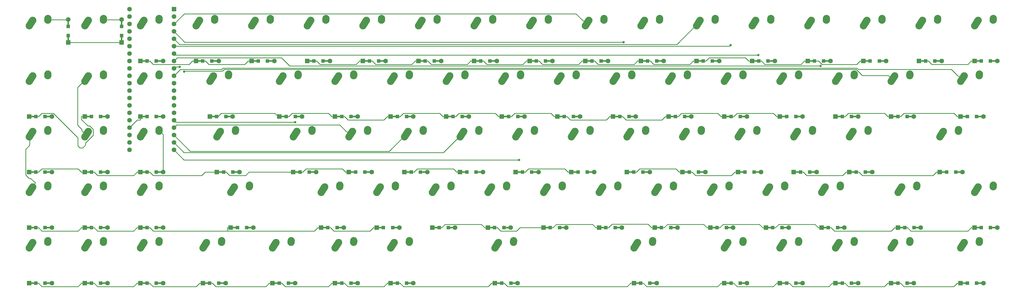
<source format=gbr>
%TF.GenerationSoftware,KiCad,Pcbnew,(5.1.6)-1*%
%TF.CreationDate,2020-06-24T11:27:28-04:00*%
%TF.ProjectId,southpaw6.35,736f7574-6870-4617-9736-2e33352e6b69,rev?*%
%TF.SameCoordinates,Original*%
%TF.FileFunction,Copper,L1,Top*%
%TF.FilePolarity,Positive*%
%FSLAX46Y46*%
G04 Gerber Fmt 4.6, Leading zero omitted, Abs format (unit mm)*
G04 Created by KiCad (PCBNEW (5.1.6)-1) date 2020-06-24 11:27:28*
%MOMM*%
%LPD*%
G01*
G04 APERTURE LIST*
%TA.AperFunction,ComponentPad*%
%ADD10C,1.600000*%
%TD*%
%TA.AperFunction,ComponentPad*%
%ADD11R,1.600000X1.600000*%
%TD*%
%TA.AperFunction,Conductor*%
%ADD12R,2.500000X0.500000*%
%TD*%
%TA.AperFunction,SMDPad,CuDef*%
%ADD13R,1.200000X1.200000*%
%TD*%
%TA.AperFunction,Conductor*%
%ADD14R,0.500000X2.500000*%
%TD*%
%TA.AperFunction,ViaPad*%
%ADD15C,0.800000*%
%TD*%
%TA.AperFunction,Conductor*%
%ADD16C,0.250000*%
%TD*%
G04 APERTURE END LIST*
D10*
%TO.P,U1,43*%
%TO.N,Net-(U1-Pad43)*%
X71755000Y-88582000D03*
%TO.P,U1,42*%
%TO.N,Net-(U1-Pad42)*%
X71755000Y-91122000D03*
%TO.P,U1,41*%
%TO.N,Net-(U1-Pad41)*%
X71755000Y-93662000D03*
%TO.P,U1,40*%
%TO.N,Net-(U1-Pad40)*%
X71755000Y-96202000D03*
%TO.P,U1,39*%
%TO.N,/col0*%
X71755000Y-98742000D03*
%TO.P,U1,38*%
%TO.N,/col1*%
X71755000Y-101282000D03*
%TO.P,U1,37*%
%TO.N,Net-(U1-Pad37)*%
X71755000Y-103822000D03*
%TO.P,U1,36*%
%TO.N,Net-(U1-Pad36)*%
X71755000Y-106362000D03*
%TO.P,U1,35*%
%TO.N,Net-(U1-Pad35)*%
X71755000Y-108902000D03*
%TO.P,U1,34*%
%TO.N,Net-(U1-Pad34)*%
X71755000Y-111442000D03*
%TO.P,U1,33*%
%TO.N,Net-(U1-Pad33)*%
X71755000Y-113982000D03*
%TO.P,U1,32*%
%TO.N,Net-(U1-Pad32)*%
X71755000Y-116522000D03*
%TO.P,U1,31*%
%TO.N,Net-(U1-Pad31)*%
X71755000Y-119062000D03*
%TO.P,U1,30*%
%TO.N,Net-(U1-Pad30)*%
X71755000Y-121602000D03*
%TO.P,U1,29*%
%TO.N,Net-(U1-Pad29)*%
X71755000Y-124142000D03*
%TO.P,U1,28*%
%TO.N,/row0*%
X71755000Y-126682000D03*
%TO.P,U1,27*%
%TO.N,/row1*%
X71755000Y-129222000D03*
%TO.P,U1,26*%
%TO.N,/row2*%
X71755000Y-131762000D03*
%TO.P,U1,25*%
%TO.N,/row3*%
X71755000Y-134302000D03*
%TO.P,U1,24*%
%TO.N,/row4*%
X71755000Y-136842000D03*
%TO.P,U1,20*%
%TO.N,/col9*%
X86995000Y-136842000D03*
%TO.P,U1,19*%
%TO.N,/col8*%
X86995000Y-134302000D03*
%TO.P,U1,18*%
%TO.N,/col7*%
X86995000Y-131762000D03*
%TO.P,U1,17*%
%TO.N,/col6*%
X86995000Y-129222000D03*
%TO.P,U1,16*%
%TO.N,/col5*%
X86995000Y-126682000D03*
%TO.P,U1,15*%
%TO.N,/col4*%
X86995000Y-124142000D03*
%TO.P,U1,14*%
%TO.N,/col3*%
X86995000Y-121602000D03*
%TO.P,U1,13*%
%TO.N,/col2*%
X86995000Y-119062000D03*
%TO.P,U1,12*%
%TO.N,Net-(U1-Pad12)*%
X86995000Y-116522000D03*
D11*
%TO.P,U1,1*%
%TO.N,Net-(U1-Pad1)*%
X86995000Y-88582000D03*
D10*
%TO.P,U1,2*%
%TO.N,N/C*%
X86995000Y-91122000D03*
%TO.P,U1,3*%
%TO.N,/col10*%
X86995000Y-93662000D03*
%TO.P,U1,4*%
%TO.N,/col11*%
X86995000Y-96202000D03*
%TO.P,U1,5*%
%TO.N,/col12*%
X86995000Y-98742000D03*
%TO.P,U1,6*%
%TO.N,/col13*%
X86995000Y-101282000D03*
%TO.P,U1,7*%
%TO.N,/col14*%
X86995000Y-103822000D03*
%TO.P,U1,8*%
%TO.N,/col15*%
X86995000Y-106362000D03*
%TO.P,U1,11*%
%TO.N,Net-(U1-Pad11)*%
X86995000Y-113982000D03*
%TO.P,U1,10*%
%TO.N,/col17*%
X86995000Y-111442000D03*
%TO.P,U1,9*%
%TO.N,/col16*%
X86995000Y-108902000D03*
%TD*%
%TO.P,KP1,2*%
%TO.N,Net-(DP1-Pad2)*%
%TA.AperFunction,ComponentPad*%
G36*
G01*
X299703170Y-111302309D02*
X299742619Y-110723653D01*
G75*
G02*
X301074743Y-109561567I1247105J-85019D01*
G01*
X301074743Y-109561567D01*
G75*
G02*
X302236829Y-110893691I-85019J-1247105D01*
G01*
X302197381Y-111472347D01*
G75*
G02*
X300865257Y-112634433I-1247105J85019D01*
G01*
X300865257Y-112634433D01*
G75*
G02*
X299703171Y-111302309I85019J1247105D01*
G01*
G37*
%TD.AperFunction*%
%TO.P,KP1,1*%
%TO.N,/col14*%
%TA.AperFunction,ComponentPad*%
G36*
G01*
X293536299Y-112645191D02*
X294745223Y-110747560D01*
G75*
G02*
X296471087Y-110364946I1054239J-671625D01*
G01*
X296471087Y-110364946D01*
G75*
G02*
X296853701Y-112090810I-671625J-1054239D01*
G01*
X295644777Y-113988440D01*
G75*
G02*
X293918913Y-114371054I-1054239J671625D01*
G01*
X293918913Y-114371054D01*
G75*
G02*
X293536299Y-112645190I671625J1054239D01*
G01*
G37*
%TD.AperFunction*%
%TD*%
%TO.P,KRFn1,2*%
%TO.N,Net-(DRFn1-Pad2)*%
%TA.AperFunction,ComponentPad*%
G36*
G01*
X366378170Y-149402309D02*
X366417619Y-148823653D01*
G75*
G02*
X367749743Y-147661567I1247105J-85019D01*
G01*
X367749743Y-147661567D01*
G75*
G02*
X368911829Y-148993691I-85019J-1247105D01*
G01*
X368872381Y-149572347D01*
G75*
G02*
X367540257Y-150734433I-1247105J85019D01*
G01*
X367540257Y-150734433D01*
G75*
G02*
X366378171Y-149402309I85019J1247105D01*
G01*
G37*
%TD.AperFunction*%
%TO.P,KRFn1,1*%
%TO.N,/col17*%
%TA.AperFunction,ComponentPad*%
G36*
G01*
X360211299Y-150745191D02*
X361420223Y-148847560D01*
G75*
G02*
X363146087Y-148464946I1054239J-671625D01*
G01*
X363146087Y-148464946D01*
G75*
G02*
X363528701Y-150190810I-671625J-1054239D01*
G01*
X362319777Y-152088440D01*
G75*
G02*
X360593913Y-152471054I-1054239J671625D01*
G01*
X360593913Y-152471054D01*
G75*
G02*
X360211299Y-150745190I671625J1054239D01*
G01*
G37*
%TD.AperFunction*%
%TD*%
%TO.P,KLFn1,2*%
%TO.N,Net-(DLFn1-Pad2)*%
%TA.AperFunction,ComponentPad*%
G36*
G01*
X166353170Y-168452309D02*
X166392619Y-167873653D01*
G75*
G02*
X167724743Y-166711567I1247105J-85019D01*
G01*
X167724743Y-166711567D01*
G75*
G02*
X168886829Y-168043691I-85019J-1247105D01*
G01*
X168847381Y-168622347D01*
G75*
G02*
X167515257Y-169784433I-1247105J85019D01*
G01*
X167515257Y-169784433D01*
G75*
G02*
X166353171Y-168452309I85019J1247105D01*
G01*
G37*
%TD.AperFunction*%
%TO.P,KLFn1,1*%
%TO.N,/col7*%
%TA.AperFunction,ComponentPad*%
G36*
G01*
X160186299Y-169795191D02*
X161395223Y-167897560D01*
G75*
G02*
X163121087Y-167514946I1054239J-671625D01*
G01*
X163121087Y-167514946D01*
G75*
G02*
X163503701Y-169240810I-671625J-1054239D01*
G01*
X162294777Y-171138440D01*
G75*
G02*
X160568913Y-171521054I-1054239J671625D01*
G01*
X160568913Y-171521054D01*
G75*
G02*
X160186299Y-169795190I671625J1054239D01*
G01*
G37*
%TD.AperFunction*%
%TD*%
D12*
%TO.N,Net-(DRFn1-Pad2)*%
%TO.C,DRFn1*%
X367825000Y-163512000D03*
%TO.N,/row3*%
X362425000Y-163512000D03*
D10*
%TD*%
%TO.P,DRFn1,2*%
%TO.N,Net-(DRFn1-Pad2)*%
X369025000Y-163512000D03*
D11*
%TO.P,DRFn1,1*%
%TO.N,/row3*%
X361225000Y-163512000D03*
D13*
X363550000Y-163512000D03*
%TO.P,DRFn1,2*%
%TO.N,Net-(DRFn1-Pad2)*%
X366700000Y-163512000D03*
%TD*%
D12*
%TO.N,Net-(DLFn1-Pad2)*%
%TO.C,DLFn1*%
X167800000Y-182562000D03*
%TO.N,/row4*%
X162400000Y-182562000D03*
D10*
%TD*%
%TO.P,DLFn1,2*%
%TO.N,Net-(DLFn1-Pad2)*%
X169000000Y-182562000D03*
D11*
%TO.P,DLFn1,1*%
%TO.N,/row4*%
X161200000Y-182562000D03*
D13*
X163525000Y-182562000D03*
%TO.P,DLFn1,2*%
%TO.N,Net-(DLFn1-Pad2)*%
X166675000Y-182562000D03*
%TD*%
%TO.P,KW1,2*%
%TO.N,Net-(DW1-Pad2)*%
%TA.AperFunction,ComponentPad*%
G36*
G01*
X147303170Y-111302309D02*
X147342619Y-110723653D01*
G75*
G02*
X148674743Y-109561567I1247105J-85019D01*
G01*
X148674743Y-109561567D01*
G75*
G02*
X149836829Y-110893691I-85019J-1247105D01*
G01*
X149797381Y-111472347D01*
G75*
G02*
X148465257Y-112634433I-1247105J85019D01*
G01*
X148465257Y-112634433D01*
G75*
G02*
X147303171Y-111302309I85019J1247105D01*
G01*
G37*
%TD.AperFunction*%
%TO.P,KW1,1*%
%TO.N,/col6*%
%TA.AperFunction,ComponentPad*%
G36*
G01*
X141136299Y-112645191D02*
X142345223Y-110747560D01*
G75*
G02*
X144071087Y-110364946I1054239J-671625D01*
G01*
X144071087Y-110364946D01*
G75*
G02*
X144453701Y-112090810I-671625J-1054239D01*
G01*
X143244777Y-113988440D01*
G75*
G02*
X141518913Y-114371054I-1054239J671625D01*
G01*
X141518913Y-114371054D01*
G75*
G02*
X141136299Y-112645190I671625J1054239D01*
G01*
G37*
%TD.AperFunction*%
%TD*%
%TO.P,KZ1,2*%
%TO.N,Net-(DZ1-Pad2)*%
%TA.AperFunction,ComponentPad*%
G36*
G01*
X142541170Y-149402309D02*
X142580619Y-148823653D01*
G75*
G02*
X143912743Y-147661567I1247105J-85019D01*
G01*
X143912743Y-147661567D01*
G75*
G02*
X145074829Y-148993691I-85019J-1247105D01*
G01*
X145035381Y-149572347D01*
G75*
G02*
X143703257Y-150734433I-1247105J85019D01*
G01*
X143703257Y-150734433D01*
G75*
G02*
X142541171Y-149402309I85019J1247105D01*
G01*
G37*
%TD.AperFunction*%
%TO.P,KZ1,1*%
%TO.N,/col5*%
%TA.AperFunction,ComponentPad*%
G36*
G01*
X136374299Y-150745191D02*
X137583223Y-148847560D01*
G75*
G02*
X139309087Y-148464946I1054239J-671625D01*
G01*
X139309087Y-148464946D01*
G75*
G02*
X139691701Y-150190810I-671625J-1054239D01*
G01*
X138482777Y-152088440D01*
G75*
G02*
X136756913Y-152471054I-1054239J671625D01*
G01*
X136756913Y-152471054D01*
G75*
G02*
X136374299Y-150745190I671625J1054239D01*
G01*
G37*
%TD.AperFunction*%
%TD*%
%TO.P,KY1,2*%
%TO.N,Net-(DY1-Pad2)*%
%TA.AperFunction,ComponentPad*%
G36*
G01*
X223503170Y-111302309D02*
X223542619Y-110723653D01*
G75*
G02*
X224874743Y-109561567I1247105J-85019D01*
G01*
X224874743Y-109561567D01*
G75*
G02*
X226036829Y-110893691I-85019J-1247105D01*
G01*
X225997381Y-111472347D01*
G75*
G02*
X224665257Y-112634433I-1247105J85019D01*
G01*
X224665257Y-112634433D01*
G75*
G02*
X223503171Y-111302309I85019J1247105D01*
G01*
G37*
%TD.AperFunction*%
%TO.P,KY1,1*%
%TO.N,/col10*%
%TA.AperFunction,ComponentPad*%
G36*
G01*
X217336299Y-112645191D02*
X218545223Y-110747560D01*
G75*
G02*
X220271087Y-110364946I1054239J-671625D01*
G01*
X220271087Y-110364946D01*
G75*
G02*
X220653701Y-112090810I-671625J-1054239D01*
G01*
X219444777Y-113988440D01*
G75*
G02*
X217718913Y-114371054I-1054239J671625D01*
G01*
X217718913Y-114371054D01*
G75*
G02*
X217336299Y-112645190I671625J1054239D01*
G01*
G37*
%TD.AperFunction*%
%TD*%
%TO.P,KX1,2*%
%TO.N,Net-(DX1-Pad2)*%
%TA.AperFunction,ComponentPad*%
G36*
G01*
X161591170Y-149402309D02*
X161630619Y-148823653D01*
G75*
G02*
X162962743Y-147661567I1247105J-85019D01*
G01*
X162962743Y-147661567D01*
G75*
G02*
X164124829Y-148993691I-85019J-1247105D01*
G01*
X164085381Y-149572347D01*
G75*
G02*
X162753257Y-150734433I-1247105J85019D01*
G01*
X162753257Y-150734433D01*
G75*
G02*
X161591171Y-149402309I85019J1247105D01*
G01*
G37*
%TD.AperFunction*%
%TO.P,KX1,1*%
%TO.N,/col6*%
%TA.AperFunction,ComponentPad*%
G36*
G01*
X155424299Y-150745191D02*
X156633223Y-148847560D01*
G75*
G02*
X158359087Y-148464946I1054239J-671625D01*
G01*
X158359087Y-148464946D01*
G75*
G02*
X158741701Y-150190810I-671625J-1054239D01*
G01*
X157532777Y-152088440D01*
G75*
G02*
X155806913Y-152471054I-1054239J671625D01*
G01*
X155806913Y-152471054D01*
G75*
G02*
X155424299Y-150745190I671625J1054239D01*
G01*
G37*
%TD.AperFunction*%
%TD*%
%TO.P,KV1,2*%
%TO.N,Net-(DV1-Pad2)*%
%TA.AperFunction,ComponentPad*%
G36*
G01*
X199691170Y-149402309D02*
X199730619Y-148823653D01*
G75*
G02*
X201062743Y-147661567I1247105J-85019D01*
G01*
X201062743Y-147661567D01*
G75*
G02*
X202224829Y-148993691I-85019J-1247105D01*
G01*
X202185381Y-149572347D01*
G75*
G02*
X200853257Y-150734433I-1247105J85019D01*
G01*
X200853257Y-150734433D01*
G75*
G02*
X199691171Y-149402309I85019J1247105D01*
G01*
G37*
%TD.AperFunction*%
%TO.P,KV1,1*%
%TO.N,/col8*%
%TA.AperFunction,ComponentPad*%
G36*
G01*
X193524299Y-150745191D02*
X194733223Y-148847560D01*
G75*
G02*
X196459087Y-148464946I1054239J-671625D01*
G01*
X196459087Y-148464946D01*
G75*
G02*
X196841701Y-150190810I-671625J-1054239D01*
G01*
X195632777Y-152088440D01*
G75*
G02*
X193906913Y-152471054I-1054239J671625D01*
G01*
X193906913Y-152471054D01*
G75*
G02*
X193524299Y-150745190I671625J1054239D01*
G01*
G37*
%TD.AperFunction*%
%TD*%
%TO.P,KUp1,2*%
%TO.N,Net-(DUp1-Pad2)*%
%TA.AperFunction,ComponentPad*%
G36*
G01*
X318753170Y-168452309D02*
X318792619Y-167873653D01*
G75*
G02*
X320124743Y-166711567I1247105J-85019D01*
G01*
X320124743Y-166711567D01*
G75*
G02*
X321286829Y-168043691I-85019J-1247105D01*
G01*
X321247381Y-168622347D01*
G75*
G02*
X319915257Y-169784433I-1247105J85019D01*
G01*
X319915257Y-169784433D01*
G75*
G02*
X318753171Y-168452309I85019J1247105D01*
G01*
G37*
%TD.AperFunction*%
%TO.P,KUp1,1*%
%TO.N,/col15*%
%TA.AperFunction,ComponentPad*%
G36*
G01*
X312586299Y-169795191D02*
X313795223Y-167897560D01*
G75*
G02*
X315521087Y-167514946I1054239J-671625D01*
G01*
X315521087Y-167514946D01*
G75*
G02*
X315903701Y-169240810I-671625J-1054239D01*
G01*
X314694777Y-171138440D01*
G75*
G02*
X312968913Y-171521054I-1054239J671625D01*
G01*
X312968913Y-171521054D01*
G75*
G02*
X312586299Y-169795190I671625J1054239D01*
G01*
G37*
%TD.AperFunction*%
%TD*%
%TO.P,KU1,2*%
%TO.N,Net-(DU1-Pad2)*%
%TA.AperFunction,ComponentPad*%
G36*
G01*
X242553170Y-111302309D02*
X242592619Y-110723653D01*
G75*
G02*
X243924743Y-109561567I1247105J-85019D01*
G01*
X243924743Y-109561567D01*
G75*
G02*
X245086829Y-110893691I-85019J-1247105D01*
G01*
X245047381Y-111472347D01*
G75*
G02*
X243715257Y-112634433I-1247105J85019D01*
G01*
X243715257Y-112634433D01*
G75*
G02*
X242553171Y-111302309I85019J1247105D01*
G01*
G37*
%TD.AperFunction*%
%TO.P,KU1,1*%
%TO.N,/col11*%
%TA.AperFunction,ComponentPad*%
G36*
G01*
X236386299Y-112645191D02*
X237595223Y-110747560D01*
G75*
G02*
X239321087Y-110364946I1054239J-671625D01*
G01*
X239321087Y-110364946D01*
G75*
G02*
X239703701Y-112090810I-671625J-1054239D01*
G01*
X238494777Y-113988440D01*
G75*
G02*
X236768913Y-114371054I-1054239J671625D01*
G01*
X236768913Y-114371054D01*
G75*
G02*
X236386299Y-112645190I671625J1054239D01*
G01*
G37*
%TD.AperFunction*%
%TD*%
%TO.P,Ktil1,2*%
%TO.N,Net-(Dtil1-Pad2)*%
%TA.AperFunction,ComponentPad*%
G36*
G01*
X366378170Y-92251809D02*
X366417619Y-91673153D01*
G75*
G02*
X367749743Y-90511067I1247105J-85019D01*
G01*
X367749743Y-90511067D01*
G75*
G02*
X368911829Y-91843191I-85019J-1247105D01*
G01*
X368872381Y-92421847D01*
G75*
G02*
X367540257Y-93583933I-1247105J85019D01*
G01*
X367540257Y-93583933D01*
G75*
G02*
X366378171Y-92251809I85019J1247105D01*
G01*
G37*
%TD.AperFunction*%
%TO.P,Ktil1,1*%
%TO.N,/col17*%
%TA.AperFunction,ComponentPad*%
G36*
G01*
X360211299Y-93594691D02*
X361420223Y-91697060D01*
G75*
G02*
X363146087Y-91314446I1054239J-671625D01*
G01*
X363146087Y-91314446D01*
G75*
G02*
X363528701Y-93040310I-671625J-1054239D01*
G01*
X362319777Y-94937940D01*
G75*
G02*
X360593913Y-95320554I-1054239J671625D01*
G01*
X360593913Y-95320554D01*
G75*
G02*
X360211299Y-93594690I671625J1054239D01*
G01*
G37*
%TD.AperFunction*%
%TD*%
%TO.P,KTab1,2*%
%TO.N,Net-(DTab1-Pad2)*%
%TA.AperFunction,ComponentPad*%
G36*
G01*
X104441170Y-111302309D02*
X104480619Y-110723653D01*
G75*
G02*
X105812743Y-109561567I1247105J-85019D01*
G01*
X105812743Y-109561567D01*
G75*
G02*
X106974829Y-110893691I-85019J-1247105D01*
G01*
X106935381Y-111472347D01*
G75*
G02*
X105603257Y-112634433I-1247105J85019D01*
G01*
X105603257Y-112634433D01*
G75*
G02*
X104441171Y-111302309I85019J1247105D01*
G01*
G37*
%TD.AperFunction*%
%TO.P,KTab1,1*%
%TO.N,/col3*%
%TA.AperFunction,ComponentPad*%
G36*
G01*
X98274299Y-112645191D02*
X99483223Y-110747560D01*
G75*
G02*
X101209087Y-110364946I1054239J-671625D01*
G01*
X101209087Y-110364946D01*
G75*
G02*
X101591701Y-112090810I-671625J-1054239D01*
G01*
X100382777Y-113988440D01*
G75*
G02*
X98656913Y-114371054I-1054239J671625D01*
G01*
X98656913Y-114371054D01*
G75*
G02*
X98274299Y-112645190I671625J1054239D01*
G01*
G37*
%TD.AperFunction*%
%TD*%
%TO.P,KT1,2*%
%TO.N,Net-(DT1-Pad2)*%
%TA.AperFunction,ComponentPad*%
G36*
G01*
X204453170Y-111302309D02*
X204492619Y-110723653D01*
G75*
G02*
X205824743Y-109561567I1247105J-85019D01*
G01*
X205824743Y-109561567D01*
G75*
G02*
X206986829Y-110893691I-85019J-1247105D01*
G01*
X206947381Y-111472347D01*
G75*
G02*
X205615257Y-112634433I-1247105J85019D01*
G01*
X205615257Y-112634433D01*
G75*
G02*
X204453171Y-111302309I85019J1247105D01*
G01*
G37*
%TD.AperFunction*%
%TO.P,KT1,1*%
%TO.N,/col9*%
%TA.AperFunction,ComponentPad*%
G36*
G01*
X198286299Y-112645191D02*
X199495223Y-110747560D01*
G75*
G02*
X201221087Y-110364946I1054239J-671625D01*
G01*
X201221087Y-110364946D01*
G75*
G02*
X201603701Y-112090810I-671625J-1054239D01*
G01*
X200394777Y-113988440D01*
G75*
G02*
X198668913Y-114371054I-1054239J671625D01*
G01*
X198668913Y-114371054D01*
G75*
G02*
X198286299Y-112645190I671625J1054239D01*
G01*
G37*
%TD.AperFunction*%
%TD*%
%TO.P,KSu1,2*%
%TO.N,Net-(DSu1-Pad2)*%
%TA.AperFunction,ComponentPad*%
G36*
G01*
X147303170Y-168452309D02*
X147342619Y-167873653D01*
G75*
G02*
X148674743Y-166711567I1247105J-85019D01*
G01*
X148674743Y-166711567D01*
G75*
G02*
X149836829Y-168043691I-85019J-1247105D01*
G01*
X149797381Y-168622347D01*
G75*
G02*
X148465257Y-169784433I-1247105J85019D01*
G01*
X148465257Y-169784433D01*
G75*
G02*
X147303171Y-168452309I85019J1247105D01*
G01*
G37*
%TD.AperFunction*%
%TO.P,KSu1,1*%
%TO.N,/col6*%
%TA.AperFunction,ComponentPad*%
G36*
G01*
X141136299Y-169795191D02*
X142345223Y-167897560D01*
G75*
G02*
X144071087Y-167514946I1054239J-671625D01*
G01*
X144071087Y-167514946D01*
G75*
G02*
X144453701Y-169240810I-671625J-1054239D01*
G01*
X143244777Y-171138440D01*
G75*
G02*
X141518913Y-171521054I-1054239J671625D01*
G01*
X141518913Y-171521054D01*
G75*
G02*
X141136299Y-169795190I671625J1054239D01*
G01*
G37*
%TD.AperFunction*%
%TD*%
%TO.P,KS1,2*%
%TO.N,Net-(DS1-Pad2)*%
%TA.AperFunction,ComponentPad*%
G36*
G01*
X152065170Y-130352309D02*
X152104619Y-129773653D01*
G75*
G02*
X153436743Y-128611567I1247105J-85019D01*
G01*
X153436743Y-128611567D01*
G75*
G02*
X154598829Y-129943691I-85019J-1247105D01*
G01*
X154559381Y-130522347D01*
G75*
G02*
X153227257Y-131684433I-1247105J85019D01*
G01*
X153227257Y-131684433D01*
G75*
G02*
X152065171Y-130352309I85019J1247105D01*
G01*
G37*
%TD.AperFunction*%
%TO.P,KS1,1*%
%TO.N,/col6*%
%TA.AperFunction,ComponentPad*%
G36*
G01*
X145898299Y-131695191D02*
X147107223Y-129797560D01*
G75*
G02*
X148833087Y-129414946I1054239J-671625D01*
G01*
X148833087Y-129414946D01*
G75*
G02*
X149215701Y-131140810I-671625J-1054239D01*
G01*
X148006777Y-133038440D01*
G75*
G02*
X146280913Y-133421054I-1054239J671625D01*
G01*
X146280913Y-133421054D01*
G75*
G02*
X145898299Y-131695190I671625J1054239D01*
G01*
G37*
%TD.AperFunction*%
%TD*%
%TO.P,KRSu1,2*%
%TO.N,Net-(DRSu1-Pad2)*%
%TA.AperFunction,ComponentPad*%
G36*
G01*
X361615170Y-168452309D02*
X361654619Y-167873653D01*
G75*
G02*
X362986743Y-166711567I1247105J-85019D01*
G01*
X362986743Y-166711567D01*
G75*
G02*
X364148829Y-168043691I-85019J-1247105D01*
G01*
X364109381Y-168622347D01*
G75*
G02*
X362777257Y-169784433I-1247105J85019D01*
G01*
X362777257Y-169784433D01*
G75*
G02*
X361615171Y-168452309I85019J1247105D01*
G01*
G37*
%TD.AperFunction*%
%TO.P,KRSu1,1*%
%TO.N,/col17*%
%TA.AperFunction,ComponentPad*%
G36*
G01*
X355448299Y-169795191D02*
X356657223Y-167897560D01*
G75*
G02*
X358383087Y-167514946I1054239J-671625D01*
G01*
X358383087Y-167514946D01*
G75*
G02*
X358765701Y-169240810I-671625J-1054239D01*
G01*
X357556777Y-171138440D01*
G75*
G02*
X355830913Y-171521054I-1054239J671625D01*
G01*
X355830913Y-171521054D01*
G75*
G02*
X355448299Y-169795190I671625J1054239D01*
G01*
G37*
%TD.AperFunction*%
%TD*%
%TO.P,KRSpace1,2*%
%TO.N,Net-(DRSpace1-Pad2)*%
%TA.AperFunction,ComponentPad*%
G36*
G01*
X249697170Y-168452309D02*
X249736619Y-167873653D01*
G75*
G02*
X251068743Y-166711567I1247105J-85019D01*
G01*
X251068743Y-166711567D01*
G75*
G02*
X252230829Y-168043691I-85019J-1247105D01*
G01*
X252191381Y-168622347D01*
G75*
G02*
X250859257Y-169784433I-1247105J85019D01*
G01*
X250859257Y-169784433D01*
G75*
G02*
X249697171Y-168452309I85019J1247105D01*
G01*
G37*
%TD.AperFunction*%
%TO.P,KRSpace1,1*%
%TO.N,/col11*%
%TA.AperFunction,ComponentPad*%
G36*
G01*
X243530299Y-169795191D02*
X244739223Y-167897560D01*
G75*
G02*
X246465087Y-167514946I1054239J-671625D01*
G01*
X246465087Y-167514946D01*
G75*
G02*
X246847701Y-169240810I-671625J-1054239D01*
G01*
X245638777Y-171138440D01*
G75*
G02*
X243912913Y-171521054I-1054239J671625D01*
G01*
X243912913Y-171521054D01*
G75*
G02*
X243530299Y-169795190I671625J1054239D01*
G01*
G37*
%TD.AperFunction*%
%TD*%
%TO.P,KRShift1,2*%
%TO.N,Net-(DRShift1-Pad2)*%
%TA.AperFunction,ComponentPad*%
G36*
G01*
X340184170Y-149402309D02*
X340223619Y-148823653D01*
G75*
G02*
X341555743Y-147661567I1247105J-85019D01*
G01*
X341555743Y-147661567D01*
G75*
G02*
X342717829Y-148993691I-85019J-1247105D01*
G01*
X342678381Y-149572347D01*
G75*
G02*
X341346257Y-150734433I-1247105J85019D01*
G01*
X341346257Y-150734433D01*
G75*
G02*
X340184171Y-149402309I85019J1247105D01*
G01*
G37*
%TD.AperFunction*%
%TO.P,KRShift1,1*%
%TO.N,/col16*%
%TA.AperFunction,ComponentPad*%
G36*
G01*
X334017299Y-150745191D02*
X335226223Y-148847560D01*
G75*
G02*
X336952087Y-148464946I1054239J-671625D01*
G01*
X336952087Y-148464946D01*
G75*
G02*
X337334701Y-150190810I-671625J-1054239D01*
G01*
X336125777Y-152088440D01*
G75*
G02*
X334399913Y-152471054I-1054239J671625D01*
G01*
X334399913Y-152471054D01*
G75*
G02*
X334017299Y-150745190I671625J1054239D01*
G01*
G37*
%TD.AperFunction*%
%TD*%
%TO.P,KRight1,2*%
%TO.N,Net-(DRight1-Pad2)*%
%TA.AperFunction,ComponentPad*%
G36*
G01*
X337803170Y-168452309D02*
X337842619Y-167873653D01*
G75*
G02*
X339174743Y-166711567I1247105J-85019D01*
G01*
X339174743Y-166711567D01*
G75*
G02*
X340336829Y-168043691I-85019J-1247105D01*
G01*
X340297381Y-168622347D01*
G75*
G02*
X338965257Y-169784433I-1247105J85019D01*
G01*
X338965257Y-169784433D01*
G75*
G02*
X337803171Y-168452309I85019J1247105D01*
G01*
G37*
%TD.AperFunction*%
%TO.P,KRight1,1*%
%TO.N,/col16*%
%TA.AperFunction,ComponentPad*%
G36*
G01*
X331636299Y-169795191D02*
X332845223Y-167897560D01*
G75*
G02*
X334571087Y-167514946I1054239J-671625D01*
G01*
X334571087Y-167514946D01*
G75*
G02*
X334953701Y-169240810I-671625J-1054239D01*
G01*
X333744777Y-171138440D01*
G75*
G02*
X332018913Y-171521054I-1054239J671625D01*
G01*
X332018913Y-171521054D01*
G75*
G02*
X331636299Y-169795190I671625J1054239D01*
G01*
G37*
%TD.AperFunction*%
%TD*%
%TO.P,KREnter1,2*%
%TO.N,Net-(DREnter1-Pad2)*%
%TA.AperFunction,ComponentPad*%
G36*
G01*
X354472170Y-130352309D02*
X354511619Y-129773653D01*
G75*
G02*
X355843743Y-128611567I1247105J-85019D01*
G01*
X355843743Y-128611567D01*
G75*
G02*
X357005829Y-129943691I-85019J-1247105D01*
G01*
X356966381Y-130522347D01*
G75*
G02*
X355634257Y-131684433I-1247105J85019D01*
G01*
X355634257Y-131684433D01*
G75*
G02*
X354472171Y-130352309I85019J1247105D01*
G01*
G37*
%TD.AperFunction*%
%TO.P,KREnter1,1*%
%TO.N,/col16*%
%TA.AperFunction,ComponentPad*%
G36*
G01*
X348305299Y-131695191D02*
X349514223Y-129797560D01*
G75*
G02*
X351240087Y-129414946I1054239J-671625D01*
G01*
X351240087Y-129414946D01*
G75*
G02*
X351622701Y-131140810I-671625J-1054239D01*
G01*
X350413777Y-133038440D01*
G75*
G02*
X348687913Y-133421054I-1054239J671625D01*
G01*
X348687913Y-133421054D01*
G75*
G02*
X348305299Y-131695190I671625J1054239D01*
G01*
G37*
%TD.AperFunction*%
%TD*%
%TO.P,KR1,2*%
%TO.N,Net-(DR1-Pad2)*%
%TA.AperFunction,ComponentPad*%
G36*
G01*
X185403170Y-111302309D02*
X185442619Y-110723653D01*
G75*
G02*
X186774743Y-109561567I1247105J-85019D01*
G01*
X186774743Y-109561567D01*
G75*
G02*
X187936829Y-110893691I-85019J-1247105D01*
G01*
X187897381Y-111472347D01*
G75*
G02*
X186565257Y-112634433I-1247105J85019D01*
G01*
X186565257Y-112634433D01*
G75*
G02*
X185403171Y-111302309I85019J1247105D01*
G01*
G37*
%TD.AperFunction*%
%TO.P,KR1,1*%
%TO.N,/col8*%
%TA.AperFunction,ComponentPad*%
G36*
G01*
X179236299Y-112645191D02*
X180445223Y-110747560D01*
G75*
G02*
X182171087Y-110364946I1054239J-671625D01*
G01*
X182171087Y-110364946D01*
G75*
G02*
X182553701Y-112090810I-671625J-1054239D01*
G01*
X181344777Y-113988440D01*
G75*
G02*
X179618913Y-114371054I-1054239J671625D01*
G01*
X179618913Y-114371054D01*
G75*
G02*
X179236299Y-112645190I671625J1054239D01*
G01*
G37*
%TD.AperFunction*%
%TD*%
%TO.P,KQ1,2*%
%TO.N,Net-(DQ1-Pad2)*%
%TA.AperFunction,ComponentPad*%
G36*
G01*
X128253170Y-111302309D02*
X128292619Y-110723653D01*
G75*
G02*
X129624743Y-109561567I1247105J-85019D01*
G01*
X129624743Y-109561567D01*
G75*
G02*
X130786829Y-110893691I-85019J-1247105D01*
G01*
X130747381Y-111472347D01*
G75*
G02*
X129415257Y-112634433I-1247105J85019D01*
G01*
X129415257Y-112634433D01*
G75*
G02*
X128253171Y-111302309I85019J1247105D01*
G01*
G37*
%TD.AperFunction*%
%TO.P,KQ1,1*%
%TO.N,/col5*%
%TA.AperFunction,ComponentPad*%
G36*
G01*
X122086299Y-112645191D02*
X123295223Y-110747560D01*
G75*
G02*
X125021087Y-110364946I1054239J-671625D01*
G01*
X125021087Y-110364946D01*
G75*
G02*
X125403701Y-112090810I-671625J-1054239D01*
G01*
X124194777Y-113988440D01*
G75*
G02*
X122468913Y-114371054I-1054239J671625D01*
G01*
X122468913Y-114371054D01*
G75*
G02*
X122086299Y-112645190I671625J1054239D01*
G01*
G37*
%TD.AperFunction*%
%TD*%
%TO.P,KO1,2*%
%TO.N,Net-(DO1-Pad2)*%
%TA.AperFunction,ComponentPad*%
G36*
G01*
X280653170Y-111302309D02*
X280692619Y-110723653D01*
G75*
G02*
X282024743Y-109561567I1247105J-85019D01*
G01*
X282024743Y-109561567D01*
G75*
G02*
X283186829Y-110893691I-85019J-1247105D01*
G01*
X283147381Y-111472347D01*
G75*
G02*
X281815257Y-112634433I-1247105J85019D01*
G01*
X281815257Y-112634433D01*
G75*
G02*
X280653171Y-111302309I85019J1247105D01*
G01*
G37*
%TD.AperFunction*%
%TO.P,KO1,1*%
%TO.N,/col13*%
%TA.AperFunction,ComponentPad*%
G36*
G01*
X274486299Y-112645191D02*
X275695223Y-110747560D01*
G75*
G02*
X277421087Y-110364946I1054239J-671625D01*
G01*
X277421087Y-110364946D01*
G75*
G02*
X277803701Y-112090810I-671625J-1054239D01*
G01*
X276594777Y-113988440D01*
G75*
G02*
X274868913Y-114371054I-1054239J671625D01*
G01*
X274868913Y-114371054D01*
G75*
G02*
X274486299Y-112645190I671625J1054239D01*
G01*
G37*
%TD.AperFunction*%
%TD*%
%TO.P,KNumEnter1,2*%
%TO.N,Net-(DNumEnter1-Pad2)*%
%TA.AperFunction,ComponentPad*%
G36*
G01*
X80628170Y-168452309D02*
X80667619Y-167873653D01*
G75*
G02*
X81999743Y-166711567I1247105J-85019D01*
G01*
X81999743Y-166711567D01*
G75*
G02*
X83161829Y-168043691I-85019J-1247105D01*
G01*
X83122381Y-168622347D01*
G75*
G02*
X81790257Y-169784433I-1247105J85019D01*
G01*
X81790257Y-169784433D01*
G75*
G02*
X80628171Y-168452309I85019J1247105D01*
G01*
G37*
%TD.AperFunction*%
%TO.P,KNumEnter1,1*%
%TO.N,/col2*%
%TA.AperFunction,ComponentPad*%
G36*
G01*
X74461299Y-169795191D02*
X75670223Y-167897560D01*
G75*
G02*
X77396087Y-167514946I1054239J-671625D01*
G01*
X77396087Y-167514946D01*
G75*
G02*
X77778701Y-169240810I-671625J-1054239D01*
G01*
X76569777Y-171138440D01*
G75*
G02*
X74843913Y-171521054I-1054239J671625D01*
G01*
X74843913Y-171521054D01*
G75*
G02*
X74461299Y-169795190I671625J1054239D01*
G01*
G37*
%TD.AperFunction*%
%TD*%
%TO.P,KNum/1,2*%
%TO.N,Net-(DNum/1-Pad2)*%
%TA.AperFunction,ComponentPad*%
G36*
G01*
X42528170Y-92251809D02*
X42567619Y-91673153D01*
G75*
G02*
X43899743Y-90511067I1247105J-85019D01*
G01*
X43899743Y-90511067D01*
G75*
G02*
X45061829Y-91843191I-85019J-1247105D01*
G01*
X45022381Y-92421847D01*
G75*
G02*
X43690257Y-93583933I-1247105J85019D01*
G01*
X43690257Y-93583933D01*
G75*
G02*
X42528171Y-92251809I85019J1247105D01*
G01*
G37*
%TD.AperFunction*%
%TO.P,KNum/1,1*%
%TO.N,/col0*%
%TA.AperFunction,ComponentPad*%
G36*
G01*
X36361299Y-93594691D02*
X37570223Y-91697060D01*
G75*
G02*
X39296087Y-91314446I1054239J-671625D01*
G01*
X39296087Y-91314446D01*
G75*
G02*
X39678701Y-93040310I-671625J-1054239D01*
G01*
X38469777Y-94937940D01*
G75*
G02*
X36743913Y-95320554I-1054239J671625D01*
G01*
X36743913Y-95320554D01*
G75*
G02*
X36361299Y-93594690I671625J1054239D01*
G01*
G37*
%TD.AperFunction*%
%TD*%
%TO.P,KNum-1,2*%
%TO.N,Net-(DNum-1-Pad2)*%
%TA.AperFunction,ComponentPad*%
G36*
G01*
X80628170Y-92251809D02*
X80667619Y-91673153D01*
G75*
G02*
X81999743Y-90511067I1247105J-85019D01*
G01*
X81999743Y-90511067D01*
G75*
G02*
X83161829Y-91843191I-85019J-1247105D01*
G01*
X83122381Y-92421847D01*
G75*
G02*
X81790257Y-93583933I-1247105J85019D01*
G01*
X81790257Y-93583933D01*
G75*
G02*
X80628171Y-92251809I85019J1247105D01*
G01*
G37*
%TD.AperFunction*%
%TO.P,KNum-1,1*%
%TO.N,/col2*%
%TA.AperFunction,ComponentPad*%
G36*
G01*
X74461299Y-93594691D02*
X75670223Y-91697060D01*
G75*
G02*
X77396087Y-91314446I1054239J-671625D01*
G01*
X77396087Y-91314446D01*
G75*
G02*
X77778701Y-93040310I-671625J-1054239D01*
G01*
X76569777Y-94937940D01*
G75*
G02*
X74843913Y-95320554I-1054239J671625D01*
G01*
X74843913Y-95320554D01*
G75*
G02*
X74461299Y-93594690I671625J1054239D01*
G01*
G37*
%TD.AperFunction*%
%TD*%
%TO.P,KNum\u002A1,2*%
%TO.N,Net-(DNum\u002A1-Pad2)*%
%TA.AperFunction,ComponentPad*%
G36*
G01*
X61578170Y-92251809D02*
X61617619Y-91673153D01*
G75*
G02*
X62949743Y-90511067I1247105J-85019D01*
G01*
X62949743Y-90511067D01*
G75*
G02*
X64111829Y-91843191I-85019J-1247105D01*
G01*
X64072381Y-92421847D01*
G75*
G02*
X62740257Y-93583933I-1247105J85019D01*
G01*
X62740257Y-93583933D01*
G75*
G02*
X61578171Y-92251809I85019J1247105D01*
G01*
G37*
%TD.AperFunction*%
%TO.P,KNum\u002A1,1*%
%TO.N,/col1*%
%TA.AperFunction,ComponentPad*%
G36*
G01*
X55411299Y-93594691D02*
X56620223Y-91697060D01*
G75*
G02*
X58346087Y-91314446I1054239J-671625D01*
G01*
X58346087Y-91314446D01*
G75*
G02*
X58728701Y-93040310I-671625J-1054239D01*
G01*
X57519777Y-94937940D01*
G75*
G02*
X55793913Y-95320554I-1054239J671625D01*
G01*
X55793913Y-95320554D01*
G75*
G02*
X55411299Y-93594690I671625J1054239D01*
G01*
G37*
%TD.AperFunction*%
%TD*%
%TO.P,KNum9,2*%
%TO.N,Net-(DNum9-Pad2)*%
%TA.AperFunction,ComponentPad*%
G36*
G01*
X80628170Y-111302309D02*
X80667619Y-110723653D01*
G75*
G02*
X81999743Y-109561567I1247105J-85019D01*
G01*
X81999743Y-109561567D01*
G75*
G02*
X83161829Y-110893691I-85019J-1247105D01*
G01*
X83122381Y-111472347D01*
G75*
G02*
X81790257Y-112634433I-1247105J85019D01*
G01*
X81790257Y-112634433D01*
G75*
G02*
X80628171Y-111302309I85019J1247105D01*
G01*
G37*
%TD.AperFunction*%
%TO.P,KNum9,1*%
%TO.N,/col2*%
%TA.AperFunction,ComponentPad*%
G36*
G01*
X74461299Y-112645191D02*
X75670223Y-110747560D01*
G75*
G02*
X77396087Y-110364946I1054239J-671625D01*
G01*
X77396087Y-110364946D01*
G75*
G02*
X77778701Y-112090810I-671625J-1054239D01*
G01*
X76569777Y-113988440D01*
G75*
G02*
X74843913Y-114371054I-1054239J671625D01*
G01*
X74843913Y-114371054D01*
G75*
G02*
X74461299Y-112645190I671625J1054239D01*
G01*
G37*
%TD.AperFunction*%
%TD*%
%TO.P,KNum8,2*%
%TO.N,Net-(DNum8-Pad2)*%
%TA.AperFunction,ComponentPad*%
G36*
G01*
X61578170Y-111302309D02*
X61617619Y-110723653D01*
G75*
G02*
X62949743Y-109561567I1247105J-85019D01*
G01*
X62949743Y-109561567D01*
G75*
G02*
X64111829Y-110893691I-85019J-1247105D01*
G01*
X64072381Y-111472347D01*
G75*
G02*
X62740257Y-112634433I-1247105J85019D01*
G01*
X62740257Y-112634433D01*
G75*
G02*
X61578171Y-111302309I85019J1247105D01*
G01*
G37*
%TD.AperFunction*%
%TO.P,KNum8,1*%
%TO.N,/col1*%
%TA.AperFunction,ComponentPad*%
G36*
G01*
X55411299Y-112645191D02*
X56620223Y-110747560D01*
G75*
G02*
X58346087Y-110364946I1054239J-671625D01*
G01*
X58346087Y-110364946D01*
G75*
G02*
X58728701Y-112090810I-671625J-1054239D01*
G01*
X57519777Y-113988440D01*
G75*
G02*
X55793913Y-114371054I-1054239J671625D01*
G01*
X55793913Y-114371054D01*
G75*
G02*
X55411299Y-112645190I671625J1054239D01*
G01*
G37*
%TD.AperFunction*%
%TD*%
%TO.P,KNum7,2*%
%TO.N,Net-(DNum7-Pad2)*%
%TA.AperFunction,ComponentPad*%
G36*
G01*
X42528170Y-111302309D02*
X42567619Y-110723653D01*
G75*
G02*
X43899743Y-109561567I1247105J-85019D01*
G01*
X43899743Y-109561567D01*
G75*
G02*
X45061829Y-110893691I-85019J-1247105D01*
G01*
X45022381Y-111472347D01*
G75*
G02*
X43690257Y-112634433I-1247105J85019D01*
G01*
X43690257Y-112634433D01*
G75*
G02*
X42528171Y-111302309I85019J1247105D01*
G01*
G37*
%TD.AperFunction*%
%TO.P,KNum7,1*%
%TO.N,/col0*%
%TA.AperFunction,ComponentPad*%
G36*
G01*
X36361299Y-112645191D02*
X37570223Y-110747560D01*
G75*
G02*
X39296087Y-110364946I1054239J-671625D01*
G01*
X39296087Y-110364946D01*
G75*
G02*
X39678701Y-112090810I-671625J-1054239D01*
G01*
X38469777Y-113988440D01*
G75*
G02*
X36743913Y-114371054I-1054239J671625D01*
G01*
X36743913Y-114371054D01*
G75*
G02*
X36361299Y-112645190I671625J1054239D01*
G01*
G37*
%TD.AperFunction*%
%TD*%
%TO.P,KNum6,2*%
%TO.N,Net-(DNum6-Pad2)*%
%TA.AperFunction,ComponentPad*%
G36*
G01*
X80628170Y-130352309D02*
X80667619Y-129773653D01*
G75*
G02*
X81999743Y-128611567I1247105J-85019D01*
G01*
X81999743Y-128611567D01*
G75*
G02*
X83161829Y-129943691I-85019J-1247105D01*
G01*
X83122381Y-130522347D01*
G75*
G02*
X81790257Y-131684433I-1247105J85019D01*
G01*
X81790257Y-131684433D01*
G75*
G02*
X80628171Y-130352309I85019J1247105D01*
G01*
G37*
%TD.AperFunction*%
%TO.P,KNum6,1*%
%TO.N,/col2*%
%TA.AperFunction,ComponentPad*%
G36*
G01*
X74461299Y-131695191D02*
X75670223Y-129797560D01*
G75*
G02*
X77396087Y-129414946I1054239J-671625D01*
G01*
X77396087Y-129414946D01*
G75*
G02*
X77778701Y-131140810I-671625J-1054239D01*
G01*
X76569777Y-133038440D01*
G75*
G02*
X74843913Y-133421054I-1054239J671625D01*
G01*
X74843913Y-133421054D01*
G75*
G02*
X74461299Y-131695190I671625J1054239D01*
G01*
G37*
%TD.AperFunction*%
%TD*%
%TO.P,KNum5,2*%
%TO.N,Net-(DNum5-Pad2)*%
%TA.AperFunction,ComponentPad*%
G36*
G01*
X61578170Y-130352309D02*
X61617619Y-129773653D01*
G75*
G02*
X62949743Y-128611567I1247105J-85019D01*
G01*
X62949743Y-128611567D01*
G75*
G02*
X64111829Y-129943691I-85019J-1247105D01*
G01*
X64072381Y-130522347D01*
G75*
G02*
X62740257Y-131684433I-1247105J85019D01*
G01*
X62740257Y-131684433D01*
G75*
G02*
X61578171Y-130352309I85019J1247105D01*
G01*
G37*
%TD.AperFunction*%
%TO.P,KNum5,1*%
%TO.N,/col1*%
%TA.AperFunction,ComponentPad*%
G36*
G01*
X55411299Y-131695191D02*
X56620223Y-129797560D01*
G75*
G02*
X58346087Y-129414946I1054239J-671625D01*
G01*
X58346087Y-129414946D01*
G75*
G02*
X58728701Y-131140810I-671625J-1054239D01*
G01*
X57519777Y-133038440D01*
G75*
G02*
X55793913Y-133421054I-1054239J671625D01*
G01*
X55793913Y-133421054D01*
G75*
G02*
X55411299Y-131695190I671625J1054239D01*
G01*
G37*
%TD.AperFunction*%
%TD*%
%TO.P,KNum4,2*%
%TO.N,Net-(DNum4-Pad2)*%
%TA.AperFunction,ComponentPad*%
G36*
G01*
X42528170Y-130352309D02*
X42567619Y-129773653D01*
G75*
G02*
X43899743Y-128611567I1247105J-85019D01*
G01*
X43899743Y-128611567D01*
G75*
G02*
X45061829Y-129943691I-85019J-1247105D01*
G01*
X45022381Y-130522347D01*
G75*
G02*
X43690257Y-131684433I-1247105J85019D01*
G01*
X43690257Y-131684433D01*
G75*
G02*
X42528171Y-130352309I85019J1247105D01*
G01*
G37*
%TD.AperFunction*%
%TO.P,KNum4,1*%
%TO.N,/col0*%
%TA.AperFunction,ComponentPad*%
G36*
G01*
X36361299Y-131695191D02*
X37570223Y-129797560D01*
G75*
G02*
X39296087Y-129414946I1054239J-671625D01*
G01*
X39296087Y-129414946D01*
G75*
G02*
X39678701Y-131140810I-671625J-1054239D01*
G01*
X38469777Y-133038440D01*
G75*
G02*
X36743913Y-133421054I-1054239J671625D01*
G01*
X36743913Y-133421054D01*
G75*
G02*
X36361299Y-131695190I671625J1054239D01*
G01*
G37*
%TD.AperFunction*%
%TD*%
%TO.P,KNum3,2*%
%TO.N,Net-(DNum3-Pad2)*%
%TA.AperFunction,ComponentPad*%
G36*
G01*
X80628170Y-149402309D02*
X80667619Y-148823653D01*
G75*
G02*
X81999743Y-147661567I1247105J-85019D01*
G01*
X81999743Y-147661567D01*
G75*
G02*
X83161829Y-148993691I-85019J-1247105D01*
G01*
X83122381Y-149572347D01*
G75*
G02*
X81790257Y-150734433I-1247105J85019D01*
G01*
X81790257Y-150734433D01*
G75*
G02*
X80628171Y-149402309I85019J1247105D01*
G01*
G37*
%TD.AperFunction*%
%TO.P,KNum3,1*%
%TO.N,/col2*%
%TA.AperFunction,ComponentPad*%
G36*
G01*
X74461299Y-150745191D02*
X75670223Y-148847560D01*
G75*
G02*
X77396087Y-148464946I1054239J-671625D01*
G01*
X77396087Y-148464946D01*
G75*
G02*
X77778701Y-150190810I-671625J-1054239D01*
G01*
X76569777Y-152088440D01*
G75*
G02*
X74843913Y-152471054I-1054239J671625D01*
G01*
X74843913Y-152471054D01*
G75*
G02*
X74461299Y-150745190I671625J1054239D01*
G01*
G37*
%TD.AperFunction*%
%TD*%
%TO.P,KNum2,2*%
%TO.N,Net-(DNum2-Pad2)*%
%TA.AperFunction,ComponentPad*%
G36*
G01*
X61578170Y-149402309D02*
X61617619Y-148823653D01*
G75*
G02*
X62949743Y-147661567I1247105J-85019D01*
G01*
X62949743Y-147661567D01*
G75*
G02*
X64111829Y-148993691I-85019J-1247105D01*
G01*
X64072381Y-149572347D01*
G75*
G02*
X62740257Y-150734433I-1247105J85019D01*
G01*
X62740257Y-150734433D01*
G75*
G02*
X61578171Y-149402309I85019J1247105D01*
G01*
G37*
%TD.AperFunction*%
%TO.P,KNum2,1*%
%TO.N,/col1*%
%TA.AperFunction,ComponentPad*%
G36*
G01*
X55411299Y-150745191D02*
X56620223Y-148847560D01*
G75*
G02*
X58346087Y-148464946I1054239J-671625D01*
G01*
X58346087Y-148464946D01*
G75*
G02*
X58728701Y-150190810I-671625J-1054239D01*
G01*
X57519777Y-152088440D01*
G75*
G02*
X55793913Y-152471054I-1054239J671625D01*
G01*
X55793913Y-152471054D01*
G75*
G02*
X55411299Y-150745190I671625J1054239D01*
G01*
G37*
%TD.AperFunction*%
%TD*%
%TO.P,KNum1,2*%
%TO.N,Net-(DNum1-Pad2)*%
%TA.AperFunction,ComponentPad*%
G36*
G01*
X42528170Y-149402309D02*
X42567619Y-148823653D01*
G75*
G02*
X43899743Y-147661567I1247105J-85019D01*
G01*
X43899743Y-147661567D01*
G75*
G02*
X45061829Y-148993691I-85019J-1247105D01*
G01*
X45022381Y-149572347D01*
G75*
G02*
X43690257Y-150734433I-1247105J85019D01*
G01*
X43690257Y-150734433D01*
G75*
G02*
X42528171Y-149402309I85019J1247105D01*
G01*
G37*
%TD.AperFunction*%
%TO.P,KNum1,1*%
%TO.N,/col0*%
%TA.AperFunction,ComponentPad*%
G36*
G01*
X36361299Y-150745191D02*
X37570223Y-148847560D01*
G75*
G02*
X39296087Y-148464946I1054239J-671625D01*
G01*
X39296087Y-148464946D01*
G75*
G02*
X39678701Y-150190810I-671625J-1054239D01*
G01*
X38469777Y-152088440D01*
G75*
G02*
X36743913Y-152471054I-1054239J671625D01*
G01*
X36743913Y-152471054D01*
G75*
G02*
X36361299Y-150745190I671625J1054239D01*
G01*
G37*
%TD.AperFunction*%
%TD*%
%TO.P,KNum0,2*%
%TO.N,Net-(DNum0-Pad2)*%
%TA.AperFunction,ComponentPad*%
G36*
G01*
X42528170Y-168452309D02*
X42567619Y-167873653D01*
G75*
G02*
X43899743Y-166711567I1247105J-85019D01*
G01*
X43899743Y-166711567D01*
G75*
G02*
X45061829Y-168043691I-85019J-1247105D01*
G01*
X45022381Y-168622347D01*
G75*
G02*
X43690257Y-169784433I-1247105J85019D01*
G01*
X43690257Y-169784433D01*
G75*
G02*
X42528171Y-168452309I85019J1247105D01*
G01*
G37*
%TD.AperFunction*%
%TO.P,KNum0,1*%
%TO.N,/col0*%
%TA.AperFunction,ComponentPad*%
G36*
G01*
X36361299Y-169795191D02*
X37570223Y-167897560D01*
G75*
G02*
X39296087Y-167514946I1054239J-671625D01*
G01*
X39296087Y-167514946D01*
G75*
G02*
X39678701Y-169240810I-671625J-1054239D01*
G01*
X38469777Y-171138440D01*
G75*
G02*
X36743913Y-171521054I-1054239J671625D01*
G01*
X36743913Y-171521054D01*
G75*
G02*
X36361299Y-169795190I671625J1054239D01*
G01*
G37*
%TD.AperFunction*%
%TD*%
%TO.P,KNum.1,2*%
%TO.N,Net-(DNum.1-Pad2)*%
%TA.AperFunction,ComponentPad*%
G36*
G01*
X61578170Y-168452309D02*
X61617619Y-167873653D01*
G75*
G02*
X62949743Y-166711567I1247105J-85019D01*
G01*
X62949743Y-166711567D01*
G75*
G02*
X64111829Y-168043691I-85019J-1247105D01*
G01*
X64072381Y-168622347D01*
G75*
G02*
X62740257Y-169784433I-1247105J85019D01*
G01*
X62740257Y-169784433D01*
G75*
G02*
X61578171Y-168452309I85019J1247105D01*
G01*
G37*
%TD.AperFunction*%
%TO.P,KNum.1,1*%
%TO.N,/col1*%
%TA.AperFunction,ComponentPad*%
G36*
G01*
X55411299Y-169795191D02*
X56620223Y-167897560D01*
G75*
G02*
X58346087Y-167514946I1054239J-671625D01*
G01*
X58346087Y-167514946D01*
G75*
G02*
X58728701Y-169240810I-671625J-1054239D01*
G01*
X57519777Y-171138440D01*
G75*
G02*
X55793913Y-171521054I-1054239J671625D01*
G01*
X55793913Y-171521054D01*
G75*
G02*
X55411299Y-169795190I671625J1054239D01*
G01*
G37*
%TD.AperFunction*%
%TD*%
%TO.P,KN1,2*%
%TO.N,Net-(DN1-Pad2)*%
%TA.AperFunction,ComponentPad*%
G36*
G01*
X237791170Y-149402309D02*
X237830619Y-148823653D01*
G75*
G02*
X239162743Y-147661567I1247105J-85019D01*
G01*
X239162743Y-147661567D01*
G75*
G02*
X240324829Y-148993691I-85019J-1247105D01*
G01*
X240285381Y-149572347D01*
G75*
G02*
X238953257Y-150734433I-1247105J85019D01*
G01*
X238953257Y-150734433D01*
G75*
G02*
X237791171Y-149402309I85019J1247105D01*
G01*
G37*
%TD.AperFunction*%
%TO.P,KN1,1*%
%TO.N,/col10*%
%TA.AperFunction,ComponentPad*%
G36*
G01*
X231624299Y-150745191D02*
X232833223Y-148847560D01*
G75*
G02*
X234559087Y-148464946I1054239J-671625D01*
G01*
X234559087Y-148464946D01*
G75*
G02*
X234941701Y-150190810I-671625J-1054239D01*
G01*
X233732777Y-152088440D01*
G75*
G02*
X232006913Y-152471054I-1054239J671625D01*
G01*
X232006913Y-152471054D01*
G75*
G02*
X231624299Y-150745190I671625J1054239D01*
G01*
G37*
%TD.AperFunction*%
%TD*%
%TO.P,KM1,2*%
%TO.N,Net-(DM1-Pad2)*%
%TA.AperFunction,ComponentPad*%
G36*
G01*
X256841170Y-149402309D02*
X256880619Y-148823653D01*
G75*
G02*
X258212743Y-147661567I1247105J-85019D01*
G01*
X258212743Y-147661567D01*
G75*
G02*
X259374829Y-148993691I-85019J-1247105D01*
G01*
X259335381Y-149572347D01*
G75*
G02*
X258003257Y-150734433I-1247105J85019D01*
G01*
X258003257Y-150734433D01*
G75*
G02*
X256841171Y-149402309I85019J1247105D01*
G01*
G37*
%TD.AperFunction*%
%TO.P,KM1,1*%
%TO.N,/col11*%
%TA.AperFunction,ComponentPad*%
G36*
G01*
X250674299Y-150745191D02*
X251883223Y-148847560D01*
G75*
G02*
X253609087Y-148464946I1054239J-671625D01*
G01*
X253609087Y-148464946D01*
G75*
G02*
X253991701Y-150190810I-671625J-1054239D01*
G01*
X252782777Y-152088440D01*
G75*
G02*
X251056913Y-152471054I-1054239J671625D01*
G01*
X251056913Y-152471054D01*
G75*
G02*
X250674299Y-150745190I671625J1054239D01*
G01*
G37*
%TD.AperFunction*%
%TD*%
%TO.P,KLSpace1,2*%
%TO.N,Net-(DLSpace1-Pad2)*%
%TA.AperFunction,ComponentPad*%
G36*
G01*
X202072170Y-168452309D02*
X202111619Y-167873653D01*
G75*
G02*
X203443743Y-166711567I1247105J-85019D01*
G01*
X203443743Y-166711567D01*
G75*
G02*
X204605829Y-168043691I-85019J-1247105D01*
G01*
X204566381Y-168622347D01*
G75*
G02*
X203234257Y-169784433I-1247105J85019D01*
G01*
X203234257Y-169784433D01*
G75*
G02*
X202072171Y-168452309I85019J1247105D01*
G01*
G37*
%TD.AperFunction*%
%TO.P,KLSpace1,1*%
%TO.N,/col8*%
%TA.AperFunction,ComponentPad*%
G36*
G01*
X195905299Y-169795191D02*
X197114223Y-167897560D01*
G75*
G02*
X198840087Y-167514946I1054239J-671625D01*
G01*
X198840087Y-167514946D01*
G75*
G02*
X199222701Y-169240810I-671625J-1054239D01*
G01*
X198013777Y-171138440D01*
G75*
G02*
X196287913Y-171521054I-1054239J671625D01*
G01*
X196287913Y-171521054D01*
G75*
G02*
X195905299Y-169795190I671625J1054239D01*
G01*
G37*
%TD.AperFunction*%
%TD*%
%TO.P,KLShift1,2*%
%TO.N,Net-(DLShift1-Pad2)*%
%TA.AperFunction,ComponentPad*%
G36*
G01*
X111584170Y-149402309D02*
X111623619Y-148823653D01*
G75*
G02*
X112955743Y-147661567I1247105J-85019D01*
G01*
X112955743Y-147661567D01*
G75*
G02*
X114117829Y-148993691I-85019J-1247105D01*
G01*
X114078381Y-149572347D01*
G75*
G02*
X112746257Y-150734433I-1247105J85019D01*
G01*
X112746257Y-150734433D01*
G75*
G02*
X111584171Y-149402309I85019J1247105D01*
G01*
G37*
%TD.AperFunction*%
%TO.P,KLShift1,1*%
%TO.N,/col4*%
%TA.AperFunction,ComponentPad*%
G36*
G01*
X105417299Y-150745191D02*
X106626223Y-148847560D01*
G75*
G02*
X108352087Y-148464946I1054239J-671625D01*
G01*
X108352087Y-148464946D01*
G75*
G02*
X108734701Y-150190810I-671625J-1054239D01*
G01*
X107525777Y-152088440D01*
G75*
G02*
X105799913Y-152471054I-1054239J671625D01*
G01*
X105799913Y-152471054D01*
G75*
G02*
X105417299Y-150745190I671625J1054239D01*
G01*
G37*
%TD.AperFunction*%
%TD*%
%TO.P,KLOpt1,2*%
%TO.N,Net-(DLOpt1-Pad2)*%
%TA.AperFunction,ComponentPad*%
G36*
G01*
X102059170Y-168452309D02*
X102098619Y-167873653D01*
G75*
G02*
X103430743Y-166711567I1247105J-85019D01*
G01*
X103430743Y-166711567D01*
G75*
G02*
X104592829Y-168043691I-85019J-1247105D01*
G01*
X104553381Y-168622347D01*
G75*
G02*
X103221257Y-169784433I-1247105J85019D01*
G01*
X103221257Y-169784433D01*
G75*
G02*
X102059171Y-168452309I85019J1247105D01*
G01*
G37*
%TD.AperFunction*%
%TO.P,KLOpt1,1*%
%TO.N,/col3*%
%TA.AperFunction,ComponentPad*%
G36*
G01*
X95892299Y-169795191D02*
X97101223Y-167897560D01*
G75*
G02*
X98827087Y-167514946I1054239J-671625D01*
G01*
X98827087Y-167514946D01*
G75*
G02*
X99209701Y-169240810I-671625J-1054239D01*
G01*
X98000777Y-171138440D01*
G75*
G02*
X96274913Y-171521054I-1054239J671625D01*
G01*
X96274913Y-171521054D01*
G75*
G02*
X95892299Y-169795190I671625J1054239D01*
G01*
G37*
%TD.AperFunction*%
%TD*%
%TO.P,KLeft1,2*%
%TO.N,Net-(DLeft1-Pad2)*%
%TA.AperFunction,ComponentPad*%
G36*
G01*
X280653170Y-168452309D02*
X280692619Y-167873653D01*
G75*
G02*
X282024743Y-166711567I1247105J-85019D01*
G01*
X282024743Y-166711567D01*
G75*
G02*
X283186829Y-168043691I-85019J-1247105D01*
G01*
X283147381Y-168622347D01*
G75*
G02*
X281815257Y-169784433I-1247105J85019D01*
G01*
X281815257Y-169784433D01*
G75*
G02*
X280653171Y-168452309I85019J1247105D01*
G01*
G37*
%TD.AperFunction*%
%TO.P,KLeft1,1*%
%TO.N,/col13*%
%TA.AperFunction,ComponentPad*%
G36*
G01*
X274486299Y-169795191D02*
X275695223Y-167897560D01*
G75*
G02*
X277421087Y-167514946I1054239J-671625D01*
G01*
X277421087Y-167514946D01*
G75*
G02*
X277803701Y-169240810I-671625J-1054239D01*
G01*
X276594777Y-171138440D01*
G75*
G02*
X274868913Y-171521054I-1054239J671625D01*
G01*
X274868913Y-171521054D01*
G75*
G02*
X274486299Y-169795190I671625J1054239D01*
G01*
G37*
%TD.AperFunction*%
%TD*%
%TO.P,KLAlt1,2*%
%TO.N,Net-(DLAlt1-Pad2)*%
%TA.AperFunction,ComponentPad*%
G36*
G01*
X125872170Y-168452309D02*
X125911619Y-167873653D01*
G75*
G02*
X127243743Y-166711567I1247105J-85019D01*
G01*
X127243743Y-166711567D01*
G75*
G02*
X128405829Y-168043691I-85019J-1247105D01*
G01*
X128366381Y-168622347D01*
G75*
G02*
X127034257Y-169784433I-1247105J85019D01*
G01*
X127034257Y-169784433D01*
G75*
G02*
X125872171Y-168452309I85019J1247105D01*
G01*
G37*
%TD.AperFunction*%
%TO.P,KLAlt1,1*%
%TO.N,/col4*%
%TA.AperFunction,ComponentPad*%
G36*
G01*
X119705299Y-169795191D02*
X120914223Y-167897560D01*
G75*
G02*
X122640087Y-167514946I1054239J-671625D01*
G01*
X122640087Y-167514946D01*
G75*
G02*
X123022701Y-169240810I-671625J-1054239D01*
G01*
X121813777Y-171138440D01*
G75*
G02*
X120087913Y-171521054I-1054239J671625D01*
G01*
X120087913Y-171521054D01*
G75*
G02*
X119705299Y-169795190I671625J1054239D01*
G01*
G37*
%TD.AperFunction*%
%TD*%
%TO.P,KL1,2*%
%TO.N,Net-(DL1-Pad2)*%
%TA.AperFunction,ComponentPad*%
G36*
G01*
X285415170Y-130352309D02*
X285454619Y-129773653D01*
G75*
G02*
X286786743Y-128611567I1247105J-85019D01*
G01*
X286786743Y-128611567D01*
G75*
G02*
X287948829Y-129943691I-85019J-1247105D01*
G01*
X287909381Y-130522347D01*
G75*
G02*
X286577257Y-131684433I-1247105J85019D01*
G01*
X286577257Y-131684433D01*
G75*
G02*
X285415171Y-130352309I85019J1247105D01*
G01*
G37*
%TD.AperFunction*%
%TO.P,KL1,1*%
%TO.N,/col13*%
%TA.AperFunction,ComponentPad*%
G36*
G01*
X279248299Y-131695191D02*
X280457223Y-129797560D01*
G75*
G02*
X282183087Y-129414946I1054239J-671625D01*
G01*
X282183087Y-129414946D01*
G75*
G02*
X282565701Y-131140810I-671625J-1054239D01*
G01*
X281356777Y-133038440D01*
G75*
G02*
X279630913Y-133421054I-1054239J671625D01*
G01*
X279630913Y-133421054D01*
G75*
G02*
X279248299Y-131695190I671625J1054239D01*
G01*
G37*
%TD.AperFunction*%
%TD*%
%TO.P,KK1,2*%
%TO.N,Net-(DK1-Pad2)*%
%TA.AperFunction,ComponentPad*%
G36*
G01*
X266365170Y-130352309D02*
X266404619Y-129773653D01*
G75*
G02*
X267736743Y-128611567I1247105J-85019D01*
G01*
X267736743Y-128611567D01*
G75*
G02*
X268898829Y-129943691I-85019J-1247105D01*
G01*
X268859381Y-130522347D01*
G75*
G02*
X267527257Y-131684433I-1247105J85019D01*
G01*
X267527257Y-131684433D01*
G75*
G02*
X266365171Y-130352309I85019J1247105D01*
G01*
G37*
%TD.AperFunction*%
%TO.P,KK1,1*%
%TO.N,/col12*%
%TA.AperFunction,ComponentPad*%
G36*
G01*
X260198299Y-131695191D02*
X261407223Y-129797560D01*
G75*
G02*
X263133087Y-129414946I1054239J-671625D01*
G01*
X263133087Y-129414946D01*
G75*
G02*
X263515701Y-131140810I-671625J-1054239D01*
G01*
X262306777Y-133038440D01*
G75*
G02*
X260580913Y-133421054I-1054239J671625D01*
G01*
X260580913Y-133421054D01*
G75*
G02*
X260198299Y-131695190I671625J1054239D01*
G01*
G37*
%TD.AperFunction*%
%TD*%
%TO.P,KJ1,2*%
%TO.N,Net-(DJ1-Pad2)*%
%TA.AperFunction,ComponentPad*%
G36*
G01*
X247315170Y-130352309D02*
X247354619Y-129773653D01*
G75*
G02*
X248686743Y-128611567I1247105J-85019D01*
G01*
X248686743Y-128611567D01*
G75*
G02*
X249848829Y-129943691I-85019J-1247105D01*
G01*
X249809381Y-130522347D01*
G75*
G02*
X248477257Y-131684433I-1247105J85019D01*
G01*
X248477257Y-131684433D01*
G75*
G02*
X247315171Y-130352309I85019J1247105D01*
G01*
G37*
%TD.AperFunction*%
%TO.P,KJ1,1*%
%TO.N,/col11*%
%TA.AperFunction,ComponentPad*%
G36*
G01*
X241148299Y-131695191D02*
X242357223Y-129797560D01*
G75*
G02*
X244083087Y-129414946I1054239J-671625D01*
G01*
X244083087Y-129414946D01*
G75*
G02*
X244465701Y-131140810I-671625J-1054239D01*
G01*
X243256777Y-133038440D01*
G75*
G02*
X241530913Y-133421054I-1054239J671625D01*
G01*
X241530913Y-133421054D01*
G75*
G02*
X241148299Y-131695190I671625J1054239D01*
G01*
G37*
%TD.AperFunction*%
%TD*%
%TO.P,KI1,2*%
%TO.N,Net-(DI1-Pad2)*%
%TA.AperFunction,ComponentPad*%
G36*
G01*
X261603170Y-111302309D02*
X261642619Y-110723653D01*
G75*
G02*
X262974743Y-109561567I1247105J-85019D01*
G01*
X262974743Y-109561567D01*
G75*
G02*
X264136829Y-110893691I-85019J-1247105D01*
G01*
X264097381Y-111472347D01*
G75*
G02*
X262765257Y-112634433I-1247105J85019D01*
G01*
X262765257Y-112634433D01*
G75*
G02*
X261603171Y-111302309I85019J1247105D01*
G01*
G37*
%TD.AperFunction*%
%TO.P,KI1,1*%
%TO.N,/col12*%
%TA.AperFunction,ComponentPad*%
G36*
G01*
X255436299Y-112645191D02*
X256645223Y-110747560D01*
G75*
G02*
X258371087Y-110364946I1054239J-671625D01*
G01*
X258371087Y-110364946D01*
G75*
G02*
X258753701Y-112090810I-671625J-1054239D01*
G01*
X257544777Y-113988440D01*
G75*
G02*
X255818913Y-114371054I-1054239J671625D01*
G01*
X255818913Y-114371054D01*
G75*
G02*
X255436299Y-112645190I671625J1054239D01*
G01*
G37*
%TD.AperFunction*%
%TD*%
%TO.P,KH1,2*%
%TO.N,Net-(DH1-Pad2)*%
%TA.AperFunction,ComponentPad*%
G36*
G01*
X228265170Y-130352309D02*
X228304619Y-129773653D01*
G75*
G02*
X229636743Y-128611567I1247105J-85019D01*
G01*
X229636743Y-128611567D01*
G75*
G02*
X230798829Y-129943691I-85019J-1247105D01*
G01*
X230759381Y-130522347D01*
G75*
G02*
X229427257Y-131684433I-1247105J85019D01*
G01*
X229427257Y-131684433D01*
G75*
G02*
X228265171Y-130352309I85019J1247105D01*
G01*
G37*
%TD.AperFunction*%
%TO.P,KH1,1*%
%TO.N,/col10*%
%TA.AperFunction,ComponentPad*%
G36*
G01*
X222098299Y-131695191D02*
X223307223Y-129797560D01*
G75*
G02*
X225033087Y-129414946I1054239J-671625D01*
G01*
X225033087Y-129414946D01*
G75*
G02*
X225415701Y-131140810I-671625J-1054239D01*
G01*
X224206777Y-133038440D01*
G75*
G02*
X222480913Y-133421054I-1054239J671625D01*
G01*
X222480913Y-133421054D01*
G75*
G02*
X222098299Y-131695190I671625J1054239D01*
G01*
G37*
%TD.AperFunction*%
%TD*%
%TO.P,KG1,2*%
%TO.N,Net-(DG1-Pad2)*%
%TA.AperFunction,ComponentPad*%
G36*
G01*
X209215170Y-130352309D02*
X209254619Y-129773653D01*
G75*
G02*
X210586743Y-128611567I1247105J-85019D01*
G01*
X210586743Y-128611567D01*
G75*
G02*
X211748829Y-129943691I-85019J-1247105D01*
G01*
X211709381Y-130522347D01*
G75*
G02*
X210377257Y-131684433I-1247105J85019D01*
G01*
X210377257Y-131684433D01*
G75*
G02*
X209215171Y-130352309I85019J1247105D01*
G01*
G37*
%TD.AperFunction*%
%TO.P,KG1,1*%
%TO.N,/col9*%
%TA.AperFunction,ComponentPad*%
G36*
G01*
X203048299Y-131695191D02*
X204257223Y-129797560D01*
G75*
G02*
X205983087Y-129414946I1054239J-671625D01*
G01*
X205983087Y-129414946D01*
G75*
G02*
X206365701Y-131140810I-671625J-1054239D01*
G01*
X205156777Y-133038440D01*
G75*
G02*
X203430913Y-133421054I-1054239J671625D01*
G01*
X203430913Y-133421054D01*
G75*
G02*
X203048299Y-131695190I671625J1054239D01*
G01*
G37*
%TD.AperFunction*%
%TD*%
%TO.P,KF1,2*%
%TO.N,Net-(DF1-Pad2)*%
%TA.AperFunction,ComponentPad*%
G36*
G01*
X190165170Y-130352309D02*
X190204619Y-129773653D01*
G75*
G02*
X191536743Y-128611567I1247105J-85019D01*
G01*
X191536743Y-128611567D01*
G75*
G02*
X192698829Y-129943691I-85019J-1247105D01*
G01*
X192659381Y-130522347D01*
G75*
G02*
X191327257Y-131684433I-1247105J85019D01*
G01*
X191327257Y-131684433D01*
G75*
G02*
X190165171Y-130352309I85019J1247105D01*
G01*
G37*
%TD.AperFunction*%
%TO.P,KF1,1*%
%TO.N,/col8*%
%TA.AperFunction,ComponentPad*%
G36*
G01*
X183998299Y-131695191D02*
X185207223Y-129797560D01*
G75*
G02*
X186933087Y-129414946I1054239J-671625D01*
G01*
X186933087Y-129414946D01*
G75*
G02*
X187315701Y-131140810I-671625J-1054239D01*
G01*
X186106777Y-133038440D01*
G75*
G02*
X184380913Y-133421054I-1054239J671625D01*
G01*
X184380913Y-133421054D01*
G75*
G02*
X183998299Y-131695190I671625J1054239D01*
G01*
G37*
%TD.AperFunction*%
%TD*%
%TO.P,KEsc1,2*%
%TO.N,Net-(DEsc1-Pad2)*%
%TA.AperFunction,ComponentPad*%
G36*
G01*
X99678170Y-92251809D02*
X99717619Y-91673153D01*
G75*
G02*
X101049743Y-90511067I1247105J-85019D01*
G01*
X101049743Y-90511067D01*
G75*
G02*
X102211829Y-91843191I-85019J-1247105D01*
G01*
X102172381Y-92421847D01*
G75*
G02*
X100840257Y-93583933I-1247105J85019D01*
G01*
X100840257Y-93583933D01*
G75*
G02*
X99678171Y-92251809I85019J1247105D01*
G01*
G37*
%TD.AperFunction*%
%TO.P,KEsc1,1*%
%TO.N,/col3*%
%TA.AperFunction,ComponentPad*%
G36*
G01*
X93511299Y-93594691D02*
X94720223Y-91697060D01*
G75*
G02*
X96446087Y-91314446I1054239J-671625D01*
G01*
X96446087Y-91314446D01*
G75*
G02*
X96828701Y-93040310I-671625J-1054239D01*
G01*
X95619777Y-94937940D01*
G75*
G02*
X93893913Y-95320554I-1054239J671625D01*
G01*
X93893913Y-95320554D01*
G75*
G02*
X93511299Y-93594690I671625J1054239D01*
G01*
G37*
%TD.AperFunction*%
%TD*%
%TO.P,KE1,2*%
%TO.N,Net-(DE1-Pad2)*%
%TA.AperFunction,ComponentPad*%
G36*
G01*
X166353170Y-111302309D02*
X166392619Y-110723653D01*
G75*
G02*
X167724743Y-109561567I1247105J-85019D01*
G01*
X167724743Y-109561567D01*
G75*
G02*
X168886829Y-110893691I-85019J-1247105D01*
G01*
X168847381Y-111472347D01*
G75*
G02*
X167515257Y-112634433I-1247105J85019D01*
G01*
X167515257Y-112634433D01*
G75*
G02*
X166353171Y-111302309I85019J1247105D01*
G01*
G37*
%TD.AperFunction*%
%TO.P,KE1,1*%
%TO.N,/col7*%
%TA.AperFunction,ComponentPad*%
G36*
G01*
X160186299Y-112645191D02*
X161395223Y-110747560D01*
G75*
G02*
X163121087Y-110364946I1054239J-671625D01*
G01*
X163121087Y-110364946D01*
G75*
G02*
X163503701Y-112090810I-671625J-1054239D01*
G01*
X162294777Y-113988440D01*
G75*
G02*
X160568913Y-114371054I-1054239J671625D01*
G01*
X160568913Y-114371054D01*
G75*
G02*
X160186299Y-112645190I671625J1054239D01*
G01*
G37*
%TD.AperFunction*%
%TD*%
%TO.P,KDown1,2*%
%TO.N,Net-(DDown1-Pad2)*%
%TA.AperFunction,ComponentPad*%
G36*
G01*
X299703170Y-168452309D02*
X299742619Y-167873653D01*
G75*
G02*
X301074743Y-166711567I1247105J-85019D01*
G01*
X301074743Y-166711567D01*
G75*
G02*
X302236829Y-168043691I-85019J-1247105D01*
G01*
X302197381Y-168622347D01*
G75*
G02*
X300865257Y-169784433I-1247105J85019D01*
G01*
X300865257Y-169784433D01*
G75*
G02*
X299703171Y-168452309I85019J1247105D01*
G01*
G37*
%TD.AperFunction*%
%TO.P,KDown1,1*%
%TO.N,/col14*%
%TA.AperFunction,ComponentPad*%
G36*
G01*
X293536299Y-169795191D02*
X294745223Y-167897560D01*
G75*
G02*
X296471087Y-167514946I1054239J-671625D01*
G01*
X296471087Y-167514946D01*
G75*
G02*
X296853701Y-169240810I-671625J-1054239D01*
G01*
X295644777Y-171138440D01*
G75*
G02*
X293918913Y-171521054I-1054239J671625D01*
G01*
X293918913Y-171521054D01*
G75*
G02*
X293536299Y-169795190I671625J1054239D01*
G01*
G37*
%TD.AperFunction*%
%TD*%
%TO.P,KD1,2*%
%TO.N,Net-(DD1-Pad2)*%
%TA.AperFunction,ComponentPad*%
G36*
G01*
X171115170Y-130352309D02*
X171154619Y-129773653D01*
G75*
G02*
X172486743Y-128611567I1247105J-85019D01*
G01*
X172486743Y-128611567D01*
G75*
G02*
X173648829Y-129943691I-85019J-1247105D01*
G01*
X173609381Y-130522347D01*
G75*
G02*
X172277257Y-131684433I-1247105J85019D01*
G01*
X172277257Y-131684433D01*
G75*
G02*
X171115171Y-130352309I85019J1247105D01*
G01*
G37*
%TD.AperFunction*%
%TO.P,KD1,1*%
%TO.N,/col7*%
%TA.AperFunction,ComponentPad*%
G36*
G01*
X164948299Y-131695191D02*
X166157223Y-129797560D01*
G75*
G02*
X167883087Y-129414946I1054239J-671625D01*
G01*
X167883087Y-129414946D01*
G75*
G02*
X168265701Y-131140810I-671625J-1054239D01*
G01*
X167056777Y-133038440D01*
G75*
G02*
X165330913Y-133421054I-1054239J671625D01*
G01*
X165330913Y-133421054D01*
G75*
G02*
X164948299Y-131695190I671625J1054239D01*
G01*
G37*
%TD.AperFunction*%
%TD*%
%TO.P,KControl1,2*%
%TO.N,Net-(DControl1-Pad2)*%
%TA.AperFunction,ComponentPad*%
G36*
G01*
X106822170Y-130352309D02*
X106861619Y-129773653D01*
G75*
G02*
X108193743Y-128611567I1247105J-85019D01*
G01*
X108193743Y-128611567D01*
G75*
G02*
X109355829Y-129943691I-85019J-1247105D01*
G01*
X109316381Y-130522347D01*
G75*
G02*
X107984257Y-131684433I-1247105J85019D01*
G01*
X107984257Y-131684433D01*
G75*
G02*
X106822171Y-130352309I85019J1247105D01*
G01*
G37*
%TD.AperFunction*%
%TO.P,KControl1,1*%
%TO.N,/col3*%
%TA.AperFunction,ComponentPad*%
G36*
G01*
X100655299Y-131695191D02*
X101864223Y-129797560D01*
G75*
G02*
X103590087Y-129414946I1054239J-671625D01*
G01*
X103590087Y-129414946D01*
G75*
G02*
X103972701Y-131140810I-671625J-1054239D01*
G01*
X102763777Y-133038440D01*
G75*
G02*
X101037913Y-133421054I-1054239J671625D01*
G01*
X101037913Y-133421054D01*
G75*
G02*
X100655299Y-131695190I671625J1054239D01*
G01*
G37*
%TD.AperFunction*%
%TD*%
%TO.P,KC1,2*%
%TO.N,Net-(DC1-Pad2)*%
%TA.AperFunction,ComponentPad*%
G36*
G01*
X180641170Y-149402309D02*
X180680619Y-148823653D01*
G75*
G02*
X182012743Y-147661567I1247105J-85019D01*
G01*
X182012743Y-147661567D01*
G75*
G02*
X183174829Y-148993691I-85019J-1247105D01*
G01*
X183135381Y-149572347D01*
G75*
G02*
X181803257Y-150734433I-1247105J85019D01*
G01*
X181803257Y-150734433D01*
G75*
G02*
X180641171Y-149402309I85019J1247105D01*
G01*
G37*
%TD.AperFunction*%
%TO.P,KC1,1*%
%TO.N,/col7*%
%TA.AperFunction,ComponentPad*%
G36*
G01*
X174474299Y-150745191D02*
X175683223Y-148847560D01*
G75*
G02*
X177409087Y-148464946I1054239J-671625D01*
G01*
X177409087Y-148464946D01*
G75*
G02*
X177791701Y-150190810I-671625J-1054239D01*
G01*
X176582777Y-152088440D01*
G75*
G02*
X174856913Y-152471054I-1054239J671625D01*
G01*
X174856913Y-152471054D01*
G75*
G02*
X174474299Y-150745190I671625J1054239D01*
G01*
G37*
%TD.AperFunction*%
%TD*%
%TO.P,KBkspce1,2*%
%TO.N,Net-(DBkspce1-Pad2)*%
%TA.AperFunction,ComponentPad*%
G36*
G01*
X361615170Y-111302309D02*
X361654619Y-110723653D01*
G75*
G02*
X362986743Y-109561567I1247105J-85019D01*
G01*
X362986743Y-109561567D01*
G75*
G02*
X364148829Y-110893691I-85019J-1247105D01*
G01*
X364109381Y-111472347D01*
G75*
G02*
X362777257Y-112634433I-1247105J85019D01*
G01*
X362777257Y-112634433D01*
G75*
G02*
X361615171Y-111302309I85019J1247105D01*
G01*
G37*
%TD.AperFunction*%
%TO.P,KBkspce1,1*%
%TO.N,/col17*%
%TA.AperFunction,ComponentPad*%
G36*
G01*
X355448299Y-112645191D02*
X356657223Y-110747560D01*
G75*
G02*
X358383087Y-110364946I1054239J-671625D01*
G01*
X358383087Y-110364946D01*
G75*
G02*
X358765701Y-112090810I-671625J-1054239D01*
G01*
X357556777Y-113988440D01*
G75*
G02*
X355830913Y-114371054I-1054239J671625D01*
G01*
X355830913Y-114371054D01*
G75*
G02*
X355448299Y-112645190I671625J1054239D01*
G01*
G37*
%TD.AperFunction*%
%TD*%
%TO.P,KB1,2*%
%TO.N,Net-(DB1-Pad2)*%
%TA.AperFunction,ComponentPad*%
G36*
G01*
X218741170Y-149402309D02*
X218780619Y-148823653D01*
G75*
G02*
X220112743Y-147661567I1247105J-85019D01*
G01*
X220112743Y-147661567D01*
G75*
G02*
X221274829Y-148993691I-85019J-1247105D01*
G01*
X221235381Y-149572347D01*
G75*
G02*
X219903257Y-150734433I-1247105J85019D01*
G01*
X219903257Y-150734433D01*
G75*
G02*
X218741171Y-149402309I85019J1247105D01*
G01*
G37*
%TD.AperFunction*%
%TO.P,KB1,1*%
%TO.N,/col9*%
%TA.AperFunction,ComponentPad*%
G36*
G01*
X212574299Y-150745191D02*
X213783223Y-148847560D01*
G75*
G02*
X215509087Y-148464946I1054239J-671625D01*
G01*
X215509087Y-148464946D01*
G75*
G02*
X215891701Y-150190810I-671625J-1054239D01*
G01*
X214682777Y-152088440D01*
G75*
G02*
X212956913Y-152471054I-1054239J671625D01*
G01*
X212956913Y-152471054D01*
G75*
G02*
X212574299Y-150745190I671625J1054239D01*
G01*
G37*
%TD.AperFunction*%
%TD*%
%TO.P,KA1,2*%
%TO.N,Net-(DA1-Pad2)*%
%TA.AperFunction,ComponentPad*%
G36*
G01*
X133015170Y-130352309D02*
X133054619Y-129773653D01*
G75*
G02*
X134386743Y-128611567I1247105J-85019D01*
G01*
X134386743Y-128611567D01*
G75*
G02*
X135548829Y-129943691I-85019J-1247105D01*
G01*
X135509381Y-130522347D01*
G75*
G02*
X134177257Y-131684433I-1247105J85019D01*
G01*
X134177257Y-131684433D01*
G75*
G02*
X133015171Y-130352309I85019J1247105D01*
G01*
G37*
%TD.AperFunction*%
%TO.P,KA1,1*%
%TO.N,/col5*%
%TA.AperFunction,ComponentPad*%
G36*
G01*
X126848299Y-131695191D02*
X128057223Y-129797560D01*
G75*
G02*
X129783087Y-129414946I1054239J-671625D01*
G01*
X129783087Y-129414946D01*
G75*
G02*
X130165701Y-131140810I-671625J-1054239D01*
G01*
X128956777Y-133038440D01*
G75*
G02*
X127230913Y-133421054I-1054239J671625D01*
G01*
X127230913Y-133421054D01*
G75*
G02*
X126848299Y-131695190I671625J1054239D01*
G01*
G37*
%TD.AperFunction*%
%TD*%
%TO.P,K]1,2*%
%TO.N,Net-(D]1-Pad2)*%
%TA.AperFunction,ComponentPad*%
G36*
G01*
X337803170Y-111302309D02*
X337842619Y-110723653D01*
G75*
G02*
X339174743Y-109561567I1247105J-85019D01*
G01*
X339174743Y-109561567D01*
G75*
G02*
X340336829Y-110893691I-85019J-1247105D01*
G01*
X340297381Y-111472347D01*
G75*
G02*
X338965257Y-112634433I-1247105J85019D01*
G01*
X338965257Y-112634433D01*
G75*
G02*
X337803171Y-111302309I85019J1247105D01*
G01*
G37*
%TD.AperFunction*%
%TO.P,K]1,1*%
%TO.N,/col16*%
%TA.AperFunction,ComponentPad*%
G36*
G01*
X331636299Y-112645191D02*
X332845223Y-110747560D01*
G75*
G02*
X334571087Y-110364946I1054239J-671625D01*
G01*
X334571087Y-110364946D01*
G75*
G02*
X334953701Y-112090810I-671625J-1054239D01*
G01*
X333744777Y-113988440D01*
G75*
G02*
X332018913Y-114371054I-1054239J671625D01*
G01*
X332018913Y-114371054D01*
G75*
G02*
X331636299Y-112645190I671625J1054239D01*
G01*
G37*
%TD.AperFunction*%
%TD*%
%TO.P,K\u005C1,2*%
%TO.N,Net-(D\u005C1-Pad2)*%
%TA.AperFunction,ComponentPad*%
G36*
G01*
X347328170Y-92251809D02*
X347367619Y-91673153D01*
G75*
G02*
X348699743Y-90511067I1247105J-85019D01*
G01*
X348699743Y-90511067D01*
G75*
G02*
X349861829Y-91843191I-85019J-1247105D01*
G01*
X349822381Y-92421847D01*
G75*
G02*
X348490257Y-93583933I-1247105J85019D01*
G01*
X348490257Y-93583933D01*
G75*
G02*
X347328171Y-92251809I85019J1247105D01*
G01*
G37*
%TD.AperFunction*%
%TO.P,K\u005C1,1*%
%TO.N,/col16*%
%TA.AperFunction,ComponentPad*%
G36*
G01*
X341161299Y-93594691D02*
X342370223Y-91697060D01*
G75*
G02*
X344096087Y-91314446I1054239J-671625D01*
G01*
X344096087Y-91314446D01*
G75*
G02*
X344478701Y-93040310I-671625J-1054239D01*
G01*
X343269777Y-94937940D01*
G75*
G02*
X341543913Y-95320554I-1054239J671625D01*
G01*
X341543913Y-95320554D01*
G75*
G02*
X341161299Y-93594690I671625J1054239D01*
G01*
G37*
%TD.AperFunction*%
%TD*%
%TO.P,K[1,2*%
%TO.N,Net-(D[1-Pad2)*%
%TA.AperFunction,ComponentPad*%
G36*
G01*
X318753170Y-111302309D02*
X318792619Y-110723653D01*
G75*
G02*
X320124743Y-109561567I1247105J-85019D01*
G01*
X320124743Y-109561567D01*
G75*
G02*
X321286829Y-110893691I-85019J-1247105D01*
G01*
X321247381Y-111472347D01*
G75*
G02*
X319915257Y-112634433I-1247105J85019D01*
G01*
X319915257Y-112634433D01*
G75*
G02*
X318753171Y-111302309I85019J1247105D01*
G01*
G37*
%TD.AperFunction*%
%TO.P,K[1,1*%
%TO.N,/col15*%
%TA.AperFunction,ComponentPad*%
G36*
G01*
X312586299Y-112645191D02*
X313795223Y-110747560D01*
G75*
G02*
X315521087Y-110364946I1054239J-671625D01*
G01*
X315521087Y-110364946D01*
G75*
G02*
X315903701Y-112090810I-671625J-1054239D01*
G01*
X314694777Y-113988440D01*
G75*
G02*
X312968913Y-114371054I-1054239J671625D01*
G01*
X312968913Y-114371054D01*
G75*
G02*
X312586299Y-112645190I671625J1054239D01*
G01*
G37*
%TD.AperFunction*%
%TD*%
%TO.P,K=1,2*%
%TO.N,Net-(D=1-Pad2)*%
%TA.AperFunction,ComponentPad*%
G36*
G01*
X328278170Y-92251809D02*
X328317619Y-91673153D01*
G75*
G02*
X329649743Y-90511067I1247105J-85019D01*
G01*
X329649743Y-90511067D01*
G75*
G02*
X330811829Y-91843191I-85019J-1247105D01*
G01*
X330772381Y-92421847D01*
G75*
G02*
X329440257Y-93583933I-1247105J85019D01*
G01*
X329440257Y-93583933D01*
G75*
G02*
X328278171Y-92251809I85019J1247105D01*
G01*
G37*
%TD.AperFunction*%
%TO.P,K=1,1*%
%TO.N,/col15*%
%TA.AperFunction,ComponentPad*%
G36*
G01*
X322111299Y-93594691D02*
X323320223Y-91697060D01*
G75*
G02*
X325046087Y-91314446I1054239J-671625D01*
G01*
X325046087Y-91314446D01*
G75*
G02*
X325428701Y-93040310I-671625J-1054239D01*
G01*
X324219777Y-94937940D01*
G75*
G02*
X322493913Y-95320554I-1054239J671625D01*
G01*
X322493913Y-95320554D01*
G75*
G02*
X322111299Y-93594690I671625J1054239D01*
G01*
G37*
%TD.AperFunction*%
%TD*%
%TO.P,K;1,2*%
%TO.N,Net-(D;1-Pad2)*%
%TA.AperFunction,ComponentPad*%
G36*
G01*
X304465170Y-130352309D02*
X304504619Y-129773653D01*
G75*
G02*
X305836743Y-128611567I1247105J-85019D01*
G01*
X305836743Y-128611567D01*
G75*
G02*
X306998829Y-129943691I-85019J-1247105D01*
G01*
X306959381Y-130522347D01*
G75*
G02*
X305627257Y-131684433I-1247105J85019D01*
G01*
X305627257Y-131684433D01*
G75*
G02*
X304465171Y-130352309I85019J1247105D01*
G01*
G37*
%TD.AperFunction*%
%TO.P,K;1,1*%
%TO.N,/col14*%
%TA.AperFunction,ComponentPad*%
G36*
G01*
X298298299Y-131695191D02*
X299507223Y-129797560D01*
G75*
G02*
X301233087Y-129414946I1054239J-671625D01*
G01*
X301233087Y-129414946D01*
G75*
G02*
X301615701Y-131140810I-671625J-1054239D01*
G01*
X300406777Y-133038440D01*
G75*
G02*
X298680913Y-133421054I-1054239J671625D01*
G01*
X298680913Y-133421054D01*
G75*
G02*
X298298299Y-131695190I671625J1054239D01*
G01*
G37*
%TD.AperFunction*%
%TD*%
%TO.P,K/1,2*%
%TO.N,Net-(D/1-Pad2)*%
%TA.AperFunction,ComponentPad*%
G36*
G01*
X313991170Y-149402309D02*
X314030619Y-148823653D01*
G75*
G02*
X315362743Y-147661567I1247105J-85019D01*
G01*
X315362743Y-147661567D01*
G75*
G02*
X316524829Y-148993691I-85019J-1247105D01*
G01*
X316485381Y-149572347D01*
G75*
G02*
X315153257Y-150734433I-1247105J85019D01*
G01*
X315153257Y-150734433D01*
G75*
G02*
X313991171Y-149402309I85019J1247105D01*
G01*
G37*
%TD.AperFunction*%
%TO.P,K/1,1*%
%TO.N,/col14*%
%TA.AperFunction,ComponentPad*%
G36*
G01*
X307824299Y-150745191D02*
X309033223Y-148847560D01*
G75*
G02*
X310759087Y-148464946I1054239J-671625D01*
G01*
X310759087Y-148464946D01*
G75*
G02*
X311141701Y-150190810I-671625J-1054239D01*
G01*
X309932777Y-152088440D01*
G75*
G02*
X308206913Y-152471054I-1054239J671625D01*
G01*
X308206913Y-152471054D01*
G75*
G02*
X307824299Y-150745190I671625J1054239D01*
G01*
G37*
%TD.AperFunction*%
%TD*%
%TO.P,K-1,2*%
%TO.N,Net-(D-1-Pad2)*%
%TA.AperFunction,ComponentPad*%
G36*
G01*
X309228170Y-92251809D02*
X309267619Y-91673153D01*
G75*
G02*
X310599743Y-90511067I1247105J-85019D01*
G01*
X310599743Y-90511067D01*
G75*
G02*
X311761829Y-91843191I-85019J-1247105D01*
G01*
X311722381Y-92421847D01*
G75*
G02*
X310390257Y-93583933I-1247105J85019D01*
G01*
X310390257Y-93583933D01*
G75*
G02*
X309228171Y-92251809I85019J1247105D01*
G01*
G37*
%TD.AperFunction*%
%TO.P,K-1,1*%
%TO.N,/col14*%
%TA.AperFunction,ComponentPad*%
G36*
G01*
X303061299Y-93594691D02*
X304270223Y-91697060D01*
G75*
G02*
X305996087Y-91314446I1054239J-671625D01*
G01*
X305996087Y-91314446D01*
G75*
G02*
X306378701Y-93040310I-671625J-1054239D01*
G01*
X305169777Y-94937940D01*
G75*
G02*
X303443913Y-95320554I-1054239J671625D01*
G01*
X303443913Y-95320554D01*
G75*
G02*
X303061299Y-93594690I671625J1054239D01*
G01*
G37*
%TD.AperFunction*%
%TD*%
%TO.P,K'1,2*%
%TO.N,Net-(D'1-Pad2)*%
%TA.AperFunction,ComponentPad*%
G36*
G01*
X323515170Y-130352309D02*
X323554619Y-129773653D01*
G75*
G02*
X324886743Y-128611567I1247105J-85019D01*
G01*
X324886743Y-128611567D01*
G75*
G02*
X326048829Y-129943691I-85019J-1247105D01*
G01*
X326009381Y-130522347D01*
G75*
G02*
X324677257Y-131684433I-1247105J85019D01*
G01*
X324677257Y-131684433D01*
G75*
G02*
X323515171Y-130352309I85019J1247105D01*
G01*
G37*
%TD.AperFunction*%
%TO.P,K'1,1*%
%TO.N,/col15*%
%TA.AperFunction,ComponentPad*%
G36*
G01*
X317348299Y-131695191D02*
X318557223Y-129797560D01*
G75*
G02*
X320283087Y-129414946I1054239J-671625D01*
G01*
X320283087Y-129414946D01*
G75*
G02*
X320665701Y-131140810I-671625J-1054239D01*
G01*
X319456777Y-133038440D01*
G75*
G02*
X317730913Y-133421054I-1054239J671625D01*
G01*
X317730913Y-133421054D01*
G75*
G02*
X317348299Y-131695190I671625J1054239D01*
G01*
G37*
%TD.AperFunction*%
%TD*%
%TO.P,K9,2*%
%TO.N,Net-(D9-Pad2)*%
%TA.AperFunction,ComponentPad*%
G36*
G01*
X271128170Y-92251809D02*
X271167619Y-91673153D01*
G75*
G02*
X272499743Y-90511067I1247105J-85019D01*
G01*
X272499743Y-90511067D01*
G75*
G02*
X273661829Y-91843191I-85019J-1247105D01*
G01*
X273622381Y-92421847D01*
G75*
G02*
X272290257Y-93583933I-1247105J85019D01*
G01*
X272290257Y-93583933D01*
G75*
G02*
X271128171Y-92251809I85019J1247105D01*
G01*
G37*
%TD.AperFunction*%
%TO.P,K9,1*%
%TO.N,/col12*%
%TA.AperFunction,ComponentPad*%
G36*
G01*
X264961299Y-93594691D02*
X266170223Y-91697060D01*
G75*
G02*
X267896087Y-91314446I1054239J-671625D01*
G01*
X267896087Y-91314446D01*
G75*
G02*
X268278701Y-93040310I-671625J-1054239D01*
G01*
X267069777Y-94937940D01*
G75*
G02*
X265343913Y-95320554I-1054239J671625D01*
G01*
X265343913Y-95320554D01*
G75*
G02*
X264961299Y-93594690I671625J1054239D01*
G01*
G37*
%TD.AperFunction*%
%TD*%
%TO.P,K8,2*%
%TO.N,Net-(D8-Pad2)*%
%TA.AperFunction,ComponentPad*%
G36*
G01*
X252078170Y-92251809D02*
X252117619Y-91673153D01*
G75*
G02*
X253449743Y-90511067I1247105J-85019D01*
G01*
X253449743Y-90511067D01*
G75*
G02*
X254611829Y-91843191I-85019J-1247105D01*
G01*
X254572381Y-92421847D01*
G75*
G02*
X253240257Y-93583933I-1247105J85019D01*
G01*
X253240257Y-93583933D01*
G75*
G02*
X252078171Y-92251809I85019J1247105D01*
G01*
G37*
%TD.AperFunction*%
%TO.P,K8,1*%
%TO.N,/col11*%
%TA.AperFunction,ComponentPad*%
G36*
G01*
X245911299Y-93594691D02*
X247120223Y-91697060D01*
G75*
G02*
X248846087Y-91314446I1054239J-671625D01*
G01*
X248846087Y-91314446D01*
G75*
G02*
X249228701Y-93040310I-671625J-1054239D01*
G01*
X248019777Y-94937940D01*
G75*
G02*
X246293913Y-95320554I-1054239J671625D01*
G01*
X246293913Y-95320554D01*
G75*
G02*
X245911299Y-93594690I671625J1054239D01*
G01*
G37*
%TD.AperFunction*%
%TD*%
%TO.P,K7,2*%
%TO.N,Net-(D7-Pad2)*%
%TA.AperFunction,ComponentPad*%
G36*
G01*
X233028170Y-92251809D02*
X233067619Y-91673153D01*
G75*
G02*
X234399743Y-90511067I1247105J-85019D01*
G01*
X234399743Y-90511067D01*
G75*
G02*
X235561829Y-91843191I-85019J-1247105D01*
G01*
X235522381Y-92421847D01*
G75*
G02*
X234190257Y-93583933I-1247105J85019D01*
G01*
X234190257Y-93583933D01*
G75*
G02*
X233028171Y-92251809I85019J1247105D01*
G01*
G37*
%TD.AperFunction*%
%TO.P,K7,1*%
%TO.N,/col10*%
%TA.AperFunction,ComponentPad*%
G36*
G01*
X226861299Y-93594691D02*
X228070223Y-91697060D01*
G75*
G02*
X229796087Y-91314446I1054239J-671625D01*
G01*
X229796087Y-91314446D01*
G75*
G02*
X230178701Y-93040310I-671625J-1054239D01*
G01*
X228969777Y-94937940D01*
G75*
G02*
X227243913Y-95320554I-1054239J671625D01*
G01*
X227243913Y-95320554D01*
G75*
G02*
X226861299Y-93594690I671625J1054239D01*
G01*
G37*
%TD.AperFunction*%
%TD*%
%TO.P,K6,2*%
%TO.N,Net-(D6-Pad2)*%
%TA.AperFunction,ComponentPad*%
G36*
G01*
X213978170Y-92251809D02*
X214017619Y-91673153D01*
G75*
G02*
X215349743Y-90511067I1247105J-85019D01*
G01*
X215349743Y-90511067D01*
G75*
G02*
X216511829Y-91843191I-85019J-1247105D01*
G01*
X216472381Y-92421847D01*
G75*
G02*
X215140257Y-93583933I-1247105J85019D01*
G01*
X215140257Y-93583933D01*
G75*
G02*
X213978171Y-92251809I85019J1247105D01*
G01*
G37*
%TD.AperFunction*%
%TO.P,K6,1*%
%TO.N,/col9*%
%TA.AperFunction,ComponentPad*%
G36*
G01*
X207811299Y-93594691D02*
X209020223Y-91697060D01*
G75*
G02*
X210746087Y-91314446I1054239J-671625D01*
G01*
X210746087Y-91314446D01*
G75*
G02*
X211128701Y-93040310I-671625J-1054239D01*
G01*
X209919777Y-94937940D01*
G75*
G02*
X208193913Y-95320554I-1054239J671625D01*
G01*
X208193913Y-95320554D01*
G75*
G02*
X207811299Y-93594690I671625J1054239D01*
G01*
G37*
%TD.AperFunction*%
%TD*%
%TO.P,K5,2*%
%TO.N,Net-(D5-Pad2)*%
%TA.AperFunction,ComponentPad*%
G36*
G01*
X194928170Y-92251809D02*
X194967619Y-91673153D01*
G75*
G02*
X196299743Y-90511067I1247105J-85019D01*
G01*
X196299743Y-90511067D01*
G75*
G02*
X197461829Y-91843191I-85019J-1247105D01*
G01*
X197422381Y-92421847D01*
G75*
G02*
X196090257Y-93583933I-1247105J85019D01*
G01*
X196090257Y-93583933D01*
G75*
G02*
X194928171Y-92251809I85019J1247105D01*
G01*
G37*
%TD.AperFunction*%
%TO.P,K5,1*%
%TO.N,/col8*%
%TA.AperFunction,ComponentPad*%
G36*
G01*
X188761299Y-93594691D02*
X189970223Y-91697060D01*
G75*
G02*
X191696087Y-91314446I1054239J-671625D01*
G01*
X191696087Y-91314446D01*
G75*
G02*
X192078701Y-93040310I-671625J-1054239D01*
G01*
X190869777Y-94937940D01*
G75*
G02*
X189143913Y-95320554I-1054239J671625D01*
G01*
X189143913Y-95320554D01*
G75*
G02*
X188761299Y-93594690I671625J1054239D01*
G01*
G37*
%TD.AperFunction*%
%TD*%
%TO.P,K4,2*%
%TO.N,Net-(D4-Pad2)*%
%TA.AperFunction,ComponentPad*%
G36*
G01*
X175878170Y-92251809D02*
X175917619Y-91673153D01*
G75*
G02*
X177249743Y-90511067I1247105J-85019D01*
G01*
X177249743Y-90511067D01*
G75*
G02*
X178411829Y-91843191I-85019J-1247105D01*
G01*
X178372381Y-92421847D01*
G75*
G02*
X177040257Y-93583933I-1247105J85019D01*
G01*
X177040257Y-93583933D01*
G75*
G02*
X175878171Y-92251809I85019J1247105D01*
G01*
G37*
%TD.AperFunction*%
%TO.P,K4,1*%
%TO.N,/col7*%
%TA.AperFunction,ComponentPad*%
G36*
G01*
X169711299Y-93594691D02*
X170920223Y-91697060D01*
G75*
G02*
X172646087Y-91314446I1054239J-671625D01*
G01*
X172646087Y-91314446D01*
G75*
G02*
X173028701Y-93040310I-671625J-1054239D01*
G01*
X171819777Y-94937940D01*
G75*
G02*
X170093913Y-95320554I-1054239J671625D01*
G01*
X170093913Y-95320554D01*
G75*
G02*
X169711299Y-93594690I671625J1054239D01*
G01*
G37*
%TD.AperFunction*%
%TD*%
%TO.P,K3,2*%
%TO.N,Net-(D3-Pad2)*%
%TA.AperFunction,ComponentPad*%
G36*
G01*
X156828170Y-92251809D02*
X156867619Y-91673153D01*
G75*
G02*
X158199743Y-90511067I1247105J-85019D01*
G01*
X158199743Y-90511067D01*
G75*
G02*
X159361829Y-91843191I-85019J-1247105D01*
G01*
X159322381Y-92421847D01*
G75*
G02*
X157990257Y-93583933I-1247105J85019D01*
G01*
X157990257Y-93583933D01*
G75*
G02*
X156828171Y-92251809I85019J1247105D01*
G01*
G37*
%TD.AperFunction*%
%TO.P,K3,1*%
%TO.N,/col6*%
%TA.AperFunction,ComponentPad*%
G36*
G01*
X150661299Y-93594691D02*
X151870223Y-91697060D01*
G75*
G02*
X153596087Y-91314446I1054239J-671625D01*
G01*
X153596087Y-91314446D01*
G75*
G02*
X153978701Y-93040310I-671625J-1054239D01*
G01*
X152769777Y-94937940D01*
G75*
G02*
X151043913Y-95320554I-1054239J671625D01*
G01*
X151043913Y-95320554D01*
G75*
G02*
X150661299Y-93594690I671625J1054239D01*
G01*
G37*
%TD.AperFunction*%
%TD*%
%TO.P,K2,2*%
%TO.N,Net-(D2-Pad2)*%
%TA.AperFunction,ComponentPad*%
G36*
G01*
X137778170Y-92251809D02*
X137817619Y-91673153D01*
G75*
G02*
X139149743Y-90511067I1247105J-85019D01*
G01*
X139149743Y-90511067D01*
G75*
G02*
X140311829Y-91843191I-85019J-1247105D01*
G01*
X140272381Y-92421847D01*
G75*
G02*
X138940257Y-93583933I-1247105J85019D01*
G01*
X138940257Y-93583933D01*
G75*
G02*
X137778171Y-92251809I85019J1247105D01*
G01*
G37*
%TD.AperFunction*%
%TO.P,K2,1*%
%TO.N,/col5*%
%TA.AperFunction,ComponentPad*%
G36*
G01*
X131611299Y-93594691D02*
X132820223Y-91697060D01*
G75*
G02*
X134546087Y-91314446I1054239J-671625D01*
G01*
X134546087Y-91314446D01*
G75*
G02*
X134928701Y-93040310I-671625J-1054239D01*
G01*
X133719777Y-94937940D01*
G75*
G02*
X131993913Y-95320554I-1054239J671625D01*
G01*
X131993913Y-95320554D01*
G75*
G02*
X131611299Y-93594690I671625J1054239D01*
G01*
G37*
%TD.AperFunction*%
%TD*%
%TO.P,K1,2*%
%TO.N,Net-(D1-Pad2)*%
%TA.AperFunction,ComponentPad*%
G36*
G01*
X118728170Y-92251809D02*
X118767619Y-91673153D01*
G75*
G02*
X120099743Y-90511067I1247105J-85019D01*
G01*
X120099743Y-90511067D01*
G75*
G02*
X121261829Y-91843191I-85019J-1247105D01*
G01*
X121222381Y-92421847D01*
G75*
G02*
X119890257Y-93583933I-1247105J85019D01*
G01*
X119890257Y-93583933D01*
G75*
G02*
X118728171Y-92251809I85019J1247105D01*
G01*
G37*
%TD.AperFunction*%
%TO.P,K1,1*%
%TO.N,/col4*%
%TA.AperFunction,ComponentPad*%
G36*
G01*
X112561299Y-93594691D02*
X113770223Y-91697060D01*
G75*
G02*
X115496087Y-91314446I1054239J-671625D01*
G01*
X115496087Y-91314446D01*
G75*
G02*
X115878701Y-93040310I-671625J-1054239D01*
G01*
X114669777Y-94937940D01*
G75*
G02*
X112943913Y-95320554I-1054239J671625D01*
G01*
X112943913Y-95320554D01*
G75*
G02*
X112561299Y-93594690I671625J1054239D01*
G01*
G37*
%TD.AperFunction*%
%TD*%
%TO.P,K\u002C1,2*%
%TO.N,Net-(D\u002C1-Pad2)*%
%TA.AperFunction,ComponentPad*%
G36*
G01*
X275891170Y-149402309D02*
X275930619Y-148823653D01*
G75*
G02*
X277262743Y-147661567I1247105J-85019D01*
G01*
X277262743Y-147661567D01*
G75*
G02*
X278424829Y-148993691I-85019J-1247105D01*
G01*
X278385381Y-149572347D01*
G75*
G02*
X277053257Y-150734433I-1247105J85019D01*
G01*
X277053257Y-150734433D01*
G75*
G02*
X275891171Y-149402309I85019J1247105D01*
G01*
G37*
%TD.AperFunction*%
%TO.P,K\u002C1,1*%
%TO.N,/col12*%
%TA.AperFunction,ComponentPad*%
G36*
G01*
X269724299Y-150745191D02*
X270933223Y-148847560D01*
G75*
G02*
X272659087Y-148464946I1054239J-671625D01*
G01*
X272659087Y-148464946D01*
G75*
G02*
X273041701Y-150190810I-671625J-1054239D01*
G01*
X271832777Y-152088440D01*
G75*
G02*
X270106913Y-152471054I-1054239J671625D01*
G01*
X270106913Y-152471054D01*
G75*
G02*
X269724299Y-150745190I671625J1054239D01*
G01*
G37*
%TD.AperFunction*%
%TD*%
%TO.P,K.1,2*%
%TO.N,Net-(D.1-Pad2)*%
%TA.AperFunction,ComponentPad*%
G36*
G01*
X294941170Y-149402309D02*
X294980619Y-148823653D01*
G75*
G02*
X296312743Y-147661567I1247105J-85019D01*
G01*
X296312743Y-147661567D01*
G75*
G02*
X297474829Y-148993691I-85019J-1247105D01*
G01*
X297435381Y-149572347D01*
G75*
G02*
X296103257Y-150734433I-1247105J85019D01*
G01*
X296103257Y-150734433D01*
G75*
G02*
X294941171Y-149402309I85019J1247105D01*
G01*
G37*
%TD.AperFunction*%
%TO.P,K.1,1*%
%TO.N,/col13*%
%TA.AperFunction,ComponentPad*%
G36*
G01*
X288774299Y-150745191D02*
X289983223Y-148847560D01*
G75*
G02*
X291709087Y-148464946I1054239J-671625D01*
G01*
X291709087Y-148464946D01*
G75*
G02*
X292091701Y-150190810I-671625J-1054239D01*
G01*
X290882777Y-152088440D01*
G75*
G02*
X289156913Y-152471054I-1054239J671625D01*
G01*
X289156913Y-152471054D01*
G75*
G02*
X288774299Y-150745190I671625J1054239D01*
G01*
G37*
%TD.AperFunction*%
%TD*%
%TO.P,K0,2*%
%TO.N,Net-(D0-Pad2)*%
%TA.AperFunction,ComponentPad*%
G36*
G01*
X290178170Y-92251809D02*
X290217619Y-91673153D01*
G75*
G02*
X291549743Y-90511067I1247105J-85019D01*
G01*
X291549743Y-90511067D01*
G75*
G02*
X292711829Y-91843191I-85019J-1247105D01*
G01*
X292672381Y-92421847D01*
G75*
G02*
X291340257Y-93583933I-1247105J85019D01*
G01*
X291340257Y-93583933D01*
G75*
G02*
X290178171Y-92251809I85019J1247105D01*
G01*
G37*
%TD.AperFunction*%
%TO.P,K0,1*%
%TO.N,/col13*%
%TA.AperFunction,ComponentPad*%
G36*
G01*
X284011299Y-93594691D02*
X285220223Y-91697060D01*
G75*
G02*
X286946087Y-91314446I1054239J-671625D01*
G01*
X286946087Y-91314446D01*
G75*
G02*
X287328701Y-93040310I-671625J-1054239D01*
G01*
X286119777Y-94937940D01*
G75*
G02*
X284393913Y-95320554I-1054239J671625D01*
G01*
X284393913Y-95320554D01*
G75*
G02*
X284011299Y-93594690I671625J1054239D01*
G01*
G37*
%TD.AperFunction*%
%TD*%
D12*
%TO.N,Net-(DZ1-Pad2)*%
%TO.C,DZ1*%
X143988000Y-163512000D03*
%TO.N,/row3*%
X138588000Y-163512000D03*
D10*
%TD*%
%TO.P,DZ1,2*%
%TO.N,Net-(DZ1-Pad2)*%
X145188000Y-163512000D03*
D11*
%TO.P,DZ1,1*%
%TO.N,/row3*%
X137388000Y-163512000D03*
D13*
X139713000Y-163512000D03*
%TO.P,DZ1,2*%
%TO.N,Net-(DZ1-Pad2)*%
X142863000Y-163512000D03*
%TD*%
D12*
%TO.N,Net-(DY1-Pad2)*%
%TO.C,DY1*%
X224950000Y-125412000D03*
%TO.N,/row1*%
X219550000Y-125412000D03*
D10*
%TD*%
%TO.P,DY1,2*%
%TO.N,Net-(DY1-Pad2)*%
X226150000Y-125412000D03*
D11*
%TO.P,DY1,1*%
%TO.N,/row1*%
X218350000Y-125412000D03*
D13*
X220675000Y-125412000D03*
%TO.P,DY1,2*%
%TO.N,Net-(DY1-Pad2)*%
X223825000Y-125412000D03*
%TD*%
D12*
%TO.N,Net-(DX1-Pad2)*%
%TO.C,DX1*%
X163038000Y-163512000D03*
%TO.N,/row3*%
X157638000Y-163512000D03*
D10*
%TD*%
%TO.P,DX1,2*%
%TO.N,Net-(DX1-Pad2)*%
X164238000Y-163512000D03*
D11*
%TO.P,DX1,1*%
%TO.N,/row3*%
X156438000Y-163512000D03*
D13*
X158763000Y-163512000D03*
%TO.P,DX1,2*%
%TO.N,Net-(DX1-Pad2)*%
X161913000Y-163512000D03*
%TD*%
D12*
%TO.N,Net-(DW1-Pad2)*%
%TO.C,DW1*%
X148750000Y-125412000D03*
%TO.N,/row1*%
X143350000Y-125412000D03*
D10*
%TD*%
%TO.P,DW1,2*%
%TO.N,Net-(DW1-Pad2)*%
X149950000Y-125412000D03*
D11*
%TO.P,DW1,1*%
%TO.N,/row1*%
X142150000Y-125412000D03*
D13*
X144475000Y-125412000D03*
%TO.P,DW1,2*%
%TO.N,Net-(DW1-Pad2)*%
X147625000Y-125412000D03*
%TD*%
D12*
%TO.N,Net-(DV1-Pad2)*%
%TO.C,DV1*%
X201138000Y-163512000D03*
%TO.N,/row3*%
X195738000Y-163512000D03*
D10*
%TD*%
%TO.P,DV1,2*%
%TO.N,Net-(DV1-Pad2)*%
X202338000Y-163512000D03*
D11*
%TO.P,DV1,1*%
%TO.N,/row3*%
X194538000Y-163512000D03*
D13*
X196863000Y-163512000D03*
%TO.P,DV1,2*%
%TO.N,Net-(DV1-Pad2)*%
X200013000Y-163512000D03*
%TD*%
D12*
%TO.N,Net-(DUp1-Pad2)*%
%TO.C,DUp1*%
X320200000Y-182562000D03*
%TO.N,/row4*%
X314800000Y-182562000D03*
D10*
%TD*%
%TO.P,DUp1,2*%
%TO.N,Net-(DUp1-Pad2)*%
X321400000Y-182562000D03*
D11*
%TO.P,DUp1,1*%
%TO.N,/row4*%
X313600000Y-182562000D03*
D13*
X315925000Y-182562000D03*
%TO.P,DUp1,2*%
%TO.N,Net-(DUp1-Pad2)*%
X319075000Y-182562000D03*
%TD*%
D12*
%TO.N,Net-(DU1-Pad2)*%
%TO.C,DU1*%
X244000000Y-125412000D03*
%TO.N,/row1*%
X238600000Y-125412000D03*
D10*
%TD*%
%TO.P,DU1,2*%
%TO.N,Net-(DU1-Pad2)*%
X245200000Y-125412000D03*
D11*
%TO.P,DU1,1*%
%TO.N,/row1*%
X237400000Y-125412000D03*
D13*
X239725000Y-125412000D03*
%TO.P,DU1,2*%
%TO.N,Net-(DU1-Pad2)*%
X242875000Y-125412000D03*
%TD*%
D12*
%TO.N,Net-(Dtil1-Pad2)*%
%TO.C,Dtil1*%
X367825000Y-106362000D03*
%TO.N,/row0*%
X362425000Y-106362000D03*
D10*
%TD*%
%TO.P,Dtil1,2*%
%TO.N,Net-(Dtil1-Pad2)*%
X369025000Y-106362000D03*
D11*
%TO.P,Dtil1,1*%
%TO.N,/row0*%
X361225000Y-106362000D03*
D13*
X363550000Y-106362000D03*
%TO.P,Dtil1,2*%
%TO.N,Net-(Dtil1-Pad2)*%
X366700000Y-106362000D03*
%TD*%
D12*
%TO.N,Net-(DTab1-Pad2)*%
%TO.C,DTab1*%
X105888000Y-125412000D03*
%TO.N,/row1*%
X100488000Y-125412000D03*
D10*
%TD*%
%TO.P,DTab1,2*%
%TO.N,Net-(DTab1-Pad2)*%
X107088000Y-125412000D03*
D11*
%TO.P,DTab1,1*%
%TO.N,/row1*%
X99288000Y-125412000D03*
D13*
X101613000Y-125412000D03*
%TO.P,DTab1,2*%
%TO.N,Net-(DTab1-Pad2)*%
X104763000Y-125412000D03*
%TD*%
D12*
%TO.N,Net-(DT1-Pad2)*%
%TO.C,DT1*%
X205900000Y-125412000D03*
%TO.N,/row1*%
X200500000Y-125412000D03*
D10*
%TD*%
%TO.P,DT1,2*%
%TO.N,Net-(DT1-Pad2)*%
X207100000Y-125412000D03*
D11*
%TO.P,DT1,1*%
%TO.N,/row1*%
X199300000Y-125412000D03*
D13*
X201625000Y-125412000D03*
%TO.P,DT1,2*%
%TO.N,Net-(DT1-Pad2)*%
X204775000Y-125412000D03*
%TD*%
D12*
%TO.N,Net-(DSu1-Pad2)*%
%TO.C,DSu1*%
X148750000Y-182562000D03*
%TO.N,/row4*%
X143350000Y-182562000D03*
D10*
%TD*%
%TO.P,DSu1,2*%
%TO.N,Net-(DSu1-Pad2)*%
X149950000Y-182562000D03*
D11*
%TO.P,DSu1,1*%
%TO.N,/row4*%
X142150000Y-182562000D03*
D13*
X144475000Y-182562000D03*
%TO.P,DSu1,2*%
%TO.N,Net-(DSu1-Pad2)*%
X147625000Y-182562000D03*
%TD*%
D12*
%TO.N,Net-(DS1-Pad2)*%
%TO.C,DS1*%
X153512000Y-144462000D03*
%TO.N,/row2*%
X148112000Y-144462000D03*
D10*
%TD*%
%TO.P,DS1,2*%
%TO.N,Net-(DS1-Pad2)*%
X154712000Y-144462000D03*
D11*
%TO.P,DS1,1*%
%TO.N,/row2*%
X146912000Y-144462000D03*
D13*
X149237000Y-144462000D03*
%TO.P,DS1,2*%
%TO.N,Net-(DS1-Pad2)*%
X152387000Y-144462000D03*
%TD*%
D12*
%TO.N,Net-(DRSu1-Pad2)*%
%TO.C,DRSu1*%
X363062000Y-182562000D03*
%TO.N,/row4*%
X357662000Y-182562000D03*
D10*
%TD*%
%TO.P,DRSu1,2*%
%TO.N,Net-(DRSu1-Pad2)*%
X364262000Y-182562000D03*
D11*
%TO.P,DRSu1,1*%
%TO.N,/row4*%
X356462000Y-182562000D03*
D13*
X358787000Y-182562000D03*
%TO.P,DRSu1,2*%
%TO.N,Net-(DRSu1-Pad2)*%
X361937000Y-182562000D03*
%TD*%
D12*
%TO.N,Net-(DRSpace1-Pad2)*%
%TO.C,DRSpace1*%
X251144000Y-182562000D03*
%TO.N,/row4*%
X245744000Y-182562000D03*
D10*
%TD*%
%TO.P,DRSpace1,2*%
%TO.N,Net-(DRSpace1-Pad2)*%
X252344000Y-182562000D03*
D11*
%TO.P,DRSpace1,1*%
%TO.N,/row4*%
X244544000Y-182562000D03*
D13*
X246869000Y-182562000D03*
%TO.P,DRSpace1,2*%
%TO.N,Net-(DRSpace1-Pad2)*%
X250019000Y-182562000D03*
%TD*%
D12*
%TO.N,Net-(DRShift1-Pad2)*%
%TO.C,DRShift1*%
X341631000Y-163512000D03*
%TO.N,/row3*%
X336231000Y-163512000D03*
D10*
%TD*%
%TO.P,DRShift1,2*%
%TO.N,Net-(DRShift1-Pad2)*%
X342831000Y-163512000D03*
D11*
%TO.P,DRShift1,1*%
%TO.N,/row3*%
X335031000Y-163512000D03*
D13*
X337356000Y-163512000D03*
%TO.P,DRShift1,2*%
%TO.N,Net-(DRShift1-Pad2)*%
X340506000Y-163512000D03*
%TD*%
D12*
%TO.N,Net-(DRight1-Pad2)*%
%TO.C,DRight1*%
X339250000Y-182562000D03*
%TO.N,/row4*%
X333850000Y-182562000D03*
D10*
%TD*%
%TO.P,DRight1,2*%
%TO.N,Net-(DRight1-Pad2)*%
X340450000Y-182562000D03*
D11*
%TO.P,DRight1,1*%
%TO.N,/row4*%
X332650000Y-182562000D03*
D13*
X334975000Y-182562000D03*
%TO.P,DRight1,2*%
%TO.N,Net-(DRight1-Pad2)*%
X338125000Y-182562000D03*
%TD*%
D12*
%TO.N,Net-(DREnter1-Pad2)*%
%TO.C,DREnter1*%
X355919000Y-144462000D03*
%TO.N,/row2*%
X350519000Y-144462000D03*
D10*
%TD*%
%TO.P,DREnter1,2*%
%TO.N,Net-(DREnter1-Pad2)*%
X357119000Y-144462000D03*
D11*
%TO.P,DREnter1,1*%
%TO.N,/row2*%
X349319000Y-144462000D03*
D13*
X351644000Y-144462000D03*
%TO.P,DREnter1,2*%
%TO.N,Net-(DREnter1-Pad2)*%
X354794000Y-144462000D03*
%TD*%
D12*
%TO.N,Net-(DR1-Pad2)*%
%TO.C,DR1*%
X186850000Y-125412000D03*
%TO.N,/row1*%
X181450000Y-125412000D03*
D10*
%TD*%
%TO.P,DR1,2*%
%TO.N,Net-(DR1-Pad2)*%
X188050000Y-125412000D03*
D11*
%TO.P,DR1,1*%
%TO.N,/row1*%
X180250000Y-125412000D03*
D13*
X182575000Y-125412000D03*
%TO.P,DR1,2*%
%TO.N,Net-(DR1-Pad2)*%
X185725000Y-125412000D03*
%TD*%
D12*
%TO.N,Net-(DQ1-Pad2)*%
%TO.C,DQ1*%
X129700000Y-125412000D03*
%TO.N,/row1*%
X124300000Y-125412000D03*
D10*
%TD*%
%TO.P,DQ1,2*%
%TO.N,Net-(DQ1-Pad2)*%
X130900000Y-125412000D03*
D11*
%TO.P,DQ1,1*%
%TO.N,/row1*%
X123100000Y-125412000D03*
D13*
X125425000Y-125412000D03*
%TO.P,DQ1,2*%
%TO.N,Net-(DQ1-Pad2)*%
X128575000Y-125412000D03*
%TD*%
D12*
%TO.N,Net-(DP1-Pad2)*%
%TO.C,DP1*%
X301150000Y-125412000D03*
%TO.N,/row1*%
X295750000Y-125412000D03*
D10*
%TD*%
%TO.P,DP1,2*%
%TO.N,Net-(DP1-Pad2)*%
X302350000Y-125412000D03*
D11*
%TO.P,DP1,1*%
%TO.N,/row1*%
X294550000Y-125412000D03*
D13*
X296875000Y-125412000D03*
%TO.P,DP1,2*%
%TO.N,Net-(DP1-Pad2)*%
X300025000Y-125412000D03*
%TD*%
D12*
%TO.N,Net-(DO1-Pad2)*%
%TO.C,DO1*%
X282100000Y-125412000D03*
%TO.N,/row1*%
X276700000Y-125412000D03*
D10*
%TD*%
%TO.P,DO1,2*%
%TO.N,Net-(DO1-Pad2)*%
X283300000Y-125412000D03*
D11*
%TO.P,DO1,1*%
%TO.N,/row1*%
X275500000Y-125412000D03*
D13*
X277825000Y-125412000D03*
%TO.P,DO1,2*%
%TO.N,Net-(DO1-Pad2)*%
X280975000Y-125412000D03*
%TD*%
D12*
%TO.N,Net-(DNumEnter1-Pad2)*%
%TO.C,DNumEnter1*%
X82075000Y-182562000D03*
%TO.N,/row4*%
X76675000Y-182562000D03*
D10*
%TD*%
%TO.P,DNumEnter1,2*%
%TO.N,Net-(DNumEnter1-Pad2)*%
X83275000Y-182562000D03*
D11*
%TO.P,DNumEnter1,1*%
%TO.N,/row4*%
X75475000Y-182562000D03*
D13*
X77800000Y-182562000D03*
%TO.P,DNumEnter1,2*%
%TO.N,Net-(DNumEnter1-Pad2)*%
X80950000Y-182562000D03*
%TD*%
D14*
%TO.N,Net-(DNum/1-Pad2)*%
%TO.C,DNum/1*%
X50800000Y-93343800D03*
%TO.N,/row0*%
X50800000Y-98743800D03*
D10*
%TD*%
%TO.P,DNum/1,2*%
%TO.N,Net-(DNum/1-Pad2)*%
X50800000Y-92143800D03*
D11*
%TO.P,DNum/1,1*%
%TO.N,/row0*%
X50800000Y-99943800D03*
D13*
X50800000Y-97618800D03*
%TO.P,DNum/1,2*%
%TO.N,Net-(DNum/1-Pad2)*%
X50800000Y-94468800D03*
%TD*%
D12*
%TO.N,Net-(DNum-1-Pad2)*%
%TO.C,DNum-1*%
X82075000Y-106362000D03*
%TO.N,/row0*%
X76675000Y-106362000D03*
D10*
%TD*%
%TO.P,DNum-1,2*%
%TO.N,Net-(DNum-1-Pad2)*%
X83275000Y-106362000D03*
D11*
%TO.P,DNum-1,1*%
%TO.N,/row0*%
X75475000Y-106362000D03*
D13*
X77800000Y-106362000D03*
%TO.P,DNum-1,2*%
%TO.N,Net-(DNum-1-Pad2)*%
X80950000Y-106362000D03*
%TD*%
D14*
%TO.N,Net-(DNum\u002A1-Pad2)*%
%TO.C,DNum\u002A1*%
X69056200Y-93343800D03*
%TO.N,/row0*%
X69056200Y-98743800D03*
D10*
%TD*%
%TO.P,DNum\u002A1,2*%
%TO.N,Net-(DNum\u002A1-Pad2)*%
X69056200Y-92143800D03*
D11*
%TO.P,DNum\u002A1,1*%
%TO.N,/row0*%
X69056200Y-99943800D03*
D13*
X69056200Y-97618800D03*
%TO.P,DNum\u002A1,2*%
%TO.N,Net-(DNum\u002A1-Pad2)*%
X69056200Y-94468800D03*
%TD*%
D12*
%TO.N,Net-(DNum9-Pad2)*%
%TO.C,DNum9*%
X82075000Y-125412000D03*
%TO.N,/row1*%
X76675000Y-125412000D03*
D10*
%TD*%
%TO.P,DNum9,2*%
%TO.N,Net-(DNum9-Pad2)*%
X83275000Y-125412000D03*
D11*
%TO.P,DNum9,1*%
%TO.N,/row1*%
X75475000Y-125412000D03*
D13*
X77800000Y-125412000D03*
%TO.P,DNum9,2*%
%TO.N,Net-(DNum9-Pad2)*%
X80950000Y-125412000D03*
%TD*%
D12*
%TO.N,Net-(DNum8-Pad2)*%
%TO.C,DNum8*%
X63025000Y-125412000D03*
%TO.N,/row1*%
X57625000Y-125412000D03*
D10*
%TD*%
%TO.P,DNum8,2*%
%TO.N,Net-(DNum8-Pad2)*%
X64225000Y-125412000D03*
D11*
%TO.P,DNum8,1*%
%TO.N,/row1*%
X56425000Y-125412000D03*
D13*
X58750000Y-125412000D03*
%TO.P,DNum8,2*%
%TO.N,Net-(DNum8-Pad2)*%
X61900000Y-125412000D03*
%TD*%
D12*
%TO.N,Net-(DNum7-Pad2)*%
%TO.C,DNum7*%
X43975000Y-125412000D03*
%TO.N,/row1*%
X38575000Y-125412000D03*
D10*
%TD*%
%TO.P,DNum7,2*%
%TO.N,Net-(DNum7-Pad2)*%
X45175000Y-125412000D03*
D11*
%TO.P,DNum7,1*%
%TO.N,/row1*%
X37375000Y-125412000D03*
D13*
X39700000Y-125412000D03*
%TO.P,DNum7,2*%
%TO.N,Net-(DNum7-Pad2)*%
X42850000Y-125412000D03*
%TD*%
D12*
%TO.N,Net-(DNum6-Pad2)*%
%TO.C,DNum6*%
X82075000Y-144462000D03*
%TO.N,/row2*%
X76675000Y-144462000D03*
D10*
%TD*%
%TO.P,DNum6,2*%
%TO.N,Net-(DNum6-Pad2)*%
X83275000Y-144462000D03*
D11*
%TO.P,DNum6,1*%
%TO.N,/row2*%
X75475000Y-144462000D03*
D13*
X77800000Y-144462000D03*
%TO.P,DNum6,2*%
%TO.N,Net-(DNum6-Pad2)*%
X80950000Y-144462000D03*
%TD*%
D12*
%TO.N,Net-(DNum5-Pad2)*%
%TO.C,DNum5*%
X63025000Y-144462000D03*
%TO.N,/row2*%
X57625000Y-144462000D03*
D10*
%TD*%
%TO.P,DNum5,2*%
%TO.N,Net-(DNum5-Pad2)*%
X64225000Y-144462000D03*
D11*
%TO.P,DNum5,1*%
%TO.N,/row2*%
X56425000Y-144462000D03*
D13*
X58750000Y-144462000D03*
%TO.P,DNum5,2*%
%TO.N,Net-(DNum5-Pad2)*%
X61900000Y-144462000D03*
%TD*%
D12*
%TO.N,Net-(DNum4-Pad2)*%
%TO.C,DNum4*%
X43975000Y-144462000D03*
%TO.N,/row2*%
X38575000Y-144462000D03*
D10*
%TD*%
%TO.P,DNum4,2*%
%TO.N,Net-(DNum4-Pad2)*%
X45175000Y-144462000D03*
D11*
%TO.P,DNum4,1*%
%TO.N,/row2*%
X37375000Y-144462000D03*
D13*
X39700000Y-144462000D03*
%TO.P,DNum4,2*%
%TO.N,Net-(DNum4-Pad2)*%
X42850000Y-144462000D03*
%TD*%
D12*
%TO.N,Net-(DNum3-Pad2)*%
%TO.C,DNum3*%
X82075000Y-163512000D03*
%TO.N,/row3*%
X76675000Y-163512000D03*
D10*
%TD*%
%TO.P,DNum3,2*%
%TO.N,Net-(DNum3-Pad2)*%
X83275000Y-163512000D03*
D11*
%TO.P,DNum3,1*%
%TO.N,/row3*%
X75475000Y-163512000D03*
D13*
X77800000Y-163512000D03*
%TO.P,DNum3,2*%
%TO.N,Net-(DNum3-Pad2)*%
X80950000Y-163512000D03*
%TD*%
D12*
%TO.N,Net-(DNum2-Pad2)*%
%TO.C,DNum2*%
X63025000Y-163512000D03*
%TO.N,/row3*%
X57625000Y-163512000D03*
D10*
%TD*%
%TO.P,DNum2,2*%
%TO.N,Net-(DNum2-Pad2)*%
X64225000Y-163512000D03*
D11*
%TO.P,DNum2,1*%
%TO.N,/row3*%
X56425000Y-163512000D03*
D13*
X58750000Y-163512000D03*
%TO.P,DNum2,2*%
%TO.N,Net-(DNum2-Pad2)*%
X61900000Y-163512000D03*
%TD*%
D12*
%TO.N,Net-(DNum1-Pad2)*%
%TO.C,DNum1*%
X43975000Y-163512000D03*
%TO.N,/row3*%
X38575000Y-163512000D03*
D10*
%TD*%
%TO.P,DNum1,2*%
%TO.N,Net-(DNum1-Pad2)*%
X45175000Y-163512000D03*
D11*
%TO.P,DNum1,1*%
%TO.N,/row3*%
X37375000Y-163512000D03*
D13*
X39700000Y-163512000D03*
%TO.P,DNum1,2*%
%TO.N,Net-(DNum1-Pad2)*%
X42850000Y-163512000D03*
%TD*%
D12*
%TO.N,Net-(DNum0-Pad2)*%
%TO.C,DNum0*%
X43975000Y-182562000D03*
%TO.N,/row4*%
X38575000Y-182562000D03*
D10*
%TD*%
%TO.P,DNum0,2*%
%TO.N,Net-(DNum0-Pad2)*%
X45175000Y-182562000D03*
D11*
%TO.P,DNum0,1*%
%TO.N,/row4*%
X37375000Y-182562000D03*
D13*
X39700000Y-182562000D03*
%TO.P,DNum0,2*%
%TO.N,Net-(DNum0-Pad2)*%
X42850000Y-182562000D03*
%TD*%
D12*
%TO.N,Net-(DNum.1-Pad2)*%
%TO.C,DNum.1*%
X63025000Y-182562000D03*
%TO.N,/row4*%
X57625000Y-182562000D03*
D10*
%TD*%
%TO.P,DNum.1,2*%
%TO.N,Net-(DNum.1-Pad2)*%
X64225000Y-182562000D03*
D11*
%TO.P,DNum.1,1*%
%TO.N,/row4*%
X56425000Y-182562000D03*
D13*
X58750000Y-182562000D03*
%TO.P,DNum.1,2*%
%TO.N,Net-(DNum.1-Pad2)*%
X61900000Y-182562000D03*
%TD*%
D12*
%TO.N,Net-(DN1-Pad2)*%
%TO.C,DN1*%
X239238000Y-163512000D03*
%TO.N,/row3*%
X233838000Y-163512000D03*
D10*
%TD*%
%TO.P,DN1,2*%
%TO.N,Net-(DN1-Pad2)*%
X240438000Y-163512000D03*
D11*
%TO.P,DN1,1*%
%TO.N,/row3*%
X232638000Y-163512000D03*
D13*
X234963000Y-163512000D03*
%TO.P,DN1,2*%
%TO.N,Net-(DN1-Pad2)*%
X238113000Y-163512000D03*
%TD*%
D12*
%TO.N,Net-(DM1-Pad2)*%
%TO.C,DM1*%
X258288000Y-163512000D03*
%TO.N,/row3*%
X252888000Y-163512000D03*
D10*
%TD*%
%TO.P,DM1,2*%
%TO.N,Net-(DM1-Pad2)*%
X259488000Y-163512000D03*
D11*
%TO.P,DM1,1*%
%TO.N,/row3*%
X251688000Y-163512000D03*
D13*
X254013000Y-163512000D03*
%TO.P,DM1,2*%
%TO.N,Net-(DM1-Pad2)*%
X257163000Y-163512000D03*
%TD*%
D12*
%TO.N,Net-(DLSpace1-Pad2)*%
%TO.C,DLSpace1*%
X203519000Y-182562000D03*
%TO.N,/row4*%
X198119000Y-182562000D03*
D10*
%TD*%
%TO.P,DLSpace1,2*%
%TO.N,Net-(DLSpace1-Pad2)*%
X204719000Y-182562000D03*
D11*
%TO.P,DLSpace1,1*%
%TO.N,/row4*%
X196919000Y-182562000D03*
D13*
X199244000Y-182562000D03*
%TO.P,DLSpace1,2*%
%TO.N,Net-(DLSpace1-Pad2)*%
X202394000Y-182562000D03*
%TD*%
D12*
%TO.N,Net-(DLShift1-Pad2)*%
%TO.C,DLShift1*%
X113031000Y-163512000D03*
%TO.N,/row3*%
X107631000Y-163512000D03*
D10*
%TD*%
%TO.P,DLShift1,2*%
%TO.N,Net-(DLShift1-Pad2)*%
X114231000Y-163512000D03*
D11*
%TO.P,DLShift1,1*%
%TO.N,/row3*%
X106431000Y-163512000D03*
D13*
X108756000Y-163512000D03*
%TO.P,DLShift1,2*%
%TO.N,Net-(DLShift1-Pad2)*%
X111906000Y-163512000D03*
%TD*%
D12*
%TO.N,Net-(DLOpt1-Pad2)*%
%TO.C,DLOpt1*%
X103506000Y-182562000D03*
%TO.N,/row4*%
X98106000Y-182562000D03*
D10*
%TD*%
%TO.P,DLOpt1,2*%
%TO.N,Net-(DLOpt1-Pad2)*%
X104706000Y-182562000D03*
D11*
%TO.P,DLOpt1,1*%
%TO.N,/row4*%
X96906000Y-182562000D03*
D13*
X99231000Y-182562000D03*
%TO.P,DLOpt1,2*%
%TO.N,Net-(DLOpt1-Pad2)*%
X102381000Y-182562000D03*
%TD*%
D12*
%TO.N,Net-(DLeft1-Pad2)*%
%TO.C,DLeft1*%
X282100000Y-182562000D03*
%TO.N,/row4*%
X276700000Y-182562000D03*
D10*
%TD*%
%TO.P,DLeft1,2*%
%TO.N,Net-(DLeft1-Pad2)*%
X283300000Y-182562000D03*
D11*
%TO.P,DLeft1,1*%
%TO.N,/row4*%
X275500000Y-182562000D03*
D13*
X277825000Y-182562000D03*
%TO.P,DLeft1,2*%
%TO.N,Net-(DLeft1-Pad2)*%
X280975000Y-182562000D03*
%TD*%
D12*
%TO.N,Net-(DLAlt1-Pad2)*%
%TO.C,DLAlt1*%
X127319000Y-182562000D03*
%TO.N,/row4*%
X121919000Y-182562000D03*
D10*
%TD*%
%TO.P,DLAlt1,2*%
%TO.N,Net-(DLAlt1-Pad2)*%
X128519000Y-182562000D03*
D11*
%TO.P,DLAlt1,1*%
%TO.N,/row4*%
X120719000Y-182562000D03*
D13*
X123044000Y-182562000D03*
%TO.P,DLAlt1,2*%
%TO.N,Net-(DLAlt1-Pad2)*%
X126194000Y-182562000D03*
%TD*%
D12*
%TO.N,Net-(DL1-Pad2)*%
%TO.C,DL1*%
X286862000Y-144462000D03*
%TO.N,/row2*%
X281462000Y-144462000D03*
D10*
%TD*%
%TO.P,DL1,2*%
%TO.N,Net-(DL1-Pad2)*%
X288062000Y-144462000D03*
D11*
%TO.P,DL1,1*%
%TO.N,/row2*%
X280262000Y-144462000D03*
D13*
X282587000Y-144462000D03*
%TO.P,DL1,2*%
%TO.N,Net-(DL1-Pad2)*%
X285737000Y-144462000D03*
%TD*%
D12*
%TO.N,Net-(DK1-Pad2)*%
%TO.C,DK1*%
X267812000Y-144462000D03*
%TO.N,/row2*%
X262412000Y-144462000D03*
D10*
%TD*%
%TO.P,DK1,2*%
%TO.N,Net-(DK1-Pad2)*%
X269012000Y-144462000D03*
D11*
%TO.P,DK1,1*%
%TO.N,/row2*%
X261212000Y-144462000D03*
D13*
X263537000Y-144462000D03*
%TO.P,DK1,2*%
%TO.N,Net-(DK1-Pad2)*%
X266687000Y-144462000D03*
%TD*%
D12*
%TO.N,Net-(DJ1-Pad2)*%
%TO.C,DJ1*%
X248762000Y-144462000D03*
%TO.N,/row2*%
X243362000Y-144462000D03*
D10*
%TD*%
%TO.P,DJ1,2*%
%TO.N,Net-(DJ1-Pad2)*%
X249962000Y-144462000D03*
D11*
%TO.P,DJ1,1*%
%TO.N,/row2*%
X242162000Y-144462000D03*
D13*
X244487000Y-144462000D03*
%TO.P,DJ1,2*%
%TO.N,Net-(DJ1-Pad2)*%
X247637000Y-144462000D03*
%TD*%
D12*
%TO.N,Net-(DI1-Pad2)*%
%TO.C,DI1*%
X263050000Y-125412000D03*
%TO.N,/row1*%
X257650000Y-125412000D03*
D10*
%TD*%
%TO.P,DI1,2*%
%TO.N,Net-(DI1-Pad2)*%
X264250000Y-125412000D03*
D11*
%TO.P,DI1,1*%
%TO.N,/row1*%
X256450000Y-125412000D03*
D13*
X258775000Y-125412000D03*
%TO.P,DI1,2*%
%TO.N,Net-(DI1-Pad2)*%
X261925000Y-125412000D03*
%TD*%
D12*
%TO.N,Net-(DH1-Pad2)*%
%TO.C,DH1*%
X229712000Y-144462000D03*
%TO.N,/row2*%
X224312000Y-144462000D03*
D10*
%TD*%
%TO.P,DH1,2*%
%TO.N,Net-(DH1-Pad2)*%
X230912000Y-144462000D03*
D11*
%TO.P,DH1,1*%
%TO.N,/row2*%
X223112000Y-144462000D03*
D13*
X225437000Y-144462000D03*
%TO.P,DH1,2*%
%TO.N,Net-(DH1-Pad2)*%
X228587000Y-144462000D03*
%TD*%
D12*
%TO.N,Net-(DG1-Pad2)*%
%TO.C,DG1*%
X210662000Y-144462000D03*
%TO.N,/row2*%
X205262000Y-144462000D03*
D10*
%TD*%
%TO.P,DG1,2*%
%TO.N,Net-(DG1-Pad2)*%
X211862000Y-144462000D03*
D11*
%TO.P,DG1,1*%
%TO.N,/row2*%
X204062000Y-144462000D03*
D13*
X206387000Y-144462000D03*
%TO.P,DG1,2*%
%TO.N,Net-(DG1-Pad2)*%
X209537000Y-144462000D03*
%TD*%
D12*
%TO.N,Net-(DF1-Pad2)*%
%TO.C,DF1*%
X191612000Y-144462000D03*
%TO.N,/row2*%
X186212000Y-144462000D03*
D10*
%TD*%
%TO.P,DF1,2*%
%TO.N,Net-(DF1-Pad2)*%
X192812000Y-144462000D03*
D11*
%TO.P,DF1,1*%
%TO.N,/row2*%
X185012000Y-144462000D03*
D13*
X187337000Y-144462000D03*
%TO.P,DF1,2*%
%TO.N,Net-(DF1-Pad2)*%
X190487000Y-144462000D03*
%TD*%
D12*
%TO.N,Net-(DEsc1-Pad2)*%
%TO.C,DEsc1*%
X101125000Y-106362000D03*
%TO.N,/row0*%
X95725000Y-106362000D03*
D10*
%TD*%
%TO.P,DEsc1,2*%
%TO.N,Net-(DEsc1-Pad2)*%
X102325000Y-106362000D03*
D11*
%TO.P,DEsc1,1*%
%TO.N,/row0*%
X94525000Y-106362000D03*
D13*
X96850000Y-106362000D03*
%TO.P,DEsc1,2*%
%TO.N,Net-(DEsc1-Pad2)*%
X100000000Y-106362000D03*
%TD*%
D12*
%TO.N,Net-(DE1-Pad2)*%
%TO.C,DE1*%
X167800000Y-125412000D03*
%TO.N,/row1*%
X162400000Y-125412000D03*
D10*
%TD*%
%TO.P,DE1,2*%
%TO.N,Net-(DE1-Pad2)*%
X169000000Y-125412000D03*
D11*
%TO.P,DE1,1*%
%TO.N,/row1*%
X161200000Y-125412000D03*
D13*
X163525000Y-125412000D03*
%TO.P,DE1,2*%
%TO.N,Net-(DE1-Pad2)*%
X166675000Y-125412000D03*
%TD*%
D12*
%TO.N,Net-(DDown1-Pad2)*%
%TO.C,DDown1*%
X301150000Y-182562000D03*
%TO.N,/row4*%
X295750000Y-182562000D03*
D10*
%TD*%
%TO.P,DDown1,2*%
%TO.N,Net-(DDown1-Pad2)*%
X302350000Y-182562000D03*
D11*
%TO.P,DDown1,1*%
%TO.N,/row4*%
X294550000Y-182562000D03*
D13*
X296875000Y-182562000D03*
%TO.P,DDown1,2*%
%TO.N,Net-(DDown1-Pad2)*%
X300025000Y-182562000D03*
%TD*%
D12*
%TO.N,Net-(DD1-Pad2)*%
%TO.C,DD1*%
X172562000Y-144462000D03*
%TO.N,/row2*%
X167162000Y-144462000D03*
D10*
%TD*%
%TO.P,DD1,2*%
%TO.N,Net-(DD1-Pad2)*%
X173762000Y-144462000D03*
D11*
%TO.P,DD1,1*%
%TO.N,/row2*%
X165962000Y-144462000D03*
D13*
X168287000Y-144462000D03*
%TO.P,DD1,2*%
%TO.N,Net-(DD1-Pad2)*%
X171437000Y-144462000D03*
%TD*%
D12*
%TO.N,Net-(DControl1-Pad2)*%
%TO.C,DControl1*%
X108269000Y-144462000D03*
%TO.N,/row2*%
X102869000Y-144462000D03*
D10*
%TD*%
%TO.P,DControl1,2*%
%TO.N,Net-(DControl1-Pad2)*%
X109469000Y-144462000D03*
D11*
%TO.P,DControl1,1*%
%TO.N,/row2*%
X101669000Y-144462000D03*
D13*
X103994000Y-144462000D03*
%TO.P,DControl1,2*%
%TO.N,Net-(DControl1-Pad2)*%
X107144000Y-144462000D03*
%TD*%
D12*
%TO.N,Net-(DC1-Pad2)*%
%TO.C,DC1*%
X182100000Y-163512000D03*
%TO.N,/row3*%
X176700000Y-163512000D03*
D10*
%TD*%
%TO.P,DC1,2*%
%TO.N,Net-(DC1-Pad2)*%
X183300000Y-163512000D03*
D11*
%TO.P,DC1,1*%
%TO.N,/row3*%
X175500000Y-163512000D03*
D13*
X177825000Y-163512000D03*
%TO.P,DC1,2*%
%TO.N,Net-(DC1-Pad2)*%
X180975000Y-163512000D03*
%TD*%
D12*
%TO.N,Net-(DBkspce1-Pad2)*%
%TO.C,DBkspce1*%
X363062000Y-125412000D03*
%TO.N,/row1*%
X357662000Y-125412000D03*
D10*
%TD*%
%TO.P,DBkspce1,2*%
%TO.N,Net-(DBkspce1-Pad2)*%
X364262000Y-125412000D03*
D11*
%TO.P,DBkspce1,1*%
%TO.N,/row1*%
X356462000Y-125412000D03*
D13*
X358787000Y-125412000D03*
%TO.P,DBkspce1,2*%
%TO.N,Net-(DBkspce1-Pad2)*%
X361937000Y-125412000D03*
%TD*%
D12*
%TO.N,Net-(DB1-Pad2)*%
%TO.C,DB1*%
X220188000Y-163512000D03*
%TO.N,/row3*%
X214788000Y-163512000D03*
D10*
%TD*%
%TO.P,DB1,2*%
%TO.N,Net-(DB1-Pad2)*%
X221388000Y-163512000D03*
D11*
%TO.P,DB1,1*%
%TO.N,/row3*%
X213588000Y-163512000D03*
D13*
X215913000Y-163512000D03*
%TO.P,DB1,2*%
%TO.N,Net-(DB1-Pad2)*%
X219063000Y-163512000D03*
%TD*%
D12*
%TO.N,Net-(DA1-Pad2)*%
%TO.C,DA1*%
X134462000Y-144462000D03*
%TO.N,/row2*%
X129062000Y-144462000D03*
D10*
%TD*%
%TO.P,DA1,2*%
%TO.N,Net-(DA1-Pad2)*%
X135662000Y-144462000D03*
D11*
%TO.P,DA1,1*%
%TO.N,/row2*%
X127862000Y-144462000D03*
D13*
X130187000Y-144462000D03*
%TO.P,DA1,2*%
%TO.N,Net-(DA1-Pad2)*%
X133337000Y-144462000D03*
%TD*%
D12*
%TO.N,Net-(D]1-Pad2)*%
%TO.C,D]1*%
X339250000Y-125412000D03*
%TO.N,/row1*%
X333850000Y-125412000D03*
D10*
%TD*%
%TO.P,D]1,2*%
%TO.N,Net-(D]1-Pad2)*%
X340450000Y-125412000D03*
D11*
%TO.P,D]1,1*%
%TO.N,/row1*%
X332650000Y-125412000D03*
D13*
X334975000Y-125412000D03*
%TO.P,D]1,2*%
%TO.N,Net-(D]1-Pad2)*%
X338125000Y-125412000D03*
%TD*%
D12*
%TO.N,Net-(D\u005C1-Pad2)*%
%TO.C,D\u005C1*%
X348775000Y-106362000D03*
%TO.N,/row0*%
X343375000Y-106362000D03*
D10*
%TD*%
%TO.P,D\u005C1,2*%
%TO.N,Net-(D\u005C1-Pad2)*%
X349975000Y-106362000D03*
D11*
%TO.P,D\u005C1,1*%
%TO.N,/row0*%
X342175000Y-106362000D03*
D13*
X344500000Y-106362000D03*
%TO.P,D\u005C1,2*%
%TO.N,Net-(D\u005C1-Pad2)*%
X347650000Y-106362000D03*
%TD*%
D12*
%TO.N,Net-(D[1-Pad2)*%
%TO.C,D[1*%
X320200000Y-125412000D03*
%TO.N,/row1*%
X314800000Y-125412000D03*
D10*
%TD*%
%TO.P,D[1,2*%
%TO.N,Net-(D[1-Pad2)*%
X321400000Y-125412000D03*
D11*
%TO.P,D[1,1*%
%TO.N,/row1*%
X313600000Y-125412000D03*
D13*
X315925000Y-125412000D03*
%TO.P,D[1,2*%
%TO.N,Net-(D[1-Pad2)*%
X319075000Y-125412000D03*
%TD*%
D12*
%TO.N,Net-(D=1-Pad2)*%
%TO.C,D=1*%
X329738000Y-106362000D03*
%TO.N,/row0*%
X324338000Y-106362000D03*
D10*
%TD*%
%TO.P,D=1,2*%
%TO.N,Net-(D=1-Pad2)*%
X330938000Y-106362000D03*
D11*
%TO.P,D=1,1*%
%TO.N,/row0*%
X323138000Y-106362000D03*
D13*
X325463000Y-106362000D03*
%TO.P,D=1,2*%
%TO.N,Net-(D=1-Pad2)*%
X328613000Y-106362000D03*
%TD*%
D12*
%TO.N,Net-(D;1-Pad2)*%
%TO.C,D;1*%
X305912000Y-144462000D03*
%TO.N,/row2*%
X300512000Y-144462000D03*
D10*
%TD*%
%TO.P,D;1,2*%
%TO.N,Net-(D;1-Pad2)*%
X307112000Y-144462000D03*
D11*
%TO.P,D;1,1*%
%TO.N,/row2*%
X299312000Y-144462000D03*
D13*
X301637000Y-144462000D03*
%TO.P,D;1,2*%
%TO.N,Net-(D;1-Pad2)*%
X304787000Y-144462000D03*
%TD*%
D12*
%TO.N,Net-(D/1-Pad2)*%
%TO.C,D/1*%
X315438000Y-163512000D03*
%TO.N,/row3*%
X310038000Y-163512000D03*
D10*
%TD*%
%TO.P,D/1,2*%
%TO.N,Net-(D/1-Pad2)*%
X316638000Y-163512000D03*
D11*
%TO.P,D/1,1*%
%TO.N,/row3*%
X308838000Y-163512000D03*
D13*
X311163000Y-163512000D03*
%TO.P,D/1,2*%
%TO.N,Net-(D/1-Pad2)*%
X314313000Y-163512000D03*
%TD*%
D12*
%TO.N,Net-(D-1-Pad2)*%
%TO.C,D-1*%
X310675000Y-106362000D03*
%TO.N,/row0*%
X305275000Y-106362000D03*
D10*
%TD*%
%TO.P,D-1,2*%
%TO.N,Net-(D-1-Pad2)*%
X311875000Y-106362000D03*
D11*
%TO.P,D-1,1*%
%TO.N,/row0*%
X304075000Y-106362000D03*
D13*
X306400000Y-106362000D03*
%TO.P,D-1,2*%
%TO.N,Net-(D-1-Pad2)*%
X309550000Y-106362000D03*
%TD*%
D12*
%TO.N,Net-(D'1-Pad2)*%
%TO.C,D'1*%
X324962000Y-144462000D03*
%TO.N,/row2*%
X319562000Y-144462000D03*
D10*
%TD*%
%TO.P,D'1,2*%
%TO.N,Net-(D'1-Pad2)*%
X326162000Y-144462000D03*
D11*
%TO.P,D'1,1*%
%TO.N,/row2*%
X318362000Y-144462000D03*
D13*
X320687000Y-144462000D03*
%TO.P,D'1,2*%
%TO.N,Net-(D'1-Pad2)*%
X323837000Y-144462000D03*
%TD*%
D12*
%TO.N,Net-(D9-Pad2)*%
%TO.C,D9*%
X272575000Y-106362000D03*
%TO.N,/row0*%
X267175000Y-106362000D03*
D10*
%TD*%
%TO.P,D9,2*%
%TO.N,Net-(D9-Pad2)*%
X273775000Y-106362000D03*
D11*
%TO.P,D9,1*%
%TO.N,/row0*%
X265975000Y-106362000D03*
D13*
X268300000Y-106362000D03*
%TO.P,D9,2*%
%TO.N,Net-(D9-Pad2)*%
X271450000Y-106362000D03*
%TD*%
D12*
%TO.N,Net-(D8-Pad2)*%
%TO.C,D8*%
X253525000Y-106362000D03*
%TO.N,/row0*%
X248125000Y-106362000D03*
D10*
%TD*%
%TO.P,D8,2*%
%TO.N,Net-(D8-Pad2)*%
X254725000Y-106362000D03*
D11*
%TO.P,D8,1*%
%TO.N,/row0*%
X246925000Y-106362000D03*
D13*
X249250000Y-106362000D03*
%TO.P,D8,2*%
%TO.N,Net-(D8-Pad2)*%
X252400000Y-106362000D03*
%TD*%
D12*
%TO.N,Net-(D7-Pad2)*%
%TO.C,D7*%
X234475000Y-106362000D03*
%TO.N,/row0*%
X229075000Y-106362000D03*
D10*
%TD*%
%TO.P,D7,2*%
%TO.N,Net-(D7-Pad2)*%
X235675000Y-106362000D03*
D11*
%TO.P,D7,1*%
%TO.N,/row0*%
X227875000Y-106362000D03*
D13*
X230200000Y-106362000D03*
%TO.P,D7,2*%
%TO.N,Net-(D7-Pad2)*%
X233350000Y-106362000D03*
%TD*%
D12*
%TO.N,Net-(D6-Pad2)*%
%TO.C,D6*%
X215425000Y-106362000D03*
%TO.N,/row0*%
X210025000Y-106362000D03*
D10*
%TD*%
%TO.P,D6,2*%
%TO.N,Net-(D6-Pad2)*%
X216625000Y-106362000D03*
D11*
%TO.P,D6,1*%
%TO.N,/row0*%
X208825000Y-106362000D03*
D13*
X211150000Y-106362000D03*
%TO.P,D6,2*%
%TO.N,Net-(D6-Pad2)*%
X214300000Y-106362000D03*
%TD*%
D12*
%TO.N,Net-(D5-Pad2)*%
%TO.C,D5*%
X196375000Y-106362000D03*
%TO.N,/row0*%
X190975000Y-106362000D03*
D10*
%TD*%
%TO.P,D5,2*%
%TO.N,Net-(D5-Pad2)*%
X197575000Y-106362000D03*
D11*
%TO.P,D5,1*%
%TO.N,/row0*%
X189775000Y-106362000D03*
D13*
X192100000Y-106362000D03*
%TO.P,D5,2*%
%TO.N,Net-(D5-Pad2)*%
X195250000Y-106362000D03*
%TD*%
D12*
%TO.N,Net-(D4-Pad2)*%
%TO.C,D4*%
X177325000Y-106362000D03*
%TO.N,/row0*%
X171925000Y-106362000D03*
D10*
%TD*%
%TO.P,D4,2*%
%TO.N,Net-(D4-Pad2)*%
X178525000Y-106362000D03*
D11*
%TO.P,D4,1*%
%TO.N,/row0*%
X170725000Y-106362000D03*
D13*
X173050000Y-106362000D03*
%TO.P,D4,2*%
%TO.N,Net-(D4-Pad2)*%
X176200000Y-106362000D03*
%TD*%
D12*
%TO.N,Net-(D3-Pad2)*%
%TO.C,D3*%
X158275000Y-106362000D03*
%TO.N,/row0*%
X152875000Y-106362000D03*
D10*
%TD*%
%TO.P,D3,2*%
%TO.N,Net-(D3-Pad2)*%
X159475000Y-106362000D03*
D11*
%TO.P,D3,1*%
%TO.N,/row0*%
X151675000Y-106362000D03*
D13*
X154000000Y-106362000D03*
%TO.P,D3,2*%
%TO.N,Net-(D3-Pad2)*%
X157150000Y-106362000D03*
%TD*%
D12*
%TO.N,Net-(D2-Pad2)*%
%TO.C,D2*%
X139225000Y-106362000D03*
%TO.N,/row0*%
X133825000Y-106362000D03*
D10*
%TD*%
%TO.P,D2,2*%
%TO.N,Net-(D2-Pad2)*%
X140425000Y-106362000D03*
D11*
%TO.P,D2,1*%
%TO.N,/row0*%
X132625000Y-106362000D03*
D13*
X134950000Y-106362000D03*
%TO.P,D2,2*%
%TO.N,Net-(D2-Pad2)*%
X138100000Y-106362000D03*
%TD*%
D12*
%TO.N,Net-(D1-Pad2)*%
%TO.C,D1*%
X120175000Y-106362000D03*
%TO.N,/row0*%
X114775000Y-106362000D03*
D10*
%TD*%
%TO.P,D1,2*%
%TO.N,Net-(D1-Pad2)*%
X121375000Y-106362000D03*
D11*
%TO.P,D1,1*%
%TO.N,/row0*%
X113575000Y-106362000D03*
D13*
X115900000Y-106362000D03*
%TO.P,D1,2*%
%TO.N,Net-(D1-Pad2)*%
X119050000Y-106362000D03*
%TD*%
D12*
%TO.N,Net-(D\u002C1-Pad2)*%
%TO.C,D\u002C1*%
X277338000Y-163512000D03*
%TO.N,/row3*%
X271938000Y-163512000D03*
D10*
%TD*%
%TO.P,D\u002C1,2*%
%TO.N,Net-(D\u002C1-Pad2)*%
X278538000Y-163512000D03*
D11*
%TO.P,D\u002C1,1*%
%TO.N,/row3*%
X270738000Y-163512000D03*
D13*
X273063000Y-163512000D03*
%TO.P,D\u002C1,2*%
%TO.N,Net-(D\u002C1-Pad2)*%
X276213000Y-163512000D03*
%TD*%
D12*
%TO.N,Net-(D0-Pad2)*%
%TO.C,D0*%
X291625000Y-106362000D03*
%TO.N,/row0*%
X286225000Y-106362000D03*
D10*
%TD*%
%TO.P,D0,2*%
%TO.N,Net-(D0-Pad2)*%
X292825000Y-106362000D03*
D11*
%TO.P,D0,1*%
%TO.N,/row0*%
X285025000Y-106362000D03*
D13*
X287350000Y-106362000D03*
%TO.P,D0,2*%
%TO.N,Net-(D0-Pad2)*%
X290500000Y-106362000D03*
%TD*%
D12*
%TO.N,Net-(D.1-Pad2)*%
%TO.C,D.1*%
X296388000Y-163512000D03*
%TO.N,/row3*%
X290988000Y-163512000D03*
D10*
%TD*%
%TO.P,D.1,2*%
%TO.N,Net-(D.1-Pad2)*%
X297588000Y-163512000D03*
D11*
%TO.P,D.1,1*%
%TO.N,/row3*%
X289788000Y-163512000D03*
D13*
X292113000Y-163512000D03*
%TO.P,D.1,2*%
%TO.N,Net-(D.1-Pad2)*%
X295263000Y-163512000D03*
%TD*%
D15*
%TO.N,/col13*%
X277673500Y-100904600D03*
%TO.N,/col5*%
X128507000Y-127299300D03*
%TO.N,/col9*%
X205196200Y-140240600D03*
%TO.N,/col11*%
X241028800Y-99858700D03*
%TO.N,/col15*%
X308487200Y-108020200D03*
%TO.N,/col14*%
X287180100Y-104316700D03*
%TO.N,/col16*%
X90520000Y-109929000D03*
X88932600Y-108341600D03*
%TD*%
D16*
%TO.N,Net-(D.1-Pad2)*%
X297588000Y-163512000D02*
X296388000Y-163512000D01*
X295263000Y-163512000D02*
X296388000Y-163512000D01*
%TO.N,/row3*%
X105305700Y-164661500D02*
X135113200Y-164661500D01*
X135113200Y-164661500D02*
X136262700Y-163512000D01*
X78725300Y-163512000D02*
X79874800Y-164661500D01*
X79874800Y-164661500D02*
X105305700Y-164661500D01*
X105305700Y-163512000D02*
X105305700Y-164661500D01*
X137388000Y-163512000D02*
X136262700Y-163512000D01*
X139713000Y-163512000D02*
X140638300Y-163512000D01*
X156438000Y-163512000D02*
X155312700Y-163512000D01*
X155312700Y-163512000D02*
X154133500Y-164691200D01*
X154133500Y-164691200D02*
X141817500Y-164691200D01*
X141817500Y-164691200D02*
X140638300Y-163512000D01*
X157638000Y-163512000D02*
X156438000Y-163512000D01*
X311163000Y-163512000D02*
X312088300Y-163512000D01*
X335031000Y-163512000D02*
X333905700Y-163512000D01*
X333905700Y-163512000D02*
X332726500Y-164691200D01*
X332726500Y-164691200D02*
X313267500Y-164691200D01*
X313267500Y-164691200D02*
X312088300Y-163512000D01*
X336231000Y-163512000D02*
X335031000Y-163512000D01*
X361225000Y-163512000D02*
X362425000Y-163512000D01*
X360662400Y-163512000D02*
X361225000Y-163512000D01*
X360662400Y-163512000D02*
X360099700Y-163512000D01*
X363550000Y-163512000D02*
X362425000Y-163512000D01*
X270738000Y-163512000D02*
X269612700Y-163512000D01*
X254013000Y-163512000D02*
X254938300Y-163512000D01*
X254938300Y-163512000D02*
X256063600Y-162386700D01*
X256063600Y-162386700D02*
X268487400Y-162386700D01*
X268487400Y-162386700D02*
X269612700Y-163512000D01*
X252888000Y-163512000D02*
X254013000Y-163512000D01*
X137388000Y-163512000D02*
X138588000Y-163512000D01*
X139713000Y-163512000D02*
X138588000Y-163512000D01*
X158763000Y-163512000D02*
X157638000Y-163512000D01*
X194538000Y-163512000D02*
X195738000Y-163512000D01*
X193975400Y-163512000D02*
X194538000Y-163512000D01*
X193975400Y-163512000D02*
X193412700Y-163512000D01*
X196863000Y-163512000D02*
X195738000Y-163512000D01*
X197325700Y-163512000D02*
X196863000Y-163512000D01*
X197325700Y-163512000D02*
X197788300Y-163512000D01*
X337356000Y-163512000D02*
X338281300Y-163512000D01*
X338281300Y-163512000D02*
X339406600Y-164637300D01*
X339406600Y-164637300D02*
X358974400Y-164637300D01*
X358974400Y-164637300D02*
X360099700Y-163512000D01*
X336231000Y-163512000D02*
X337356000Y-163512000D01*
X75475000Y-163512000D02*
X76675000Y-163512000D01*
X74912400Y-163512000D02*
X75475000Y-163512000D01*
X74912400Y-163512000D02*
X74349700Y-163512000D01*
X77800000Y-163512000D02*
X76675000Y-163512000D01*
X78262700Y-163512000D02*
X77800000Y-163512000D01*
X78262700Y-163512000D02*
X78725300Y-163512000D01*
X58750000Y-163512000D02*
X59675300Y-163512000D01*
X59675300Y-163512000D02*
X60800600Y-164637300D01*
X60800600Y-164637300D02*
X73224400Y-164637300D01*
X73224400Y-164637300D02*
X74349700Y-163512000D01*
X57625000Y-163512000D02*
X58750000Y-163512000D01*
X56425000Y-163512000D02*
X57625000Y-163512000D01*
X55862400Y-163512000D02*
X56425000Y-163512000D01*
X55862400Y-163512000D02*
X55299700Y-163512000D01*
X39700000Y-163512000D02*
X40625300Y-163512000D01*
X40625300Y-163512000D02*
X41750600Y-164637300D01*
X41750600Y-164637300D02*
X54174400Y-164637300D01*
X54174400Y-164637300D02*
X55299700Y-163512000D01*
X38575000Y-163512000D02*
X39700000Y-163512000D01*
X37375000Y-163512000D02*
X38575000Y-163512000D01*
X213588000Y-163512000D02*
X205531700Y-163512000D01*
X205531700Y-163512000D02*
X204404500Y-164639200D01*
X204404500Y-164639200D02*
X198915500Y-164639200D01*
X198915500Y-164639200D02*
X197788300Y-163512000D01*
X214788000Y-163512000D02*
X213588000Y-163512000D01*
X232638000Y-163512000D02*
X233838000Y-163512000D01*
X232075400Y-163512000D02*
X232638000Y-163512000D01*
X232075400Y-163512000D02*
X231512700Y-163512000D01*
X234963000Y-163512000D02*
X233838000Y-163512000D01*
X235425700Y-163512000D02*
X234963000Y-163512000D01*
X235425700Y-163512000D02*
X235888300Y-163512000D01*
X251688000Y-163512000D02*
X250562700Y-163512000D01*
X250562700Y-163512000D02*
X249380900Y-162330200D01*
X249380900Y-162330200D02*
X237070100Y-162330200D01*
X237070100Y-162330200D02*
X235888300Y-163512000D01*
X252888000Y-163512000D02*
X251688000Y-163512000D01*
X106431000Y-163512000D02*
X105305700Y-163512000D01*
X106431000Y-163512000D02*
X107631000Y-163512000D01*
X108756000Y-163512000D02*
X107631000Y-163512000D01*
X177825000Y-163512000D02*
X178750300Y-163512000D01*
X178750300Y-163512000D02*
X179875600Y-162386700D01*
X179875600Y-162386700D02*
X192287400Y-162386700D01*
X192287400Y-162386700D02*
X193412700Y-163512000D01*
X176700000Y-163512000D02*
X177825000Y-163512000D01*
X175500000Y-163512000D02*
X176700000Y-163512000D01*
X215913000Y-163512000D02*
X216838300Y-163512000D01*
X216838300Y-163512000D02*
X217963600Y-162386700D01*
X217963600Y-162386700D02*
X230387400Y-162386700D01*
X230387400Y-162386700D02*
X231512700Y-163512000D01*
X214788000Y-163512000D02*
X215913000Y-163512000D01*
X308838000Y-163512000D02*
X310038000Y-163512000D01*
X308275400Y-163512000D02*
X308838000Y-163512000D01*
X308275400Y-163512000D02*
X307712700Y-163512000D01*
X311163000Y-163512000D02*
X310038000Y-163512000D01*
X289788000Y-163512000D02*
X288662700Y-163512000D01*
X273063000Y-163512000D02*
X273988300Y-163512000D01*
X273988300Y-163512000D02*
X275113600Y-162386700D01*
X275113600Y-162386700D02*
X287537400Y-162386700D01*
X287537400Y-162386700D02*
X288662700Y-163512000D01*
X271938000Y-163512000D02*
X273063000Y-163512000D01*
X270738000Y-163512000D02*
X271938000Y-163512000D01*
X292113000Y-163512000D02*
X293038300Y-163512000D01*
X293038300Y-163512000D02*
X294163600Y-162386700D01*
X294163600Y-162386700D02*
X306587400Y-162386700D01*
X306587400Y-162386700D02*
X307712700Y-163512000D01*
X290988000Y-163512000D02*
X292113000Y-163512000D01*
X289788000Y-163512000D02*
X290988000Y-163512000D01*
%TO.N,Net-(D0-Pad2)*%
X292825000Y-106362000D02*
X291625000Y-106362000D01*
X290500000Y-106362000D02*
X291625000Y-106362000D01*
%TO.N,/row0*%
X322012700Y-106362000D02*
X320887400Y-107487300D01*
X320887400Y-107487300D02*
X308980100Y-107487300D01*
X308980100Y-107487300D02*
X307854800Y-106362000D01*
X307854800Y-106362000D02*
X307325300Y-106362000D01*
X323138000Y-106362000D02*
X322012700Y-106362000D01*
X306400000Y-106362000D02*
X307325300Y-106362000D01*
X305275000Y-106362000D02*
X306400000Y-106362000D01*
X304075000Y-106362000D02*
X302949700Y-106362000D01*
X287350000Y-106362000D02*
X288275300Y-106362000D01*
X288275300Y-106362000D02*
X289400600Y-107487300D01*
X289400600Y-107487300D02*
X301824400Y-107487300D01*
X301824400Y-107487300D02*
X302949700Y-106362000D01*
X286225000Y-106362000D02*
X287350000Y-106362000D01*
X344500000Y-106362000D02*
X345425300Y-106362000D01*
X361225000Y-106362000D02*
X360099700Y-106362000D01*
X360099700Y-106362000D02*
X358929300Y-107532400D01*
X358929300Y-107532400D02*
X346595700Y-107532400D01*
X346595700Y-107532400D02*
X345425300Y-106362000D01*
X362425000Y-106362000D02*
X361225000Y-106362000D01*
X363550000Y-106362000D02*
X362425000Y-106362000D01*
X50800000Y-99943800D02*
X69056200Y-99943800D01*
X50800000Y-99943800D02*
X50800000Y-98743800D01*
X50800000Y-97618800D02*
X50800000Y-98743800D01*
X75475000Y-106362000D02*
X76675000Y-106362000D01*
X77800000Y-106362000D02*
X76675000Y-106362000D01*
X78262700Y-106362000D02*
X77800000Y-106362000D01*
X78262700Y-106362000D02*
X78725300Y-106362000D01*
X69056200Y-99943800D02*
X69056200Y-98743800D01*
X69056200Y-97618800D02*
X69056200Y-98743800D01*
X94525000Y-106362000D02*
X93399700Y-106362000D01*
X93399700Y-106362000D02*
X92209100Y-107552600D01*
X92209100Y-107552600D02*
X79915900Y-107552600D01*
X79915900Y-107552600D02*
X78725300Y-106362000D01*
X95725000Y-106362000D02*
X94525000Y-106362000D01*
X96850000Y-106362000D02*
X95725000Y-106362000D01*
X97312700Y-106362000D02*
X96850000Y-106362000D01*
X97312700Y-106362000D02*
X97775300Y-106362000D01*
X249250000Y-106362000D02*
X250175300Y-106362000D01*
X265975000Y-106362000D02*
X264849700Y-106362000D01*
X264849700Y-106362000D02*
X263681500Y-107530200D01*
X263681500Y-107530200D02*
X251343500Y-107530200D01*
X251343500Y-107530200D02*
X250175300Y-106362000D01*
X267175000Y-106362000D02*
X265975000Y-106362000D01*
X342175000Y-106362000D02*
X343375000Y-106362000D01*
X344500000Y-106362000D02*
X343375000Y-106362000D01*
X323138000Y-106362000D02*
X324338000Y-106362000D01*
X325463000Y-106362000D02*
X324338000Y-106362000D01*
X304075000Y-106362000D02*
X305275000Y-106362000D01*
X285025000Y-106362000D02*
X283899700Y-106362000D01*
X268300000Y-106362000D02*
X269225300Y-106362000D01*
X269225300Y-106362000D02*
X270350600Y-105236700D01*
X270350600Y-105236700D02*
X282774400Y-105236700D01*
X282774400Y-105236700D02*
X283899700Y-106362000D01*
X267175000Y-106362000D02*
X268300000Y-106362000D01*
X230200000Y-106362000D02*
X231125300Y-106362000D01*
X246925000Y-106362000D02*
X245799700Y-106362000D01*
X245799700Y-106362000D02*
X244631500Y-107530200D01*
X244631500Y-107530200D02*
X232293500Y-107530200D01*
X232293500Y-107530200D02*
X231125300Y-106362000D01*
X248125000Y-106362000D02*
X246925000Y-106362000D01*
X249250000Y-106362000D02*
X248125000Y-106362000D01*
X211150000Y-106362000D02*
X212075300Y-106362000D01*
X227875000Y-106362000D02*
X226749700Y-106362000D01*
X226749700Y-106362000D02*
X225581500Y-107530200D01*
X225581500Y-107530200D02*
X213243500Y-107530200D01*
X213243500Y-107530200D02*
X212075300Y-106362000D01*
X229075000Y-106362000D02*
X227875000Y-106362000D01*
X230200000Y-106362000D02*
X229075000Y-106362000D01*
X192100000Y-106362000D02*
X193025300Y-106362000D01*
X208825000Y-106362000D02*
X207699700Y-106362000D01*
X207699700Y-106362000D02*
X206531500Y-107530200D01*
X206531500Y-107530200D02*
X194193500Y-107530200D01*
X194193500Y-107530200D02*
X193025300Y-106362000D01*
X210025000Y-106362000D02*
X208825000Y-106362000D01*
X211150000Y-106362000D02*
X210025000Y-106362000D01*
X173050000Y-106362000D02*
X173975300Y-106362000D01*
X189775000Y-106362000D02*
X188649700Y-106362000D01*
X188649700Y-106362000D02*
X187481500Y-107530200D01*
X187481500Y-107530200D02*
X175143500Y-107530200D01*
X175143500Y-107530200D02*
X173975300Y-106362000D01*
X190975000Y-106362000D02*
X189775000Y-106362000D01*
X192100000Y-106362000D02*
X190975000Y-106362000D01*
X154000000Y-106362000D02*
X154925300Y-106362000D01*
X170725000Y-106362000D02*
X169599700Y-106362000D01*
X169599700Y-106362000D02*
X168431500Y-107530200D01*
X168431500Y-107530200D02*
X156093500Y-107530200D01*
X156093500Y-107530200D02*
X154925300Y-106362000D01*
X171925000Y-106362000D02*
X170725000Y-106362000D01*
X173050000Y-106362000D02*
X171925000Y-106362000D01*
X134950000Y-106362000D02*
X135875300Y-106362000D01*
X151675000Y-106362000D02*
X150549700Y-106362000D01*
X150549700Y-106362000D02*
X149381500Y-107530200D01*
X149381500Y-107530200D02*
X137043500Y-107530200D01*
X137043500Y-107530200D02*
X135875300Y-106362000D01*
X152875000Y-106362000D02*
X151675000Y-106362000D01*
X154000000Y-106362000D02*
X152875000Y-106362000D01*
X113575000Y-106362000D02*
X112449700Y-106362000D01*
X112449700Y-106362000D02*
X111270000Y-107541700D01*
X111270000Y-107541700D02*
X98955000Y-107541700D01*
X98955000Y-107541700D02*
X97775300Y-106362000D01*
X114775000Y-106362000D02*
X113575000Y-106362000D01*
X132625000Y-106362000D02*
X133825000Y-106362000D01*
X134950000Y-106362000D02*
X133825000Y-106362000D01*
X115900000Y-106362000D02*
X114775000Y-106362000D01*
X285025000Y-106362000D02*
X286225000Y-106362000D01*
%TO.N,Net-(D\u002C1-Pad2)*%
X278538000Y-163512000D02*
X277338000Y-163512000D01*
X276213000Y-163512000D02*
X277338000Y-163512000D01*
%TO.N,Net-(D1-Pad2)*%
X121375000Y-106362000D02*
X120175000Y-106362000D01*
X119050000Y-106362000D02*
X120175000Y-106362000D01*
%TO.N,Net-(D2-Pad2)*%
X140425000Y-106362000D02*
X139225000Y-106362000D01*
X138100000Y-106362000D02*
X139225000Y-106362000D01*
%TO.N,Net-(D3-Pad2)*%
X159475000Y-106362000D02*
X158275000Y-106362000D01*
X157150000Y-106362000D02*
X158275000Y-106362000D01*
%TO.N,Net-(D4-Pad2)*%
X178525000Y-106362000D02*
X177325000Y-106362000D01*
X176200000Y-106362000D02*
X177325000Y-106362000D01*
%TO.N,Net-(D5-Pad2)*%
X197575000Y-106362000D02*
X196375000Y-106362000D01*
X195250000Y-106362000D02*
X196375000Y-106362000D01*
%TO.N,Net-(D6-Pad2)*%
X216625000Y-106362000D02*
X215425000Y-106362000D01*
X214300000Y-106362000D02*
X215425000Y-106362000D01*
%TO.N,Net-(D7-Pad2)*%
X235675000Y-106362000D02*
X234475000Y-106362000D01*
X233350000Y-106362000D02*
X234475000Y-106362000D01*
%TO.N,Net-(D8-Pad2)*%
X254725000Y-106362000D02*
X253525000Y-106362000D01*
X252400000Y-106362000D02*
X253525000Y-106362000D01*
%TO.N,Net-(D9-Pad2)*%
X273775000Y-106362000D02*
X272575000Y-106362000D01*
X271450000Y-106362000D02*
X272575000Y-106362000D01*
%TO.N,Net-(D'1-Pad2)*%
X326162000Y-144462000D02*
X324962000Y-144462000D01*
X323837000Y-144462000D02*
X324962000Y-144462000D01*
%TO.N,/row2*%
X261212000Y-144462000D02*
X260086700Y-144462000D01*
X244487000Y-144462000D02*
X245412300Y-144462000D01*
X245412300Y-144462000D02*
X246537600Y-143336700D01*
X246537600Y-143336700D02*
X258961400Y-143336700D01*
X258961400Y-143336700D02*
X260086700Y-144462000D01*
X243362000Y-144462000D02*
X244487000Y-144462000D01*
X206387000Y-144462000D02*
X207312300Y-144462000D01*
X207312300Y-144462000D02*
X208437600Y-143336700D01*
X208437600Y-143336700D02*
X220861400Y-143336700D01*
X220861400Y-143336700D02*
X221986700Y-144462000D01*
X205262000Y-144462000D02*
X206387000Y-144462000D01*
X223112000Y-144462000D02*
X221986700Y-144462000D01*
X185012000Y-144462000D02*
X183886700Y-144462000D01*
X168287000Y-144462000D02*
X169212300Y-144462000D01*
X169212300Y-144462000D02*
X170337600Y-143336700D01*
X170337600Y-143336700D02*
X182761400Y-143336700D01*
X182761400Y-143336700D02*
X183886700Y-144462000D01*
X167162000Y-144462000D02*
X168287000Y-144462000D01*
X146912000Y-144462000D02*
X145786700Y-144462000D01*
X130187000Y-144462000D02*
X131112300Y-144462000D01*
X131112300Y-144462000D02*
X132237600Y-143336700D01*
X132237600Y-143336700D02*
X144661400Y-143336700D01*
X144661400Y-143336700D02*
X145786700Y-144462000D01*
X129062000Y-144462000D02*
X130187000Y-144462000D01*
X263537000Y-144462000D02*
X264462300Y-144462000D01*
X280262000Y-144462000D02*
X279136700Y-144462000D01*
X279136700Y-144462000D02*
X277967800Y-145630900D01*
X277967800Y-145630900D02*
X265631200Y-145630900D01*
X265631200Y-145630900D02*
X264462300Y-144462000D01*
X281462000Y-144462000D02*
X280262000Y-144462000D01*
X301637000Y-144462000D02*
X302562300Y-144462000D01*
X318362000Y-144462000D02*
X317236700Y-144462000D01*
X317236700Y-144462000D02*
X316067800Y-145630900D01*
X316067800Y-145630900D02*
X303731200Y-145630900D01*
X303731200Y-145630900D02*
X302562300Y-144462000D01*
X319562000Y-144462000D02*
X318362000Y-144462000D01*
X103994000Y-144462000D02*
X104919300Y-144462000D01*
X127862000Y-144462000D02*
X112679300Y-144462000D01*
X112679300Y-144462000D02*
X111550300Y-145591000D01*
X111550300Y-145591000D02*
X106048300Y-145591000D01*
X106048300Y-145591000D02*
X104919300Y-144462000D01*
X129062000Y-144462000D02*
X127862000Y-144462000D01*
X146912000Y-144462000D02*
X148112000Y-144462000D01*
X149237000Y-144462000D02*
X148112000Y-144462000D01*
X320687000Y-144462000D02*
X321612300Y-144462000D01*
X349319000Y-144462000D02*
X348193700Y-144462000D01*
X348193700Y-144462000D02*
X347023300Y-145632400D01*
X347023300Y-145632400D02*
X322782700Y-145632400D01*
X322782700Y-145632400D02*
X321612300Y-144462000D01*
X350519000Y-144462000D02*
X349319000Y-144462000D01*
X351644000Y-144462000D02*
X350519000Y-144462000D01*
X58750000Y-144462000D02*
X59675300Y-144462000D01*
X75475000Y-144462000D02*
X74349700Y-144462000D01*
X74349700Y-144462000D02*
X73200200Y-145611500D01*
X73200200Y-145611500D02*
X60824800Y-145611500D01*
X60824800Y-145611500D02*
X59675300Y-144462000D01*
X76675000Y-144462000D02*
X75475000Y-144462000D01*
X77800000Y-144462000D02*
X76675000Y-144462000D01*
X78262700Y-144462000D02*
X77800000Y-144462000D01*
X78262700Y-144462000D02*
X78725300Y-144462000D01*
X56425000Y-144462000D02*
X57625000Y-144462000D01*
X55862400Y-144462000D02*
X56425000Y-144462000D01*
X55862400Y-144462000D02*
X55299700Y-144462000D01*
X58750000Y-144462000D02*
X57625000Y-144462000D01*
X39700000Y-144462000D02*
X40625300Y-144462000D01*
X40625300Y-144462000D02*
X41750600Y-143336700D01*
X41750600Y-143336700D02*
X54174400Y-143336700D01*
X54174400Y-143336700D02*
X55299700Y-144462000D01*
X38575000Y-144462000D02*
X39700000Y-144462000D01*
X37375000Y-144462000D02*
X38575000Y-144462000D01*
X282587000Y-144462000D02*
X281462000Y-144462000D01*
X261212000Y-144462000D02*
X262412000Y-144462000D01*
X263537000Y-144462000D02*
X262412000Y-144462000D01*
X242162000Y-144462000D02*
X243362000Y-144462000D01*
X223112000Y-144462000D02*
X224312000Y-144462000D01*
X225437000Y-144462000D02*
X224312000Y-144462000D01*
X204062000Y-144462000D02*
X205262000Y-144462000D01*
X185012000Y-144462000D02*
X186212000Y-144462000D01*
X187337000Y-144462000D02*
X186212000Y-144462000D01*
X165962000Y-144462000D02*
X167162000Y-144462000D01*
X101669000Y-144462000D02*
X97669000Y-144462000D01*
X97669000Y-144462000D02*
X96519500Y-145611500D01*
X96519500Y-145611500D02*
X79874800Y-145611500D01*
X79874800Y-145611500D02*
X78725300Y-144462000D01*
X102869000Y-144462000D02*
X101669000Y-144462000D01*
X103994000Y-144462000D02*
X102869000Y-144462000D01*
X299312000Y-144462000D02*
X300512000Y-144462000D01*
X301637000Y-144462000D02*
X300512000Y-144462000D01*
X320687000Y-144462000D02*
X319562000Y-144462000D01*
%TO.N,Net-(D-1-Pad2)*%
X311875000Y-106362000D02*
X310675000Y-106362000D01*
X309550000Y-106362000D02*
X310675000Y-106362000D01*
%TO.N,Net-(D/1-Pad2)*%
X316638000Y-163512000D02*
X315438000Y-163512000D01*
X314313000Y-163512000D02*
X315438000Y-163512000D01*
%TO.N,Net-(D;1-Pad2)*%
X307112000Y-144462000D02*
X305912000Y-144462000D01*
X304787000Y-144462000D02*
X305912000Y-144462000D01*
%TO.N,Net-(D=1-Pad2)*%
X330938000Y-106362000D02*
X329738000Y-106362000D01*
X328613000Y-106362000D02*
X329738000Y-106362000D01*
%TO.N,Net-(D[1-Pad2)*%
X321400000Y-125412000D02*
X320200000Y-125412000D01*
X319075000Y-125412000D02*
X320200000Y-125412000D01*
%TO.N,/row1*%
X40625300Y-125412000D02*
X41750600Y-124286700D01*
X41750600Y-124286700D02*
X45723100Y-124286700D01*
X45723100Y-124286700D02*
X54068800Y-132632400D01*
X54068800Y-132632400D02*
X54068800Y-135425200D01*
X54068800Y-135425200D02*
X54757800Y-136114200D01*
X54757800Y-136114200D02*
X55732300Y-136114200D01*
X55732300Y-136114200D02*
X56726200Y-135120300D01*
X56726200Y-135120300D02*
X56726200Y-134450500D01*
X56726200Y-134450500D02*
X56726300Y-134450500D01*
X56726300Y-134450500D02*
X59332200Y-131844600D01*
X59332200Y-131844600D02*
X59332200Y-129782500D01*
X59332200Y-129782500D02*
X58180600Y-128630900D01*
X58180600Y-128630900D02*
X57550300Y-128630900D01*
X57550300Y-128630900D02*
X55299700Y-126380300D01*
X55299700Y-126380300D02*
X55299700Y-125412000D01*
X75475000Y-125412000D02*
X75475000Y-126537300D01*
X75475000Y-126537300D02*
X74439700Y-126537300D01*
X74439700Y-126537300D02*
X71755000Y-129222000D01*
X75475000Y-125412000D02*
X76675000Y-125412000D01*
X218350000Y-125412000D02*
X219550000Y-125412000D01*
X217787400Y-125412000D02*
X218350000Y-125412000D01*
X217787400Y-125412000D02*
X217224700Y-125412000D01*
X220675000Y-125412000D02*
X219550000Y-125412000D01*
X221137700Y-125412000D02*
X220675000Y-125412000D01*
X221137700Y-125412000D02*
X221600300Y-125412000D01*
X199300000Y-125412000D02*
X198174700Y-125412000D01*
X182575000Y-125412000D02*
X183500300Y-125412000D01*
X183500300Y-125412000D02*
X184625600Y-124286700D01*
X184625600Y-124286700D02*
X197049400Y-124286700D01*
X197049400Y-124286700D02*
X198174700Y-125412000D01*
X181450000Y-125412000D02*
X182575000Y-125412000D01*
X142150000Y-125412000D02*
X143350000Y-125412000D01*
X141587400Y-125412000D02*
X142150000Y-125412000D01*
X141587400Y-125412000D02*
X141024700Y-125412000D01*
X144475000Y-125412000D02*
X143350000Y-125412000D01*
X144937700Y-125412000D02*
X144475000Y-125412000D01*
X144937700Y-125412000D02*
X145400300Y-125412000D01*
X237400000Y-125412000D02*
X236274700Y-125412000D01*
X236274700Y-125412000D02*
X235095500Y-126591200D01*
X235095500Y-126591200D02*
X222779500Y-126591200D01*
X222779500Y-126591200D02*
X221600300Y-125412000D01*
X238600000Y-125412000D02*
X237400000Y-125412000D01*
X101613000Y-125412000D02*
X102063300Y-125412000D01*
X100488000Y-125412000D02*
X101613000Y-125412000D01*
X123100000Y-125412000D02*
X122724700Y-125412000D01*
X124300000Y-125412000D02*
X123100000Y-125412000D01*
X239725000Y-125412000D02*
X238600000Y-125412000D01*
X240187700Y-125412000D02*
X239725000Y-125412000D01*
X240187700Y-125412000D02*
X240650300Y-125412000D01*
X102063300Y-125412000D02*
X103219100Y-124256200D01*
X103219100Y-124256200D02*
X121568900Y-124256200D01*
X121568900Y-124256200D02*
X122724700Y-125412000D01*
X99288000Y-125412000D02*
X100488000Y-125412000D01*
X201625000Y-125412000D02*
X202550300Y-125412000D01*
X202550300Y-125412000D02*
X203675600Y-124286700D01*
X203675600Y-124286700D02*
X216099400Y-124286700D01*
X216099400Y-124286700D02*
X217224700Y-125412000D01*
X200500000Y-125412000D02*
X201625000Y-125412000D01*
X199300000Y-125412000D02*
X200500000Y-125412000D01*
X161200000Y-125412000D02*
X160074700Y-125412000D01*
X160074700Y-125412000D02*
X158895500Y-126591200D01*
X158895500Y-126591200D02*
X146579500Y-126591200D01*
X146579500Y-126591200D02*
X145400300Y-125412000D01*
X162400000Y-125412000D02*
X161200000Y-125412000D01*
X180250000Y-125412000D02*
X181450000Y-125412000D01*
X179687400Y-125412000D02*
X180250000Y-125412000D01*
X179687400Y-125412000D02*
X179124700Y-125412000D01*
X125425000Y-125412000D02*
X126350300Y-125412000D01*
X126350300Y-125412000D02*
X127475600Y-124286700D01*
X127475600Y-124286700D02*
X139899400Y-124286700D01*
X139899400Y-124286700D02*
X141024700Y-125412000D01*
X124300000Y-125412000D02*
X125425000Y-125412000D01*
X256450000Y-125412000D02*
X255324700Y-125412000D01*
X255324700Y-125412000D02*
X254145500Y-126591200D01*
X254145500Y-126591200D02*
X241829500Y-126591200D01*
X241829500Y-126591200D02*
X240650300Y-125412000D01*
X257650000Y-125412000D02*
X256450000Y-125412000D01*
X294550000Y-125412000D02*
X295750000Y-125412000D01*
X293987400Y-125412000D02*
X294550000Y-125412000D01*
X293987400Y-125412000D02*
X293424700Y-125412000D01*
X296875000Y-125412000D02*
X295750000Y-125412000D01*
X277825000Y-125412000D02*
X278750300Y-125412000D01*
X278750300Y-125412000D02*
X279875600Y-124286700D01*
X279875600Y-124286700D02*
X292299400Y-124286700D01*
X292299400Y-124286700D02*
X293424700Y-125412000D01*
X276700000Y-125412000D02*
X277825000Y-125412000D01*
X275500000Y-125412000D02*
X276700000Y-125412000D01*
X274937400Y-125412000D02*
X275500000Y-125412000D01*
X274937400Y-125412000D02*
X274374700Y-125412000D01*
X77800000Y-125412000D02*
X76675000Y-125412000D01*
X56425000Y-125412000D02*
X57625000Y-125412000D01*
X55862400Y-125412000D02*
X56425000Y-125412000D01*
X55862400Y-125412000D02*
X55299700Y-125412000D01*
X58750000Y-125412000D02*
X57625000Y-125412000D01*
X39700000Y-125412000D02*
X40625300Y-125412000D01*
X38575000Y-125412000D02*
X39700000Y-125412000D01*
X37375000Y-125412000D02*
X38575000Y-125412000D01*
X258775000Y-125412000D02*
X259700300Y-125412000D01*
X259700300Y-125412000D02*
X260825600Y-124286700D01*
X260825600Y-124286700D02*
X273249400Y-124286700D01*
X273249400Y-124286700D02*
X274374700Y-125412000D01*
X257650000Y-125412000D02*
X258775000Y-125412000D01*
X163525000Y-125412000D02*
X164450300Y-125412000D01*
X164450300Y-125412000D02*
X165575600Y-124286700D01*
X165575600Y-124286700D02*
X177999400Y-124286700D01*
X177999400Y-124286700D02*
X179124700Y-125412000D01*
X162400000Y-125412000D02*
X163525000Y-125412000D01*
X334975000Y-125412000D02*
X335900300Y-125412000D01*
X356462000Y-125412000D02*
X355336700Y-125412000D01*
X355336700Y-125412000D02*
X354185800Y-124261100D01*
X354185800Y-124261100D02*
X337051200Y-124261100D01*
X337051200Y-124261100D02*
X335900300Y-125412000D01*
X357662000Y-125412000D02*
X356462000Y-125412000D01*
X358787000Y-125412000D02*
X357662000Y-125412000D01*
X332650000Y-125412000D02*
X333850000Y-125412000D01*
X332087400Y-125412000D02*
X332650000Y-125412000D01*
X332087400Y-125412000D02*
X331524700Y-125412000D01*
X334975000Y-125412000D02*
X333850000Y-125412000D01*
X315925000Y-125412000D02*
X316850300Y-125412000D01*
X316850300Y-125412000D02*
X317975600Y-124286700D01*
X317975600Y-124286700D02*
X330399400Y-124286700D01*
X330399400Y-124286700D02*
X331524700Y-125412000D01*
X314800000Y-125412000D02*
X315925000Y-125412000D01*
X313600000Y-125412000D02*
X314800000Y-125412000D01*
%TO.N,Net-(D\u005C1-Pad2)*%
X349975000Y-106362000D02*
X348775000Y-106362000D01*
X347650000Y-106362000D02*
X348775000Y-106362000D01*
%TO.N,Net-(D]1-Pad2)*%
X340450000Y-125412000D02*
X339250000Y-125412000D01*
X338125000Y-125412000D02*
X339250000Y-125412000D01*
%TO.N,Net-(DA1-Pad2)*%
X135662000Y-144462000D02*
X134462000Y-144462000D01*
X133337000Y-144462000D02*
X134462000Y-144462000D01*
%TO.N,Net-(DB1-Pad2)*%
X221388000Y-163512000D02*
X220188000Y-163512000D01*
X219063000Y-163512000D02*
X220188000Y-163512000D01*
%TO.N,Net-(DBkspce1-Pad2)*%
X364262000Y-125412000D02*
X363062000Y-125412000D01*
X361937000Y-125412000D02*
X363062000Y-125412000D01*
%TO.N,Net-(DC1-Pad2)*%
X183300000Y-163512000D02*
X182100000Y-163512000D01*
X180975000Y-163512000D02*
X182100000Y-163512000D01*
%TO.N,Net-(DControl1-Pad2)*%
X109469000Y-144462000D02*
X108269000Y-144462000D01*
X107144000Y-144462000D02*
X108269000Y-144462000D01*
%TO.N,Net-(DD1-Pad2)*%
X173762000Y-144462000D02*
X172562000Y-144462000D01*
X171437000Y-144462000D02*
X172562000Y-144462000D01*
%TO.N,Net-(DDown1-Pad2)*%
X302350000Y-182562000D02*
X301150000Y-182562000D01*
X300025000Y-182562000D02*
X301150000Y-182562000D01*
%TO.N,/row4*%
X161200000Y-182562000D02*
X162400000Y-182562000D01*
X160637400Y-182562000D02*
X161200000Y-182562000D01*
X160637400Y-182562000D02*
X160074700Y-182562000D01*
X163525000Y-182562000D02*
X162400000Y-182562000D01*
X163987700Y-182562000D02*
X163525000Y-182562000D01*
X163987700Y-182562000D02*
X164450300Y-182562000D01*
X199244000Y-182562000D02*
X200169300Y-182562000D01*
X244544000Y-182562000D02*
X243418700Y-182562000D01*
X243418700Y-182562000D02*
X242253900Y-183726800D01*
X242253900Y-183726800D02*
X201334100Y-183726800D01*
X201334100Y-183726800D02*
X200169300Y-182562000D01*
X245744000Y-182562000D02*
X244544000Y-182562000D01*
X313600000Y-182562000D02*
X314800000Y-182562000D01*
X313037400Y-182562000D02*
X313600000Y-182562000D01*
X313037400Y-182562000D02*
X312474700Y-182562000D01*
X315925000Y-182562000D02*
X314800000Y-182562000D01*
X316387700Y-182562000D02*
X315925000Y-182562000D01*
X316387700Y-182562000D02*
X316850300Y-182562000D01*
X144475000Y-182562000D02*
X145400300Y-182562000D01*
X145400300Y-182562000D02*
X146525600Y-183687300D01*
X146525600Y-183687300D02*
X158949400Y-183687300D01*
X158949400Y-183687300D02*
X160074700Y-182562000D01*
X143350000Y-182562000D02*
X144475000Y-182562000D01*
X142150000Y-182562000D02*
X143350000Y-182562000D01*
X141587400Y-182562000D02*
X142150000Y-182562000D01*
X141587400Y-182562000D02*
X141024700Y-182562000D01*
X334975000Y-182562000D02*
X335900300Y-182562000D01*
X356462000Y-182562000D02*
X355336700Y-182562000D01*
X355336700Y-182562000D02*
X354171900Y-183726800D01*
X354171900Y-183726800D02*
X337065100Y-183726800D01*
X337065100Y-183726800D02*
X335900300Y-182562000D01*
X357662000Y-182562000D02*
X356462000Y-182562000D01*
X358787000Y-182562000D02*
X357662000Y-182562000D01*
X275500000Y-182562000D02*
X274374700Y-182562000D01*
X246869000Y-182562000D02*
X247794300Y-182562000D01*
X247794300Y-182562000D02*
X248919600Y-183687300D01*
X248919600Y-183687300D02*
X273249400Y-183687300D01*
X273249400Y-183687300D02*
X274374700Y-182562000D01*
X245744000Y-182562000D02*
X246869000Y-182562000D01*
X332650000Y-182562000D02*
X331524700Y-182562000D01*
X331524700Y-182562000D02*
X330359900Y-183726800D01*
X330359900Y-183726800D02*
X318015100Y-183726800D01*
X318015100Y-183726800D02*
X316850300Y-182562000D01*
X333850000Y-182562000D02*
X332650000Y-182562000D01*
X334975000Y-182562000D02*
X333850000Y-182562000D01*
X96906000Y-182562000D02*
X95780700Y-182562000D01*
X77800000Y-182562000D02*
X78725300Y-182562000D01*
X78725300Y-182562000D02*
X79850600Y-183687300D01*
X79850600Y-183687300D02*
X94655400Y-183687300D01*
X94655400Y-183687300D02*
X95780700Y-182562000D01*
X76675000Y-182562000D02*
X77800000Y-182562000D01*
X75475000Y-182562000D02*
X76675000Y-182562000D01*
X74912400Y-182562000D02*
X75475000Y-182562000D01*
X74912400Y-182562000D02*
X74349700Y-182562000D01*
X56425000Y-182562000D02*
X55299700Y-182562000D01*
X39700000Y-182562000D02*
X40625300Y-182562000D01*
X40625300Y-182562000D02*
X41750600Y-183687300D01*
X41750600Y-183687300D02*
X54174400Y-183687300D01*
X54174400Y-183687300D02*
X55299700Y-182562000D01*
X38575000Y-182562000D02*
X39700000Y-182562000D01*
X37375000Y-182562000D02*
X38575000Y-182562000D01*
X58750000Y-182562000D02*
X59675300Y-182562000D01*
X59675300Y-182562000D02*
X60800600Y-183687300D01*
X60800600Y-183687300D02*
X73224400Y-183687300D01*
X73224400Y-183687300D02*
X74349700Y-182562000D01*
X57625000Y-182562000D02*
X58750000Y-182562000D01*
X56425000Y-182562000D02*
X57625000Y-182562000D01*
X196919000Y-182562000D02*
X195793700Y-182562000D01*
X195793700Y-182562000D02*
X194628900Y-183726800D01*
X194628900Y-183726800D02*
X165615100Y-183726800D01*
X165615100Y-183726800D02*
X164450300Y-182562000D01*
X198119000Y-182562000D02*
X196919000Y-182562000D01*
X199244000Y-182562000D02*
X198119000Y-182562000D01*
X120719000Y-182562000D02*
X119593700Y-182562000D01*
X99231000Y-182562000D02*
X100156300Y-182562000D01*
X100156300Y-182562000D02*
X101281600Y-183687300D01*
X101281600Y-183687300D02*
X118468400Y-183687300D01*
X118468400Y-183687300D02*
X119593700Y-182562000D01*
X98106000Y-182562000D02*
X99231000Y-182562000D01*
X96906000Y-182562000D02*
X98106000Y-182562000D01*
X294550000Y-182562000D02*
X293424700Y-182562000D01*
X277825000Y-182562000D02*
X278750300Y-182562000D01*
X278750300Y-182562000D02*
X279875600Y-183687300D01*
X279875600Y-183687300D02*
X292299400Y-183687300D01*
X292299400Y-183687300D02*
X293424700Y-182562000D01*
X276700000Y-182562000D02*
X277825000Y-182562000D01*
X275500000Y-182562000D02*
X276700000Y-182562000D01*
X123044000Y-182562000D02*
X123969300Y-182562000D01*
X123969300Y-182562000D02*
X125094600Y-183687300D01*
X125094600Y-183687300D02*
X139899400Y-183687300D01*
X139899400Y-183687300D02*
X141024700Y-182562000D01*
X121919000Y-182562000D02*
X123044000Y-182562000D01*
X120719000Y-182562000D02*
X121919000Y-182562000D01*
X296875000Y-182562000D02*
X297800300Y-182562000D01*
X297800300Y-182562000D02*
X298925600Y-183687300D01*
X298925600Y-183687300D02*
X311349400Y-183687300D01*
X311349400Y-183687300D02*
X312474700Y-182562000D01*
X295750000Y-182562000D02*
X296875000Y-182562000D01*
X294550000Y-182562000D02*
X295750000Y-182562000D01*
%TO.N,Net-(DE1-Pad2)*%
X169000000Y-125412000D02*
X167800000Y-125412000D01*
X166675000Y-125412000D02*
X167800000Y-125412000D01*
%TO.N,Net-(DEsc1-Pad2)*%
X102325000Y-106362000D02*
X101125000Y-106362000D01*
X100000000Y-106362000D02*
X101125000Y-106362000D01*
%TO.N,Net-(DF1-Pad2)*%
X192812000Y-144462000D02*
X191612000Y-144462000D01*
X190487000Y-144462000D02*
X191612000Y-144462000D01*
%TO.N,Net-(DG1-Pad2)*%
X211862000Y-144462000D02*
X210662000Y-144462000D01*
X209537000Y-144462000D02*
X210662000Y-144462000D01*
%TO.N,Net-(DH1-Pad2)*%
X230912000Y-144462000D02*
X229712000Y-144462000D01*
X228587000Y-144462000D02*
X229712000Y-144462000D01*
%TO.N,Net-(DI1-Pad2)*%
X264250000Y-125412000D02*
X263050000Y-125412000D01*
X261925000Y-125412000D02*
X263050000Y-125412000D01*
%TO.N,Net-(DJ1-Pad2)*%
X249962000Y-144462000D02*
X248762000Y-144462000D01*
X247637000Y-144462000D02*
X248762000Y-144462000D01*
%TO.N,Net-(DK1-Pad2)*%
X269012000Y-144462000D02*
X267812000Y-144462000D01*
X266687000Y-144462000D02*
X267812000Y-144462000D01*
%TO.N,Net-(DL1-Pad2)*%
X288062000Y-144462000D02*
X286862000Y-144462000D01*
X285737000Y-144462000D02*
X286862000Y-144462000D01*
%TO.N,Net-(DLAlt1-Pad2)*%
X128519000Y-182562000D02*
X127319000Y-182562000D01*
X126194000Y-182562000D02*
X127319000Y-182562000D01*
%TO.N,Net-(DLeft1-Pad2)*%
X283300000Y-182562000D02*
X282100000Y-182562000D01*
X280975000Y-182562000D02*
X282100000Y-182562000D01*
%TO.N,Net-(DLOpt1-Pad2)*%
X104706000Y-182562000D02*
X103506000Y-182562000D01*
X102381000Y-182562000D02*
X103506000Y-182562000D01*
%TO.N,Net-(DLShift1-Pad2)*%
X114231000Y-163512000D02*
X113031000Y-163512000D01*
X111906000Y-163512000D02*
X113031000Y-163512000D01*
%TO.N,Net-(DLSpace1-Pad2)*%
X204719000Y-182562000D02*
X203519000Y-182562000D01*
X202394000Y-182562000D02*
X203519000Y-182562000D01*
%TO.N,Net-(DM1-Pad2)*%
X259488000Y-163512000D02*
X258288000Y-163512000D01*
X257163000Y-163512000D02*
X258288000Y-163512000D01*
%TO.N,Net-(DN1-Pad2)*%
X240438000Y-163512000D02*
X239238000Y-163512000D01*
X238113000Y-163512000D02*
X239238000Y-163512000D01*
%TO.N,Net-(DNum.1-Pad2)*%
X64225000Y-182562000D02*
X63025000Y-182562000D01*
X61900000Y-182562000D02*
X63025000Y-182562000D01*
%TO.N,Net-(DNum0-Pad2)*%
X45175000Y-182562000D02*
X43975000Y-182562000D01*
X42850000Y-182562000D02*
X43975000Y-182562000D01*
%TO.N,Net-(DNum1-Pad2)*%
X45175000Y-163512000D02*
X43975000Y-163512000D01*
X42850000Y-163512000D02*
X43975000Y-163512000D01*
%TO.N,Net-(DNum2-Pad2)*%
X64225000Y-163512000D02*
X63025000Y-163512000D01*
X61900000Y-163512000D02*
X63025000Y-163512000D01*
%TO.N,Net-(DNum3-Pad2)*%
X83275000Y-163512000D02*
X82075000Y-163512000D01*
X80950000Y-163512000D02*
X82075000Y-163512000D01*
%TO.N,Net-(DNum4-Pad2)*%
X45175000Y-144462000D02*
X43975000Y-144462000D01*
X42850000Y-144462000D02*
X43975000Y-144462000D01*
%TO.N,Net-(DNum5-Pad2)*%
X64225000Y-144462000D02*
X63025000Y-144462000D01*
X61900000Y-144462000D02*
X63025000Y-144462000D01*
%TO.N,Net-(DNum6-Pad2)*%
X83275000Y-144462000D02*
X82075000Y-144462000D01*
X80950000Y-144462000D02*
X82075000Y-144462000D01*
X83275000Y-131528000D02*
X81895000Y-130148000D01*
X83275000Y-144462000D02*
X83275000Y-131528000D01*
%TO.N,Net-(DNum7-Pad2)*%
X45175000Y-125412000D02*
X43975000Y-125412000D01*
X42850000Y-125412000D02*
X43975000Y-125412000D01*
%TO.N,Net-(DNum8-Pad2)*%
X64225000Y-125412000D02*
X63025000Y-125412000D01*
X61900000Y-125412000D02*
X63025000Y-125412000D01*
%TO.N,Net-(DNum9-Pad2)*%
X83275000Y-125412000D02*
X82075000Y-125412000D01*
X80950000Y-125412000D02*
X82075000Y-125412000D01*
%TO.N,Net-(DNum\u002A1-Pad2)*%
X69056200Y-92159000D02*
X69056200Y-93343800D01*
X69056200Y-92143800D02*
X69056200Y-92159000D01*
X69056200Y-92159000D02*
X64480800Y-92159000D01*
X62845000Y-92047500D02*
X64480800Y-92159000D01*
X69056200Y-94468800D02*
X69056200Y-93343800D01*
%TO.N,Net-(DNum-1-Pad2)*%
X83275000Y-106362000D02*
X82075000Y-106362000D01*
X80950000Y-106362000D02*
X82075000Y-106362000D01*
%TO.N,Net-(DNum/1-Pad2)*%
X50800000Y-92159000D02*
X50800000Y-93343800D01*
X50800000Y-92143800D02*
X50800000Y-92159000D01*
X50800000Y-92159000D02*
X45430800Y-92159000D01*
X43795000Y-92047500D02*
X45430800Y-92159000D01*
X50800000Y-94468800D02*
X50800000Y-93343800D01*
%TO.N,Net-(DNumEnter1-Pad2)*%
X83275000Y-182562000D02*
X82075000Y-182562000D01*
X80950000Y-182562000D02*
X82075000Y-182562000D01*
%TO.N,Net-(DO1-Pad2)*%
X283300000Y-125412000D02*
X282100000Y-125412000D01*
X280975000Y-125412000D02*
X282100000Y-125412000D01*
%TO.N,Net-(DP1-Pad2)*%
X302350000Y-125412000D02*
X301150000Y-125412000D01*
X300025000Y-125412000D02*
X301150000Y-125412000D01*
%TO.N,Net-(DQ1-Pad2)*%
X130900000Y-125412000D02*
X129700000Y-125412000D01*
X128575000Y-125412000D02*
X129700000Y-125412000D01*
%TO.N,Net-(DR1-Pad2)*%
X188050000Y-125412000D02*
X186850000Y-125412000D01*
X185725000Y-125412000D02*
X186850000Y-125412000D01*
%TO.N,Net-(DREnter1-Pad2)*%
X357119000Y-144462000D02*
X355919000Y-144462000D01*
X354794000Y-144462000D02*
X355919000Y-144462000D01*
%TO.N,Net-(DRFn1-Pad2)*%
X369025000Y-163512000D02*
X367825000Y-163512000D01*
X366700000Y-163512000D02*
X367825000Y-163512000D01*
%TO.N,Net-(DRight1-Pad2)*%
X340450000Y-182562000D02*
X339250000Y-182562000D01*
X338125000Y-182562000D02*
X339250000Y-182562000D01*
%TO.N,Net-(DRShift1-Pad2)*%
X342831000Y-163512000D02*
X341631000Y-163512000D01*
X340506000Y-163512000D02*
X341631000Y-163512000D01*
%TO.N,Net-(DRSpace1-Pad2)*%
X252344000Y-182562000D02*
X251144000Y-182562000D01*
X250019000Y-182562000D02*
X251144000Y-182562000D01*
%TO.N,Net-(DRSu1-Pad2)*%
X364262000Y-182562000D02*
X363062000Y-182562000D01*
X361937000Y-182562000D02*
X363062000Y-182562000D01*
%TO.N,Net-(DS1-Pad2)*%
X154712000Y-144462000D02*
X153512000Y-144462000D01*
X152387000Y-144462000D02*
X153512000Y-144462000D01*
%TO.N,Net-(DSu1-Pad2)*%
X149950000Y-182562000D02*
X148750000Y-182562000D01*
X147625000Y-182562000D02*
X148750000Y-182562000D01*
%TO.N,Net-(DT1-Pad2)*%
X207100000Y-125412000D02*
X205900000Y-125412000D01*
X204775000Y-125412000D02*
X205900000Y-125412000D01*
%TO.N,Net-(DTab1-Pad2)*%
X107088000Y-125412000D02*
X105888000Y-125412000D01*
X104763000Y-125412000D02*
X105888000Y-125412000D01*
%TO.N,Net-(Dtil1-Pad2)*%
X369025000Y-106362000D02*
X367825000Y-106362000D01*
X366700000Y-106362000D02*
X367825000Y-106362000D01*
%TO.N,Net-(DU1-Pad2)*%
X245200000Y-125412000D02*
X244000000Y-125412000D01*
X242875000Y-125412000D02*
X244000000Y-125412000D01*
%TO.N,Net-(DUp1-Pad2)*%
X321400000Y-182562000D02*
X320200000Y-182562000D01*
X319075000Y-182562000D02*
X320200000Y-182562000D01*
%TO.N,Net-(DV1-Pad2)*%
X202338000Y-163512000D02*
X201138000Y-163512000D01*
X200013000Y-163512000D02*
X201138000Y-163512000D01*
%TO.N,Net-(DW1-Pad2)*%
X149950000Y-125412000D02*
X148750000Y-125412000D01*
X147625000Y-125412000D02*
X148750000Y-125412000D01*
%TO.N,/col6*%
X147557000Y-131418000D02*
X145896000Y-130359900D01*
X145896000Y-130359900D02*
X143785900Y-128249800D01*
X143785900Y-128249800D02*
X87967200Y-128249800D01*
X87967200Y-128249800D02*
X86995000Y-129222000D01*
%TO.N,Net-(DX1-Pad2)*%
X164238000Y-163512000D02*
X163038000Y-163512000D01*
X161913000Y-163512000D02*
X163038000Y-163512000D01*
%TO.N,Net-(DY1-Pad2)*%
X226150000Y-125412000D02*
X224950000Y-125412000D01*
X223825000Y-125412000D02*
X224950000Y-125412000D01*
%TO.N,Net-(DZ1-Pad2)*%
X145188000Y-163512000D02*
X143988000Y-163512000D01*
X142863000Y-163512000D02*
X143988000Y-163512000D01*
%TO.N,/col13*%
X86995000Y-101282000D02*
X277296100Y-101282000D01*
X277296100Y-101282000D02*
X277673500Y-100904600D01*
%TO.N,/col12*%
X86995000Y-98742000D02*
X88876200Y-100623200D01*
X88876200Y-100623200D02*
X259314300Y-100623200D01*
X259314300Y-100623200D02*
X266620000Y-93317500D01*
%TO.N,/col5*%
X86995000Y-126682000D02*
X87612300Y-127299300D01*
X87612300Y-127299300D02*
X128507000Y-127299300D01*
%TO.N,/col7*%
X166607000Y-131418000D02*
X160727700Y-137297300D01*
X160727700Y-137297300D02*
X92530300Y-137297300D01*
X92530300Y-137297300D02*
X86995000Y-131762000D01*
%TO.N,/col8*%
X86995000Y-134302000D02*
X90440600Y-137747600D01*
X90440600Y-137747600D02*
X179327400Y-137747600D01*
X179327400Y-137747600D02*
X185657000Y-131418000D01*
%TO.N,/col9*%
X205196200Y-140240600D02*
X90393600Y-140240600D01*
X90393600Y-140240600D02*
X86995000Y-136842000D01*
%TO.N,/col10*%
X228520000Y-93317500D02*
X226859000Y-92259400D01*
X226859000Y-92259400D02*
X224722100Y-90122500D01*
X224722100Y-90122500D02*
X90534500Y-90122500D01*
X90534500Y-90122500D02*
X86995000Y-93662000D01*
%TO.N,/col11*%
X86995000Y-96202000D02*
X90651700Y-99858700D01*
X90651700Y-99858700D02*
X241028800Y-99858700D01*
%TO.N,/col15*%
X308487200Y-108020200D02*
X126662100Y-108020200D01*
X126662100Y-108020200D02*
X123878500Y-105236600D01*
X123878500Y-105236600D02*
X88120400Y-105236600D01*
X88120400Y-105236600D02*
X86995000Y-106362000D01*
%TO.N,/col14*%
X287180100Y-104316700D02*
X87489700Y-104316700D01*
X87489700Y-104316700D02*
X86995000Y-103822000D01*
%TO.N,/col16*%
X331634000Y-111309900D02*
X322814600Y-111309900D01*
X322814600Y-111309900D02*
X320700600Y-109195900D01*
X320700600Y-109195900D02*
X104193800Y-109195900D01*
X104193800Y-109195900D02*
X103628400Y-109761300D01*
X103628400Y-109761300D02*
X90714900Y-109761300D01*
X90714900Y-109761300D02*
X90547200Y-109929000D01*
X90547200Y-109929000D02*
X90520000Y-109929000D01*
X333295000Y-112368000D02*
X331634000Y-111309900D01*
X88932600Y-108341600D02*
X87555400Y-108341600D01*
X87555400Y-108341600D02*
X86995000Y-108902000D01*
%TO.N,/col17*%
X355446000Y-111309900D02*
X353332000Y-109195900D01*
X353332000Y-109195900D02*
X321426400Y-109195900D01*
X321426400Y-109195900D02*
X320976100Y-108745600D01*
X320976100Y-108745600D02*
X103782300Y-108745600D01*
X103782300Y-108745600D02*
X103332000Y-109195900D01*
X103332000Y-109195900D02*
X89241100Y-109195900D01*
X89241100Y-109195900D02*
X86995000Y-111442000D01*
X357107000Y-112368000D02*
X355446000Y-111309900D01*
%TO.N,/col0*%
X39548600Y-148068600D02*
X39319900Y-147839900D01*
X39319900Y-147839900D02*
X39142800Y-147839900D01*
X39142800Y-147839900D02*
X37933800Y-146630900D01*
X37933800Y-146630900D02*
X37429100Y-146630900D01*
X37429100Y-146630900D02*
X36241200Y-145443000D01*
X36241200Y-145443000D02*
X36241200Y-136555300D01*
X36241200Y-136555300D02*
X37371200Y-135425300D01*
X37371200Y-135425300D02*
X37371200Y-135081500D01*
X37371200Y-135081500D02*
X37539800Y-134912900D01*
X37539800Y-134912900D02*
X37539800Y-133646000D01*
X37539800Y-133646000D02*
X38020000Y-133165800D01*
X38020000Y-133165800D02*
X38020000Y-131418000D01*
X38020000Y-150468000D02*
X39548600Y-148068600D01*
%TO.N,/col1*%
X57070000Y-131418000D02*
X55409000Y-130359900D01*
X57070000Y-112368000D02*
X54020200Y-115417800D01*
X54020200Y-115417800D02*
X54020200Y-128368200D01*
X54020200Y-128368200D02*
X55409100Y-129757100D01*
X55409100Y-129757100D02*
X55409100Y-130359800D01*
X55409100Y-130359800D02*
X55409000Y-130359900D01*
%TO.N,Net-(DLFn1-Pad2)*%
X169000000Y-182562000D02*
X167800000Y-182562000D01*
X166675000Y-182562000D02*
X167800000Y-182562000D01*
%TD*%
M02*

</source>
